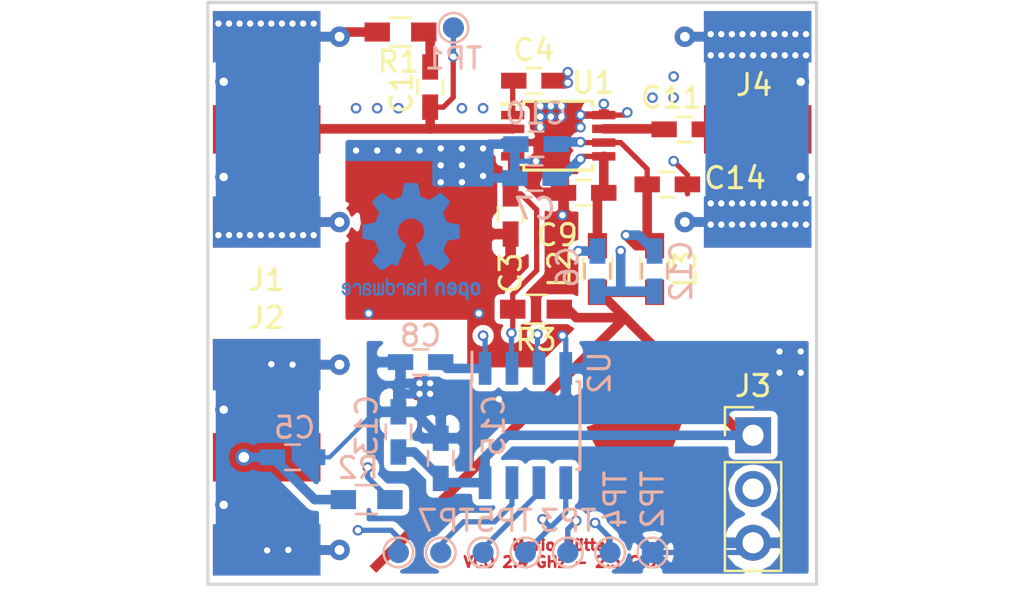
<source format=kicad_pcb>
(kicad_pcb (version 20171130) (host pcbnew "(5.0-dev-4144-gb67b4b9ea)")

  (general
    (thickness 1.6)
    (drawings 15)
    (tracks 436)
    (zones 0)
    (modules 36)
    (nets 17)
  )

  (page A4)
  (layers
    (0 F.Cu jumper)
    (1 In1.Cu signal)
    (2 In2.Cu signal)
    (31 B.Cu signal)
    (32 B.Adhes user)
    (33 F.Adhes user)
    (34 B.Paste user)
    (35 F.Paste user)
    (36 B.SilkS user)
    (37 F.SilkS user)
    (38 B.Mask user)
    (39 F.Mask user)
    (40 Dwgs.User user)
    (41 Cmts.User user)
    (42 Eco1.User user)
    (43 Eco2.User user)
    (44 Edge.Cuts user)
    (45 Margin user)
    (46 B.CrtYd user)
    (47 F.CrtYd user)
    (48 B.Fab user hide)
    (49 F.Fab user hide)
  )

  (setup
    (last_trace_width 0.25)
    (user_trace_width 0.2)
    (user_trace_width 0.451)
    (trace_clearance 0.2)
    (zone_clearance 0.25)
    (zone_45_only no)
    (trace_min 0.15)
    (segment_width 0.2)
    (edge_width 0.15)
    (via_size 0.8)
    (via_drill 0.4)
    (via_min_size 0.3)
    (via_min_drill 0.3)
    (user_via 0.5 0.3)
    (uvia_size 0.3)
    (uvia_drill 0.1)
    (uvias_allowed no)
    (uvia_min_size 0.2)
    (uvia_min_drill 0.1)
    (pcb_text_width 0.3)
    (pcb_text_size 1.5 1.5)
    (mod_edge_width 0.15)
    (mod_text_size 1 1)
    (mod_text_width 0.15)
    (pad_size 0.451 16.61)
    (pad_drill 0)
    (pad_to_mask_clearance 0.2)
    (aux_axis_origin 0 0)
    (visible_elements FFFFFF7F)
    (pcbplotparams
      (layerselection 0x010fc_ffffffff)
      (usegerberextensions false)
      (usegerberattributes false)
      (usegerberadvancedattributes false)
      (creategerberjobfile false)
      (excludeedgelayer true)
      (linewidth 0.100000)
      (plotframeref false)
      (viasonmask false)
      (mode 1)
      (useauxorigin false)
      (hpglpennumber 1)
      (hpglpenspeed 20)
      (hpglpendiameter 15)
      (psnegative false)
      (psa4output false)
      (plotreference true)
      (plotvalue true)
      (plotinvisibletext false)
      (padsonsilk false)
      (subtractmaskfromsilk false)
      (outputformat 1)
      (mirror false)
      (drillshape 1)
      (scaleselection 1)
      (outputdirectory ""))
  )

  (net 0 "")
  (net 1 "Net-(C1-Pad1)")
  (net 2 "Net-(C1-Pad2)")
  (net 3 GND)
  (net 4 "Net-(C3-Pad1)")
  (net 5 "Net-(C4-Pad2)")
  (net 6 "Net-(C5-Pad1)")
  (net 7 "Net-(C6-Pad2)")
  (net 8 "Net-(C8-Pad1)")
  (net 9 "Net-(C10-Pad2)")
  (net 10 "Net-(C11-Pad1)")
  (net 11 "Net-(C11-Pad2)")
  (net 12 "Net-(R2-Pad1)")
  (net 13 "Net-(TP7-Pad1)")
  (net 14 "Net-(TP8-Pad1)")
  (net 15 /VCC)
  (net 16 "Net-(J3-Pad2)")

  (net_class Default "This is the default net class."
    (clearance 0.2)
    (trace_width 0.25)
    (via_dia 0.8)
    (via_drill 0.4)
    (uvia_dia 0.3)
    (uvia_drill 0.1)
    (add_net /VCC)
    (add_net GND)
    (add_net "Net-(C1-Pad1)")
    (add_net "Net-(C1-Pad2)")
    (add_net "Net-(C10-Pad2)")
    (add_net "Net-(C11-Pad1)")
    (add_net "Net-(C11-Pad2)")
    (add_net "Net-(C3-Pad1)")
    (add_net "Net-(C4-Pad2)")
    (add_net "Net-(C5-Pad1)")
    (add_net "Net-(C6-Pad2)")
    (add_net "Net-(C8-Pad1)")
    (add_net "Net-(J3-Pad2)")
    (add_net "Net-(R2-Pad1)")
    (add_net "Net-(TP7-Pad1)")
    (add_net "Net-(TP8-Pad1)")
  )

  (module Connectors_Molex:Molex_SMA_Jack_Edge_Mount (layer F.Cu) (tedit 587D2992) (tstamp 5AA364B7)
    (at 17.5 18.5)
    (descr "Molex SMA Jack, Edge Mount, http://www.molex.com/pdm_docs/sd/732511150_sd.pdf")
    (tags "sma edge")
    (path /5A99C666)
    (attr smd)
    (fp_text reference J1 (at -1.72 7.11) (layer F.SilkS)
      (effects (font (size 1 1) (thickness 0.15)))
    )
    (fp_text value Conn_Coaxial (at -1.72 -7.11) (layer F.Fab)
      (effects (font (size 1 1) (thickness 0.15)))
    )
    (fp_line (start -5.91 4.76) (end 0.49 4.76) (layer F.Fab) (width 0.1))
    (fp_line (start -5.91 -4.76) (end -5.91 4.76) (layer F.Fab) (width 0.1))
    (fp_line (start 0.49 -4.76) (end -5.91 -4.76) (layer F.Fab) (width 0.1))
    (fp_line (start -4.76 -3.75) (end -4.76 3.75) (layer F.Fab) (width 0.1))
    (fp_line (start -13.79 2.65) (end -5.91 2.65) (layer F.Fab) (width 0.1))
    (fp_line (start -13.79 -2.65) (end -13.79 2.65) (layer F.Fab) (width 0.1))
    (fp_line (start -13.79 -2.65) (end -5.91 -2.65) (layer F.Fab) (width 0.1))
    (fp_line (start -4.76 3.75) (end 0.49 3.75) (layer F.Fab) (width 0.1))
    (fp_line (start -4.76 -3.75) (end 0.49 -3.75) (layer F.Fab) (width 0.1))
    (fp_line (start 2.71 -6.09) (end -14.29 -6.09) (layer F.CrtYd) (width 0.05))
    (fp_line (start 2.71 -6.09) (end 2.71 6.09) (layer F.CrtYd) (width 0.05))
    (fp_line (start -14.29 6.09) (end 2.71 6.09) (layer B.CrtYd) (width 0.05))
    (fp_line (start -14.29 -6.09) (end -14.29 6.09) (layer B.CrtYd) (width 0.05))
    (fp_line (start -14.29 -6.09) (end 2.71 -6.09) (layer B.CrtYd) (width 0.05))
    (fp_line (start 2.71 -6.09) (end 2.71 6.09) (layer B.CrtYd) (width 0.05))
    (fp_line (start -14.29 6.09) (end 2.71 6.09) (layer F.CrtYd) (width 0.05))
    (fp_line (start -14.29 -6.09) (end -14.29 6.09) (layer F.CrtYd) (width 0.05))
    (fp_line (start 0.49 -4.76) (end 0.49 -3.75) (layer F.Fab) (width 0.1))
    (fp_line (start 0.49 3.75) (end 0.49 4.76) (layer F.Fab) (width 0.1))
    (fp_line (start 0.49 -0.38) (end 0.49 0.38) (layer F.Fab) (width 0.1))
    (fp_line (start -4.76 0.38) (end 0.49 0.38) (layer F.Fab) (width 0.1))
    (fp_line (start -4.76 -0.38) (end 0.49 -0.38) (layer F.Fab) (width 0.1))
    (pad 2 smd rect (at 1.27 4.38) (size 0.89 0.46) (layers B.Cu)
      (net 3 GND))
    (pad 2 smd rect (at 1.27 -4.38) (size 0.89 0.46) (layers B.Cu)
      (net 3 GND))
    (pad 2 smd rect (at 1.27 4.38) (size 0.89 0.46) (layers F.Cu)
      (net 3 GND))
    (pad 2 smd rect (at 1.27 -4.38) (size 0.89 0.46) (layers F.Cu)
      (net 3 GND))
    (pad 2 thru_hole circle (at 1.72 4.38) (size 0.97 0.97) (drill 0.46) (layers *.Cu)
      (net 3 GND))
    (pad 2 thru_hole circle (at 1.72 -4.38) (size 0.97 0.97) (drill 0.46) (layers *.Cu)
      (net 3 GND))
    (pad 2 smd rect (at -1.72 4.38) (size 5.08 2.42) (layers B.Cu B.Paste B.Mask)
      (net 3 GND))
    (pad 2 smd rect (at -1.72 -4.38) (size 5.08 2.42) (layers B.Cu B.Paste B.Mask)
      (net 3 GND))
    (pad 2 smd rect (at -1.72 4.38) (size 5.08 2.42) (layers F.Cu F.Paste F.Mask)
      (net 3 GND))
    (pad 2 smd rect (at -1.72 -4.38) (size 5.08 2.42) (layers F.Cu F.Paste F.Mask)
      (net 3 GND))
    (pad 1 smd rect (at -1.72 0) (size 5.08 2.29) (layers F.Cu F.Paste F.Mask)
      (net 2 "Net-(C1-Pad2)"))
    (model ${KISYS3DMOD}/Connectors_Molex.3dshapes/Molex_SMA_Jack_Edge_Mount.wrl
      (at (xyz 0 0 0))
      (scale (xyz 1 1 1))
      (rotate (xyz 0 0 0))
    )
  )

  (module Connectors_Molex:Molex_SMA_Jack_Edge_Mount (layer F.Cu) (tedit 587D2992) (tstamp 5AA4B22C)
    (at 17.5 34)
    (descr "Molex SMA Jack, Edge Mount, http://www.molex.com/pdm_docs/sd/732511150_sd.pdf")
    (tags "sma edge")
    (path /5A9AA5F0)
    (attr smd)
    (fp_text reference J2 (at -1.72 -6.6) (layer F.SilkS)
      (effects (font (size 1 1) (thickness 0.15)))
    )
    (fp_text value Conn_Coaxial (at -1.72 -7.11) (layer F.Fab)
      (effects (font (size 1 1) (thickness 0.15)))
    )
    (fp_line (start -5.91 4.76) (end 0.49 4.76) (layer F.Fab) (width 0.1))
    (fp_line (start -5.91 -4.76) (end -5.91 4.76) (layer F.Fab) (width 0.1))
    (fp_line (start 0.49 -4.76) (end -5.91 -4.76) (layer F.Fab) (width 0.1))
    (fp_line (start -4.76 -3.75) (end -4.76 3.75) (layer F.Fab) (width 0.1))
    (fp_line (start -13.79 2.65) (end -5.91 2.65) (layer F.Fab) (width 0.1))
    (fp_line (start -13.79 -2.65) (end -13.79 2.65) (layer F.Fab) (width 0.1))
    (fp_line (start -13.79 -2.65) (end -5.91 -2.65) (layer F.Fab) (width 0.1))
    (fp_line (start -4.76 3.75) (end 0.49 3.75) (layer F.Fab) (width 0.1))
    (fp_line (start -4.76 -3.75) (end 0.49 -3.75) (layer F.Fab) (width 0.1))
    (fp_line (start 2.71 -6.09) (end -14.29 -6.09) (layer F.CrtYd) (width 0.05))
    (fp_line (start 2.71 -6.09) (end 2.71 6.09) (layer F.CrtYd) (width 0.05))
    (fp_line (start -14.29 6.09) (end 2.71 6.09) (layer B.CrtYd) (width 0.05))
    (fp_line (start -14.29 -6.09) (end -14.29 6.09) (layer B.CrtYd) (width 0.05))
    (fp_line (start -14.29 -6.09) (end 2.71 -6.09) (layer B.CrtYd) (width 0.05))
    (fp_line (start 2.71 -6.09) (end 2.71 6.09) (layer B.CrtYd) (width 0.05))
    (fp_line (start -14.29 6.09) (end 2.71 6.09) (layer F.CrtYd) (width 0.05))
    (fp_line (start -14.29 -6.09) (end -14.29 6.09) (layer F.CrtYd) (width 0.05))
    (fp_line (start 0.49 -4.76) (end 0.49 -3.75) (layer F.Fab) (width 0.1))
    (fp_line (start 0.49 3.75) (end 0.49 4.76) (layer F.Fab) (width 0.1))
    (fp_line (start 0.49 -0.38) (end 0.49 0.38) (layer F.Fab) (width 0.1))
    (fp_line (start -4.76 0.38) (end 0.49 0.38) (layer F.Fab) (width 0.1))
    (fp_line (start -4.76 -0.38) (end 0.49 -0.38) (layer F.Fab) (width 0.1))
    (pad 2 smd rect (at 1.27 4.38) (size 0.89 0.46) (layers B.Cu)
      (net 3 GND))
    (pad 2 smd rect (at 1.27 -4.38) (size 0.89 0.46) (layers B.Cu)
      (net 3 GND))
    (pad 2 smd rect (at 1.27 4.38) (size 0.89 0.46) (layers F.Cu)
      (net 3 GND))
    (pad 2 smd rect (at 1.27 -4.38) (size 0.89 0.46) (layers F.Cu)
      (net 3 GND))
    (pad 2 thru_hole circle (at 1.72 4.38) (size 0.97 0.97) (drill 0.46) (layers *.Cu)
      (net 3 GND))
    (pad 2 thru_hole circle (at 1.72 -4.38) (size 0.97 0.97) (drill 0.46) (layers *.Cu)
      (net 3 GND))
    (pad 2 smd rect (at -1.72 4.38) (size 5.08 2.42) (layers B.Cu B.Paste B.Mask)
      (net 3 GND))
    (pad 2 smd rect (at -1.72 -4.38) (size 5.08 2.42) (layers B.Cu B.Paste B.Mask)
      (net 3 GND))
    (pad 2 smd rect (at -1.72 4.38) (size 5.08 2.42) (layers F.Cu F.Paste F.Mask)
      (net 3 GND))
    (pad 2 smd rect (at -1.72 -4.38) (size 5.08 2.42) (layers F.Cu F.Paste F.Mask)
      (net 3 GND))
    (pad 1 smd rect (at -1.72 0) (size 5.08 2.29) (layers F.Cu F.Paste F.Mask)
      (net 6 "Net-(C5-Pad1)"))
    (model ${KISYS3DMOD}/Connectors_Molex.3dshapes/Molex_SMA_Jack_Edge_Mount.wrl
      (at (xyz 0 0 0))
      (scale (xyz 1 1 1))
      (rotate (xyz 0 0 0))
    )
  )

  (module muwave_arcstub (layer F.Cu) (tedit 5A99F67A) (tstamp 0)
    (at 36 30.7 135)
    (fp_text reference "4.8 GHz" (at 0.141421 2.262742 135) (layer F.SilkS) hide
      (effects (font (size 1 1) (thickness 0.15)))
    )
    (fp_text value muwave_arcstub (at 0 -0.5 135) (layer F.Fab)
      (effects (font (size 1 1) (thickness 0.15)))
    )
    (pad 1 smd custom (at 0 0 135) (size 0.451 0.451) (layers F.Cu)
      (net 15 /VCC) (zone_connect 0)
      (options (clearance outline) (anchor rect))
      (primitives
        (gr_poly (pts
           (xy 0 0) (xy 2.30327 -4.939377) (xy 1.86401 -5.121325) (xy 1.410564 -5.264296) (xy 0.946383 -5.367202)
           (xy 0.474999 -5.429261) (xy 0 -5.45) (xy -0.474999 -5.429261) (xy -0.946383 -5.367202) (xy -1.410564 -5.264296)
           (xy -1.86401 -5.121325) (xy -2.30327 -4.939377) (xy 0 0)) (width 0))
      ))
  )

  (module muwave_stub (layer F.Cu) (tedit 5A99F678) (tstamp 0)
    (at 32.7 27.4 135)
    (fp_text reference "2.4 GHz" (at 2.192031 -7.636753 225) (layer F.SilkS) hide
      (effects (font (size 0.451 0.451) (thickness 0.0902)))
    )
    (fp_text value muwave_stub (at 0 -0.5 135) (layer F.Fab)
      (effects (font (size 0.451 0.451) (thickness 0.0902)))
    )
    (pad 1 smd rect (at 0 -8.530499 135) (size 0.451 16.61) (layers F.Cu)
      (net 15 /VCC))
    (pad 1 smd rect (at 0 0 135) (size 0.451 0.451) (layers F.Cu)
      (net 15 /VCC))
  )

  (module Capacitors_SMD:C_0603_HandSoldering (layer F.Cu) (tedit 58AA848B) (tstamp 5AA363A4)
    (at 23.5 16.5 270)
    (descr "Capacitor SMD 0603, hand soldering")
    (tags "capacitor 0603")
    (path /5A9B13AA)
    (attr smd)
    (fp_text reference C1 (at 0.28 1.35 270) (layer F.SilkS)
      (effects (font (size 1 1) (thickness 0.15)))
    )
    (fp_text value 100n (at 0 1.5 270) (layer F.Fab)
      (effects (font (size 1 1) (thickness 0.15)))
    )
    (fp_text user %R (at 0 -1.25 270) (layer F.Fab)
      (effects (font (size 1 1) (thickness 0.15)))
    )
    (fp_line (start -0.8 0.4) (end -0.8 -0.4) (layer F.Fab) (width 0.1))
    (fp_line (start 0.8 0.4) (end -0.8 0.4) (layer F.Fab) (width 0.1))
    (fp_line (start 0.8 -0.4) (end 0.8 0.4) (layer F.Fab) (width 0.1))
    (fp_line (start -0.8 -0.4) (end 0.8 -0.4) (layer F.Fab) (width 0.1))
    (fp_line (start -0.35 -0.6) (end 0.35 -0.6) (layer F.SilkS) (width 0.12))
    (fp_line (start 0.35 0.6) (end -0.35 0.6) (layer F.SilkS) (width 0.12))
    (fp_line (start -1.8 -0.65) (end 1.8 -0.65) (layer F.CrtYd) (width 0.05))
    (fp_line (start -1.8 -0.65) (end -1.8 0.65) (layer F.CrtYd) (width 0.05))
    (fp_line (start 1.8 0.65) (end 1.8 -0.65) (layer F.CrtYd) (width 0.05))
    (fp_line (start 1.8 0.65) (end -1.8 0.65) (layer F.CrtYd) (width 0.05))
    (pad 1 smd rect (at -0.95 0 270) (size 1.2 0.75) (layers F.Cu F.Paste F.Mask)
      (net 1 "Net-(C1-Pad1)"))
    (pad 2 smd rect (at 0.95 0 270) (size 1.2 0.75) (layers F.Cu F.Paste F.Mask)
      (net 2 "Net-(C1-Pad2)"))
    (model Capacitors_SMD.3dshapes/C_0603.wrl
      (at (xyz 0 0 0))
      (scale (xyz 1 1 1))
      (rotate (xyz 0 0 0))
    )
  )

  (module Capacitors_SMD:C_0603_HandSoldering (layer F.Cu) (tedit 58AA848B) (tstamp 5AA363C6)
    (at 27.3 22.5 270)
    (descr "Capacitor SMD 0603, hand soldering")
    (tags "capacitor 0603")
    (path /5A9A9BD4)
    (attr smd)
    (fp_text reference C3 (at 2.8 0 270) (layer F.SilkS)
      (effects (font (size 1 1) (thickness 0.15)))
    )
    (fp_text value 100n (at 0 1.5 270) (layer F.Fab)
      (effects (font (size 1 1) (thickness 0.15)))
    )
    (fp_line (start 1.8 0.65) (end -1.8 0.65) (layer F.CrtYd) (width 0.05))
    (fp_line (start 1.8 0.65) (end 1.8 -0.65) (layer F.CrtYd) (width 0.05))
    (fp_line (start -1.8 -0.65) (end -1.8 0.65) (layer F.CrtYd) (width 0.05))
    (fp_line (start -1.8 -0.65) (end 1.8 -0.65) (layer F.CrtYd) (width 0.05))
    (fp_line (start 0.35 0.6) (end -0.35 0.6) (layer F.SilkS) (width 0.12))
    (fp_line (start -0.35 -0.6) (end 0.35 -0.6) (layer F.SilkS) (width 0.12))
    (fp_line (start -0.8 -0.4) (end 0.8 -0.4) (layer F.Fab) (width 0.1))
    (fp_line (start 0.8 -0.4) (end 0.8 0.4) (layer F.Fab) (width 0.1))
    (fp_line (start 0.8 0.4) (end -0.8 0.4) (layer F.Fab) (width 0.1))
    (fp_line (start -0.8 0.4) (end -0.8 -0.4) (layer F.Fab) (width 0.1))
    (fp_text user %R (at 0 -1.25 270) (layer F.Fab)
      (effects (font (size 1 1) (thickness 0.15)))
    )
    (pad 2 smd rect (at 0.95 0 270) (size 1.2 0.75) (layers F.Cu F.Paste F.Mask)
      (net 3 GND))
    (pad 1 smd rect (at -0.95 0 270) (size 1.2 0.75) (layers F.Cu F.Paste F.Mask)
      (net 4 "Net-(C3-Pad1)"))
    (model Capacitors_SMD.3dshapes/C_0603.wrl
      (at (xyz 0 0 0))
      (scale (xyz 1 1 1))
      (rotate (xyz 0 0 0))
    )
  )

  (module Capacitors_SMD:C_0603_HandSoldering (layer F.Cu) (tedit 58AA848B) (tstamp 5AA363D7)
    (at 28.4 16.2 180)
    (descr "Capacitor SMD 0603, hand soldering")
    (tags "capacitor 0603")
    (path /5A99C4B9)
    (attr smd)
    (fp_text reference C4 (at 0 1.45 180) (layer F.SilkS)
      (effects (font (size 1 1) (thickness 0.15)))
    )
    (fp_text value 100n (at 0 1.5 180) (layer F.Fab)
      (effects (font (size 1 1) (thickness 0.15)))
    )
    (fp_line (start 1.8 0.65) (end -1.8 0.65) (layer F.CrtYd) (width 0.05))
    (fp_line (start 1.8 0.65) (end 1.8 -0.65) (layer F.CrtYd) (width 0.05))
    (fp_line (start -1.8 -0.65) (end -1.8 0.65) (layer F.CrtYd) (width 0.05))
    (fp_line (start -1.8 -0.65) (end 1.8 -0.65) (layer F.CrtYd) (width 0.05))
    (fp_line (start 0.35 0.6) (end -0.35 0.6) (layer F.SilkS) (width 0.12))
    (fp_line (start -0.35 -0.6) (end 0.35 -0.6) (layer F.SilkS) (width 0.12))
    (fp_line (start -0.8 -0.4) (end 0.8 -0.4) (layer F.Fab) (width 0.1))
    (fp_line (start 0.8 -0.4) (end 0.8 0.4) (layer F.Fab) (width 0.1))
    (fp_line (start 0.8 0.4) (end -0.8 0.4) (layer F.Fab) (width 0.1))
    (fp_line (start -0.8 0.4) (end -0.8 -0.4) (layer F.Fab) (width 0.1))
    (fp_text user %R (at 0 -1.25 180) (layer F.Fab)
      (effects (font (size 1 1) (thickness 0.15)))
    )
    (pad 2 smd rect (at 0.95 0 180) (size 1.2 0.75) (layers F.Cu F.Paste F.Mask)
      (net 5 "Net-(C4-Pad2)"))
    (pad 1 smd rect (at -0.95 0 180) (size 1.2 0.75) (layers F.Cu F.Paste F.Mask)
      (net 3 GND))
    (model Capacitors_SMD.3dshapes/C_0603.wrl
      (at (xyz 0 0 0))
      (scale (xyz 1 1 1))
      (rotate (xyz 0 0 0))
    )
  )

  (module Capacitors_SMD:C_0603_HandSoldering (layer B.Cu) (tedit 58AA848B) (tstamp 5AA363E8)
    (at 17 34)
    (descr "Capacitor SMD 0603, hand soldering")
    (tags "capacitor 0603")
    (path /5A9B50A4)
    (attr smd)
    (fp_text reference C5 (at 0.1 -1.4) (layer B.SilkS)
      (effects (font (size 1 1) (thickness 0.15)) (justify mirror))
    )
    (fp_text value C (at 0 -1.5) (layer B.Fab)
      (effects (font (size 1 1) (thickness 0.15)) (justify mirror))
    )
    (fp_line (start 1.8 -0.65) (end -1.8 -0.65) (layer B.CrtYd) (width 0.05))
    (fp_line (start 1.8 -0.65) (end 1.8 0.65) (layer B.CrtYd) (width 0.05))
    (fp_line (start -1.8 0.65) (end -1.8 -0.65) (layer B.CrtYd) (width 0.05))
    (fp_line (start -1.8 0.65) (end 1.8 0.65) (layer B.CrtYd) (width 0.05))
    (fp_line (start 0.35 -0.6) (end -0.35 -0.6) (layer B.SilkS) (width 0.12))
    (fp_line (start -0.35 0.6) (end 0.35 0.6) (layer B.SilkS) (width 0.12))
    (fp_line (start -0.8 0.4) (end 0.8 0.4) (layer B.Fab) (width 0.1))
    (fp_line (start 0.8 0.4) (end 0.8 -0.4) (layer B.Fab) (width 0.1))
    (fp_line (start 0.8 -0.4) (end -0.8 -0.4) (layer B.Fab) (width 0.1))
    (fp_line (start -0.8 -0.4) (end -0.8 0.4) (layer B.Fab) (width 0.1))
    (fp_text user %R (at 0 1.25) (layer B.Fab)
      (effects (font (size 1 1) (thickness 0.15)) (justify mirror))
    )
    (pad 2 smd rect (at 0.95 0) (size 1.2 0.75) (layers B.Cu B.Paste B.Mask)
      (net 3 GND))
    (pad 1 smd rect (at -0.95 0) (size 1.2 0.75) (layers B.Cu B.Paste B.Mask)
      (net 6 "Net-(C5-Pad1)"))
    (model Capacitors_SMD.3dshapes/C_0603.wrl
      (at (xyz 0 0 0))
      (scale (xyz 1 1 1))
      (rotate (xyz 0 0 0))
    )
  )

  (module Capacitors_SMD:C_0603_HandSoldering (layer B.Cu) (tedit 58AA848B) (tstamp 5AA363F9)
    (at 31.4 25.2 90)
    (descr "Capacitor SMD 0603, hand soldering")
    (tags "capacitor 0603")
    (path /5A99EE68)
    (attr smd)
    (fp_text reference C6 (at 0.2 -1.4 90) (layer B.SilkS)
      (effects (font (size 1 1) (thickness 0.15)) (justify mirror))
    )
    (fp_text value 1u (at 0 -1.5 90) (layer B.Fab)
      (effects (font (size 1 1) (thickness 0.15)) (justify mirror))
    )
    (fp_text user %R (at 0 1.25 90) (layer B.Fab)
      (effects (font (size 1 1) (thickness 0.15)) (justify mirror))
    )
    (fp_line (start -0.8 -0.4) (end -0.8 0.4) (layer B.Fab) (width 0.1))
    (fp_line (start 0.8 -0.4) (end -0.8 -0.4) (layer B.Fab) (width 0.1))
    (fp_line (start 0.8 0.4) (end 0.8 -0.4) (layer B.Fab) (width 0.1))
    (fp_line (start -0.8 0.4) (end 0.8 0.4) (layer B.Fab) (width 0.1))
    (fp_line (start -0.35 0.6) (end 0.35 0.6) (layer B.SilkS) (width 0.12))
    (fp_line (start 0.35 -0.6) (end -0.35 -0.6) (layer B.SilkS) (width 0.12))
    (fp_line (start -1.8 0.65) (end 1.8 0.65) (layer B.CrtYd) (width 0.05))
    (fp_line (start -1.8 0.65) (end -1.8 -0.65) (layer B.CrtYd) (width 0.05))
    (fp_line (start 1.8 -0.65) (end 1.8 0.65) (layer B.CrtYd) (width 0.05))
    (fp_line (start 1.8 -0.65) (end -1.8 -0.65) (layer B.CrtYd) (width 0.05))
    (pad 1 smd rect (at -0.95 0 90) (size 1.2 0.75) (layers B.Cu B.Paste B.Mask)
      (net 3 GND))
    (pad 2 smd rect (at 0.95 0 90) (size 1.2 0.75) (layers B.Cu B.Paste B.Mask)
      (net 7 "Net-(C6-Pad2)"))
    (model Capacitors_SMD.3dshapes/C_0603.wrl
      (at (xyz 0 0 0))
      (scale (xyz 1 1 1))
      (rotate (xyz 0 0 0))
    )
  )

  (module Capacitors_SMD:C_0603_HandSoldering (layer B.Cu) (tedit 58AA848B) (tstamp 5AA37BE7)
    (at 28.45 20.8)
    (descr "Capacitor SMD 0603, hand soldering")
    (tags "capacitor 0603")
    (path /5A99ED44)
    (attr smd)
    (fp_text reference C7 (at 0 1.45) (layer B.SilkS)
      (effects (font (size 1 1) (thickness 0.15)) (justify mirror))
    )
    (fp_text value 100n (at 0 -1.5) (layer B.Fab)
      (effects (font (size 1 1) (thickness 0.15)) (justify mirror))
    )
    (fp_line (start 1.8 -0.65) (end -1.8 -0.65) (layer B.CrtYd) (width 0.05))
    (fp_line (start 1.8 -0.65) (end 1.8 0.65) (layer B.CrtYd) (width 0.05))
    (fp_line (start -1.8 0.65) (end -1.8 -0.65) (layer B.CrtYd) (width 0.05))
    (fp_line (start -1.8 0.65) (end 1.8 0.65) (layer B.CrtYd) (width 0.05))
    (fp_line (start 0.35 -0.6) (end -0.35 -0.6) (layer B.SilkS) (width 0.12))
    (fp_line (start -0.35 0.6) (end 0.35 0.6) (layer B.SilkS) (width 0.12))
    (fp_line (start -0.8 0.4) (end 0.8 0.4) (layer B.Fab) (width 0.1))
    (fp_line (start 0.8 0.4) (end 0.8 -0.4) (layer B.Fab) (width 0.1))
    (fp_line (start 0.8 -0.4) (end -0.8 -0.4) (layer B.Fab) (width 0.1))
    (fp_line (start -0.8 -0.4) (end -0.8 0.4) (layer B.Fab) (width 0.1))
    (fp_text user %R (at 0 1.25) (layer B.Fab)
      (effects (font (size 1 1) (thickness 0.15)) (justify mirror))
    )
    (pad 2 smd rect (at 0.95 0) (size 1.2 0.75) (layers B.Cu B.Paste B.Mask)
      (net 7 "Net-(C6-Pad2)"))
    (pad 1 smd rect (at -0.95 0) (size 1.2 0.75) (layers B.Cu B.Paste B.Mask)
      (net 3 GND))
    (model Capacitors_SMD.3dshapes/C_0603.wrl
      (at (xyz 0 0 0))
      (scale (xyz 1 1 1))
      (rotate (xyz 0 0 0))
    )
  )

  (module Capacitors_SMD:C_0603_HandSoldering (layer B.Cu) (tedit 58AA848B) (tstamp 5AA3641B)
    (at 23.05 29.5 180)
    (descr "Capacitor SMD 0603, hand soldering")
    (tags "capacitor 0603")
    (path /5A9C039F)
    (attr smd)
    (fp_text reference C8 (at 0 1.25 180) (layer B.SilkS)
      (effects (font (size 1 1) (thickness 0.15)) (justify mirror))
    )
    (fp_text value 100n (at 0 -1.5 180) (layer B.Fab)
      (effects (font (size 1 1) (thickness 0.15)) (justify mirror))
    )
    (fp_line (start 1.8 -0.65) (end -1.8 -0.65) (layer B.CrtYd) (width 0.05))
    (fp_line (start 1.8 -0.65) (end 1.8 0.65) (layer B.CrtYd) (width 0.05))
    (fp_line (start -1.8 0.65) (end -1.8 -0.65) (layer B.CrtYd) (width 0.05))
    (fp_line (start -1.8 0.65) (end 1.8 0.65) (layer B.CrtYd) (width 0.05))
    (fp_line (start 0.35 -0.6) (end -0.35 -0.6) (layer B.SilkS) (width 0.12))
    (fp_line (start -0.35 0.6) (end 0.35 0.6) (layer B.SilkS) (width 0.12))
    (fp_line (start -0.8 0.4) (end 0.8 0.4) (layer B.Fab) (width 0.1))
    (fp_line (start 0.8 0.4) (end 0.8 -0.4) (layer B.Fab) (width 0.1))
    (fp_line (start 0.8 -0.4) (end -0.8 -0.4) (layer B.Fab) (width 0.1))
    (fp_line (start -0.8 -0.4) (end -0.8 0.4) (layer B.Fab) (width 0.1))
    (fp_text user %R (at 0 1.25 180) (layer B.Fab)
      (effects (font (size 1 1) (thickness 0.15)) (justify mirror))
    )
    (pad 2 smd rect (at 0.95 0 180) (size 1.2 0.75) (layers B.Cu B.Paste B.Mask)
      (net 3 GND))
    (pad 1 smd rect (at -0.95 0 180) (size 1.2 0.75) (layers B.Cu B.Paste B.Mask)
      (net 8 "Net-(C8-Pad1)"))
    (model Capacitors_SMD.3dshapes/C_0603.wrl
      (at (xyz 0 0 0))
      (scale (xyz 1 1 1))
      (rotate (xyz 0 0 0))
    )
  )

  (module Capacitors_SMD:C_0603_HandSoldering (layer F.Cu) (tedit 58AA848B) (tstamp 5AA3642C)
    (at 30.75 21.5)
    (descr "Capacitor SMD 0603, hand soldering")
    (tags "capacitor 0603")
    (path /5A99EFDC)
    (attr smd)
    (fp_text reference C9 (at -1.25 2) (layer F.SilkS)
      (effects (font (size 1 1) (thickness 0.15)))
    )
    (fp_text value 100n (at 0 1.5) (layer F.Fab)
      (effects (font (size 1 1) (thickness 0.15)))
    )
    (fp_line (start 1.8 0.65) (end -1.8 0.65) (layer F.CrtYd) (width 0.05))
    (fp_line (start 1.8 0.65) (end 1.8 -0.65) (layer F.CrtYd) (width 0.05))
    (fp_line (start -1.8 -0.65) (end -1.8 0.65) (layer F.CrtYd) (width 0.05))
    (fp_line (start -1.8 -0.65) (end 1.8 -0.65) (layer F.CrtYd) (width 0.05))
    (fp_line (start 0.35 0.6) (end -0.35 0.6) (layer F.SilkS) (width 0.12))
    (fp_line (start -0.35 -0.6) (end 0.35 -0.6) (layer F.SilkS) (width 0.12))
    (fp_line (start -0.8 -0.4) (end 0.8 -0.4) (layer F.Fab) (width 0.1))
    (fp_line (start 0.8 -0.4) (end 0.8 0.4) (layer F.Fab) (width 0.1))
    (fp_line (start 0.8 0.4) (end -0.8 0.4) (layer F.Fab) (width 0.1))
    (fp_line (start -0.8 0.4) (end -0.8 -0.4) (layer F.Fab) (width 0.1))
    (fp_text user %R (at 0 -1.25) (layer F.Fab)
      (effects (font (size 1 1) (thickness 0.15)))
    )
    (pad 2 smd rect (at 0.95 0) (size 1.2 0.75) (layers F.Cu F.Paste F.Mask)
      (net 7 "Net-(C6-Pad2)"))
    (pad 1 smd rect (at -0.95 0) (size 1.2 0.75) (layers F.Cu F.Paste F.Mask)
      (net 3 GND))
    (model Capacitors_SMD.3dshapes/C_0603.wrl
      (at (xyz 0 0 0))
      (scale (xyz 1 1 1))
      (rotate (xyz 0 0 0))
    )
  )

  (module Capacitors_SMD:C_0603_HandSoldering (layer B.Cu) (tedit 58AA848B) (tstamp 5AA3643D)
    (at 28.5 19.2)
    (descr "Capacitor SMD 0603, hand soldering")
    (tags "capacitor 0603")
    (path /5A99F014)
    (attr smd)
    (fp_text reference C10 (at 0 -1.45) (layer B.SilkS)
      (effects (font (size 1 1) (thickness 0.15)) (justify mirror))
    )
    (fp_text value 100n (at 0 -1.5) (layer B.Fab)
      (effects (font (size 1 1) (thickness 0.15)) (justify mirror))
    )
    (fp_text user %R (at 0 1.25) (layer B.Fab)
      (effects (font (size 1 1) (thickness 0.15)) (justify mirror))
    )
    (fp_line (start -0.8 -0.4) (end -0.8 0.4) (layer B.Fab) (width 0.1))
    (fp_line (start 0.8 -0.4) (end -0.8 -0.4) (layer B.Fab) (width 0.1))
    (fp_line (start 0.8 0.4) (end 0.8 -0.4) (layer B.Fab) (width 0.1))
    (fp_line (start -0.8 0.4) (end 0.8 0.4) (layer B.Fab) (width 0.1))
    (fp_line (start -0.35 0.6) (end 0.35 0.6) (layer B.SilkS) (width 0.12))
    (fp_line (start 0.35 -0.6) (end -0.35 -0.6) (layer B.SilkS) (width 0.12))
    (fp_line (start -1.8 0.65) (end 1.8 0.65) (layer B.CrtYd) (width 0.05))
    (fp_line (start -1.8 0.65) (end -1.8 -0.65) (layer B.CrtYd) (width 0.05))
    (fp_line (start 1.8 -0.65) (end 1.8 0.65) (layer B.CrtYd) (width 0.05))
    (fp_line (start 1.8 -0.65) (end -1.8 -0.65) (layer B.CrtYd) (width 0.05))
    (pad 1 smd rect (at -0.95 0) (size 1.2 0.75) (layers B.Cu B.Paste B.Mask)
      (net 3 GND))
    (pad 2 smd rect (at 0.95 0) (size 1.2 0.75) (layers B.Cu B.Paste B.Mask)
      (net 9 "Net-(C10-Pad2)"))
    (model Capacitors_SMD.3dshapes/C_0603.wrl
      (at (xyz 0 0 0))
      (scale (xyz 1 1 1))
      (rotate (xyz 0 0 0))
    )
  )

  (module Capacitors_SMD:C_0603_HandSoldering (layer F.Cu) (tedit 58AA848B) (tstamp 5AA36B24)
    (at 35.5 18.5 180)
    (descr "Capacitor SMD 0603, hand soldering")
    (tags "capacitor 0603")
    (path /5A9A7213)
    (attr smd)
    (fp_text reference C11 (at 0.6 1.5 180) (layer F.SilkS)
      (effects (font (size 1 1) (thickness 0.15)))
    )
    (fp_text value 100n (at 0 1.5 180) (layer F.Fab)
      (effects (font (size 1 1) (thickness 0.15)))
    )
    (fp_text user %R (at 0 -1.25 180) (layer F.Fab)
      (effects (font (size 1 1) (thickness 0.15)))
    )
    (fp_line (start -0.8 0.4) (end -0.8 -0.4) (layer F.Fab) (width 0.1))
    (fp_line (start 0.8 0.4) (end -0.8 0.4) (layer F.Fab) (width 0.1))
    (fp_line (start 0.8 -0.4) (end 0.8 0.4) (layer F.Fab) (width 0.1))
    (fp_line (start -0.8 -0.4) (end 0.8 -0.4) (layer F.Fab) (width 0.1))
    (fp_line (start -0.35 -0.6) (end 0.35 -0.6) (layer F.SilkS) (width 0.12))
    (fp_line (start 0.35 0.6) (end -0.35 0.6) (layer F.SilkS) (width 0.12))
    (fp_line (start -1.8 -0.65) (end 1.8 -0.65) (layer F.CrtYd) (width 0.05))
    (fp_line (start -1.8 -0.65) (end -1.8 0.65) (layer F.CrtYd) (width 0.05))
    (fp_line (start 1.8 0.65) (end 1.8 -0.65) (layer F.CrtYd) (width 0.05))
    (fp_line (start 1.8 0.65) (end -1.8 0.65) (layer F.CrtYd) (width 0.05))
    (pad 1 smd rect (at -0.95 0 180) (size 1.2 0.75) (layers F.Cu F.Paste F.Mask)
      (net 10 "Net-(C11-Pad1)"))
    (pad 2 smd rect (at 0.95 0 180) (size 1.2 0.75) (layers F.Cu F.Paste F.Mask)
      (net 11 "Net-(C11-Pad2)"))
    (model Capacitors_SMD.3dshapes/C_0603.wrl
      (at (xyz 0 0 0))
      (scale (xyz 1 1 1))
      (rotate (xyz 0 0 0))
    )
  )

  (module Capacitors_SMD:C_0603_HandSoldering (layer B.Cu) (tedit 58AA848B) (tstamp 5AA3645F)
    (at 34.1 25.2 90)
    (descr "Capacitor SMD 0603, hand soldering")
    (tags "capacitor 0603")
    (path /5A99F052)
    (attr smd)
    (fp_text reference C12 (at 0 1.25 90) (layer B.SilkS)
      (effects (font (size 1 1) (thickness 0.15)) (justify mirror))
    )
    (fp_text value 1u (at 0 -1.5 90) (layer B.Fab)
      (effects (font (size 1 1) (thickness 0.15)) (justify mirror))
    )
    (fp_text user %R (at 0 1.25 90) (layer B.Fab)
      (effects (font (size 1 1) (thickness 0.15)) (justify mirror))
    )
    (fp_line (start -0.8 -0.4) (end -0.8 0.4) (layer B.Fab) (width 0.1))
    (fp_line (start 0.8 -0.4) (end -0.8 -0.4) (layer B.Fab) (width 0.1))
    (fp_line (start 0.8 0.4) (end 0.8 -0.4) (layer B.Fab) (width 0.1))
    (fp_line (start -0.8 0.4) (end 0.8 0.4) (layer B.Fab) (width 0.1))
    (fp_line (start -0.35 0.6) (end 0.35 0.6) (layer B.SilkS) (width 0.12))
    (fp_line (start 0.35 -0.6) (end -0.35 -0.6) (layer B.SilkS) (width 0.12))
    (fp_line (start -1.8 0.65) (end 1.8 0.65) (layer B.CrtYd) (width 0.05))
    (fp_line (start -1.8 0.65) (end -1.8 -0.65) (layer B.CrtYd) (width 0.05))
    (fp_line (start 1.8 -0.65) (end 1.8 0.65) (layer B.CrtYd) (width 0.05))
    (fp_line (start 1.8 -0.65) (end -1.8 -0.65) (layer B.CrtYd) (width 0.05))
    (pad 1 smd rect (at -0.95 0 90) (size 1.2 0.75) (layers B.Cu B.Paste B.Mask)
      (net 3 GND))
    (pad 2 smd rect (at 0.95 0 90) (size 1.2 0.75) (layers B.Cu B.Paste B.Mask)
      (net 9 "Net-(C10-Pad2)"))
    (model Capacitors_SMD.3dshapes/C_0603.wrl
      (at (xyz 0 0 0))
      (scale (xyz 1 1 1))
      (rotate (xyz 0 0 0))
    )
  )

  (module Capacitors_SMD:C_0603_HandSoldering (layer B.Cu) (tedit 58AA848B) (tstamp 5AA36470)
    (at 22 32.8 90)
    (descr "Capacitor SMD 0603, hand soldering")
    (tags "capacitor 0603")
    (path /5A9C8638)
    (attr smd)
    (fp_text reference C13 (at 0.3 -1.5 90) (layer B.SilkS)
      (effects (font (size 1 1) (thickness 0.15)) (justify mirror))
    )
    (fp_text value 100n (at 0 -1.5 90) (layer B.Fab)
      (effects (font (size 1 1) (thickness 0.15)) (justify mirror))
    )
    (fp_text user %R (at 0 1.25 90) (layer B.Fab)
      (effects (font (size 1 1) (thickness 0.15)) (justify mirror))
    )
    (fp_line (start -0.8 -0.4) (end -0.8 0.4) (layer B.Fab) (width 0.1))
    (fp_line (start 0.8 -0.4) (end -0.8 -0.4) (layer B.Fab) (width 0.1))
    (fp_line (start 0.8 0.4) (end 0.8 -0.4) (layer B.Fab) (width 0.1))
    (fp_line (start -0.8 0.4) (end 0.8 0.4) (layer B.Fab) (width 0.1))
    (fp_line (start -0.35 0.6) (end 0.35 0.6) (layer B.SilkS) (width 0.12))
    (fp_line (start 0.35 -0.6) (end -0.35 -0.6) (layer B.SilkS) (width 0.12))
    (fp_line (start -1.8 0.65) (end 1.8 0.65) (layer B.CrtYd) (width 0.05))
    (fp_line (start -1.8 0.65) (end -1.8 -0.65) (layer B.CrtYd) (width 0.05))
    (fp_line (start 1.8 -0.65) (end 1.8 0.65) (layer B.CrtYd) (width 0.05))
    (fp_line (start 1.8 -0.65) (end -1.8 -0.65) (layer B.CrtYd) (width 0.05))
    (pad 1 smd rect (at -0.95 0 90) (size 1.2 0.75) (layers B.Cu B.Paste B.Mask)
      (net 15 /VCC))
    (pad 2 smd rect (at 0.95 0 90) (size 1.2 0.75) (layers B.Cu B.Paste B.Mask)
      (net 3 GND))
    (model Capacitors_SMD.3dshapes/C_0603.wrl
      (at (xyz 0 0 0))
      (scale (xyz 1 1 1))
      (rotate (xyz 0 0 0))
    )
  )

  (module Capacitors_SMD:C_0603_HandSoldering (layer F.Cu) (tedit 58AA848B) (tstamp 5AA36481)
    (at 34.7 21.1 180)
    (descr "Capacitor SMD 0603, hand soldering")
    (tags "capacitor 0603")
    (path /5A9A0CA8)
    (attr smd)
    (fp_text reference C14 (at -3.2 0.3 180) (layer F.SilkS)
      (effects (font (size 1 1) (thickness 0.15)))
    )
    (fp_text value 100n (at 0 1.5 180) (layer F.Fab)
      (effects (font (size 1 1) (thickness 0.15)))
    )
    (fp_line (start 1.8 0.65) (end -1.8 0.65) (layer F.CrtYd) (width 0.05))
    (fp_line (start 1.8 0.65) (end 1.8 -0.65) (layer F.CrtYd) (width 0.05))
    (fp_line (start -1.8 -0.65) (end -1.8 0.65) (layer F.CrtYd) (width 0.05))
    (fp_line (start -1.8 -0.65) (end 1.8 -0.65) (layer F.CrtYd) (width 0.05))
    (fp_line (start 0.35 0.6) (end -0.35 0.6) (layer F.SilkS) (width 0.12))
    (fp_line (start -0.35 -0.6) (end 0.35 -0.6) (layer F.SilkS) (width 0.12))
    (fp_line (start -0.8 -0.4) (end 0.8 -0.4) (layer F.Fab) (width 0.1))
    (fp_line (start 0.8 -0.4) (end 0.8 0.4) (layer F.Fab) (width 0.1))
    (fp_line (start 0.8 0.4) (end -0.8 0.4) (layer F.Fab) (width 0.1))
    (fp_line (start -0.8 0.4) (end -0.8 -0.4) (layer F.Fab) (width 0.1))
    (fp_text user %R (at 0 -1.25 180) (layer F.Fab)
      (effects (font (size 1 1) (thickness 0.15)))
    )
    (pad 2 smd rect (at 0.95 0 180) (size 1.2 0.75) (layers F.Cu F.Paste F.Mask)
      (net 9 "Net-(C10-Pad2)"))
    (pad 1 smd rect (at -0.95 0 180) (size 1.2 0.75) (layers F.Cu F.Paste F.Mask)
      (net 3 GND))
    (model Capacitors_SMD.3dshapes/C_0603.wrl
      (at (xyz 0 0 0))
      (scale (xyz 1 1 1))
      (rotate (xyz 0 0 0))
    )
  )

  (module Capacitors_SMD:C_0603_HandSoldering (layer B.Cu) (tedit 58AA848B) (tstamp 5AA36492)
    (at 24 34.05 90)
    (descr "Capacitor SMD 0603, hand soldering")
    (tags "capacitor 0603")
    (path /5A9C8572)
    (attr smd)
    (fp_text reference C15 (at 1.55 2.5 90) (layer B.SilkS)
      (effects (font (size 1 1) (thickness 0.15)) (justify mirror))
    )
    (fp_text value 1u (at 0 -1.5 90) (layer B.Fab)
      (effects (font (size 1 1) (thickness 0.15)) (justify mirror))
    )
    (fp_line (start 1.8 -0.65) (end -1.8 -0.65) (layer B.CrtYd) (width 0.05))
    (fp_line (start 1.8 -0.65) (end 1.8 0.65) (layer B.CrtYd) (width 0.05))
    (fp_line (start -1.8 0.65) (end -1.8 -0.65) (layer B.CrtYd) (width 0.05))
    (fp_line (start -1.8 0.65) (end 1.8 0.65) (layer B.CrtYd) (width 0.05))
    (fp_line (start 0.35 -0.6) (end -0.35 -0.6) (layer B.SilkS) (width 0.12))
    (fp_line (start -0.35 0.6) (end 0.35 0.6) (layer B.SilkS) (width 0.12))
    (fp_line (start -0.8 0.4) (end 0.8 0.4) (layer B.Fab) (width 0.1))
    (fp_line (start 0.8 0.4) (end 0.8 -0.4) (layer B.Fab) (width 0.1))
    (fp_line (start 0.8 -0.4) (end -0.8 -0.4) (layer B.Fab) (width 0.1))
    (fp_line (start -0.8 -0.4) (end -0.8 0.4) (layer B.Fab) (width 0.1))
    (fp_text user %R (at 0 1.25 90) (layer B.Fab)
      (effects (font (size 1 1) (thickness 0.15)) (justify mirror))
    )
    (pad 2 smd rect (at 0.95 0 90) (size 1.2 0.75) (layers B.Cu B.Paste B.Mask)
      (net 3 GND))
    (pad 1 smd rect (at -0.95 0 90) (size 1.2 0.75) (layers B.Cu B.Paste B.Mask)
      (net 15 /VCC))
    (model Capacitors_SMD.3dshapes/C_0603.wrl
      (at (xyz 0 0 0))
      (scale (xyz 1 1 1))
      (rotate (xyz 0 0 0))
    )
  )

  (module Pin_Headers:Pin_Header_Straight_1x03_Pitch2.54mm (layer F.Cu) (tedit 59650532) (tstamp 5AAB829D)
    (at 38.75 32.96)
    (descr "Through hole straight pin header, 1x03, 2.54mm pitch, single row")
    (tags "Through hole pin header THT 1x03 2.54mm single row")
    (path /5A99D9FE)
    (fp_text reference J3 (at 0 -2.33) (layer F.SilkS)
      (effects (font (size 1 1) (thickness 0.15)))
    )
    (fp_text value Conn_01x03 (at 0 7.41) (layer F.Fab)
      (effects (font (size 1 1) (thickness 0.15)))
    )
    (fp_text user %R (at 0 2.54 90) (layer F.Fab)
      (effects (font (size 1 1) (thickness 0.15)))
    )
    (fp_line (start 1.8 -1.8) (end -1.8 -1.8) (layer F.CrtYd) (width 0.05))
    (fp_line (start 1.8 6.85) (end 1.8 -1.8) (layer F.CrtYd) (width 0.05))
    (fp_line (start -1.8 6.85) (end 1.8 6.85) (layer F.CrtYd) (width 0.05))
    (fp_line (start -1.8 -1.8) (end -1.8 6.85) (layer F.CrtYd) (width 0.05))
    (fp_line (start -1.33 -1.33) (end 0 -1.33) (layer F.SilkS) (width 0.12))
    (fp_line (start -1.33 0) (end -1.33 -1.33) (layer F.SilkS) (width 0.12))
    (fp_line (start -1.33 1.27) (end 1.33 1.27) (layer F.SilkS) (width 0.12))
    (fp_line (start 1.33 1.27) (end 1.33 6.41) (layer F.SilkS) (width 0.12))
    (fp_line (start -1.33 1.27) (end -1.33 6.41) (layer F.SilkS) (width 0.12))
    (fp_line (start -1.33 6.41) (end 1.33 6.41) (layer F.SilkS) (width 0.12))
    (fp_line (start -1.27 -0.635) (end -0.635 -1.27) (layer F.Fab) (width 0.1))
    (fp_line (start -1.27 6.35) (end -1.27 -0.635) (layer F.Fab) (width 0.1))
    (fp_line (start 1.27 6.35) (end -1.27 6.35) (layer F.Fab) (width 0.1))
    (fp_line (start 1.27 -1.27) (end 1.27 6.35) (layer F.Fab) (width 0.1))
    (fp_line (start -0.635 -1.27) (end 1.27 -1.27) (layer F.Fab) (width 0.1))
    (pad 3 thru_hole oval (at 0 5.08) (size 1.7 1.7) (drill 1) (layers *.Cu *.Mask)
      (net 3 GND))
    (pad 2 thru_hole oval (at 0 2.54) (size 1.7 1.7) (drill 1) (layers *.Cu *.Mask)
      (net 16 "Net-(J3-Pad2)"))
    (pad 1 thru_hole rect (at 0 0) (size 1.7 1.7) (drill 1) (layers *.Cu *.Mask)
      (net 15 /VCC))
    (model ${KISYS3DMOD}/Pin_Headers.3dshapes/Pin_Header_Straight_1x03_Pitch2.54mm.wrl
      (at (xyz 0 0 0))
      (scale (xyz 1 1 1))
      (rotate (xyz 0 0 0))
    )
  )

  (module Connectors_Molex:Molex_SMA_Jack_Edge_Mount (layer F.Cu) (tedit 587D2992) (tstamp 5AAB882A)
    (at 37.25 18.5 180)
    (descr "Molex SMA Jack, Edge Mount, http://www.molex.com/pdm_docs/sd/732511150_sd.pdf")
    (tags "sma edge")
    (path /5A9A7488)
    (attr smd)
    (fp_text reference J4 (at -1.55 2.1 180) (layer F.SilkS)
      (effects (font (size 1 1) (thickness 0.15)))
    )
    (fp_text value Conn_Coaxial (at -1.72 -7.11 180) (layer F.Fab)
      (effects (font (size 1 1) (thickness 0.15)))
    )
    (fp_line (start -4.76 -0.38) (end 0.49 -0.38) (layer F.Fab) (width 0.1))
    (fp_line (start -4.76 0.38) (end 0.49 0.38) (layer F.Fab) (width 0.1))
    (fp_line (start 0.49 -0.38) (end 0.49 0.38) (layer F.Fab) (width 0.1))
    (fp_line (start 0.49 3.75) (end 0.49 4.76) (layer F.Fab) (width 0.1))
    (fp_line (start 0.49 -4.76) (end 0.49 -3.75) (layer F.Fab) (width 0.1))
    (fp_line (start -14.29 -6.09) (end -14.29 6.09) (layer F.CrtYd) (width 0.05))
    (fp_line (start -14.29 6.09) (end 2.71 6.09) (layer F.CrtYd) (width 0.05))
    (fp_line (start 2.71 -6.09) (end 2.71 6.09) (layer B.CrtYd) (width 0.05))
    (fp_line (start -14.29 -6.09) (end 2.71 -6.09) (layer B.CrtYd) (width 0.05))
    (fp_line (start -14.29 -6.09) (end -14.29 6.09) (layer B.CrtYd) (width 0.05))
    (fp_line (start -14.29 6.09) (end 2.71 6.09) (layer B.CrtYd) (width 0.05))
    (fp_line (start 2.71 -6.09) (end 2.71 6.09) (layer F.CrtYd) (width 0.05))
    (fp_line (start 2.71 -6.09) (end -14.29 -6.09) (layer F.CrtYd) (width 0.05))
    (fp_line (start -4.76 -3.75) (end 0.49 -3.75) (layer F.Fab) (width 0.1))
    (fp_line (start -4.76 3.75) (end 0.49 3.75) (layer F.Fab) (width 0.1))
    (fp_line (start -13.79 -2.65) (end -5.91 -2.65) (layer F.Fab) (width 0.1))
    (fp_line (start -13.79 -2.65) (end -13.79 2.65) (layer F.Fab) (width 0.1))
    (fp_line (start -13.79 2.65) (end -5.91 2.65) (layer F.Fab) (width 0.1))
    (fp_line (start -4.76 -3.75) (end -4.76 3.75) (layer F.Fab) (width 0.1))
    (fp_line (start 0.49 -4.76) (end -5.91 -4.76) (layer F.Fab) (width 0.1))
    (fp_line (start -5.91 -4.76) (end -5.91 4.76) (layer F.Fab) (width 0.1))
    (fp_line (start -5.91 4.76) (end 0.49 4.76) (layer F.Fab) (width 0.1))
    (pad 1 smd rect (at -1.72 0 180) (size 5.08 2.29) (layers F.Cu F.Paste F.Mask)
      (net 10 "Net-(C11-Pad1)"))
    (pad 2 smd rect (at -1.72 -4.38 180) (size 5.08 2.42) (layers F.Cu F.Paste F.Mask)
      (net 3 GND))
    (pad 2 smd rect (at -1.72 4.38 180) (size 5.08 2.42) (layers F.Cu F.Paste F.Mask)
      (net 3 GND))
    (pad 2 smd rect (at -1.72 -4.38 180) (size 5.08 2.42) (layers B.Cu B.Paste B.Mask)
      (net 3 GND))
    (pad 2 smd rect (at -1.72 4.38 180) (size 5.08 2.42) (layers B.Cu B.Paste B.Mask)
      (net 3 GND))
    (pad 2 thru_hole circle (at 1.72 -4.38 180) (size 0.97 0.97) (drill 0.46) (layers *.Cu)
      (net 3 GND))
    (pad 2 thru_hole circle (at 1.72 4.38 180) (size 0.97 0.97) (drill 0.46) (layers *.Cu)
      (net 3 GND))
    (pad 2 smd rect (at 1.27 -4.38 180) (size 0.89 0.46) (layers F.Cu)
      (net 3 GND))
    (pad 2 smd rect (at 1.27 4.38 180) (size 0.89 0.46) (layers F.Cu)
      (net 3 GND))
    (pad 2 smd rect (at 1.27 -4.38 180) (size 0.89 0.46) (layers B.Cu)
      (net 3 GND))
    (pad 2 smd rect (at 1.27 4.38 180) (size 0.89 0.46) (layers B.Cu)
      (net 3 GND))
    (model ${KISYS3DMOD}/Connectors_Molex.3dshapes/Molex_SMA_Jack_Edge_Mount.wrl
      (at (xyz 0 0 0))
      (scale (xyz 1 1 1))
      (rotate (xyz 0 0 0))
    )
  )

  (module Resistors_SMD:R_0603_HandSoldering (layer F.Cu) (tedit 58E0A804) (tstamp 5AA37FE3)
    (at 31.4 25.1 270)
    (descr "Resistor SMD 0603, hand soldering")
    (tags "resistor 0603")
    (path /5A99E1E3)
    (attr smd)
    (fp_text reference L2 (at 0 1.8 270) (layer F.SilkS)
      (effects (font (size 1 1) (thickness 0.15)))
    )
    (fp_text value 100u (at 0 1.55 270) (layer F.Fab)
      (effects (font (size 1 1) (thickness 0.15)))
    )
    (fp_line (start 1.95 0.7) (end -1.96 0.7) (layer F.CrtYd) (width 0.05))
    (fp_line (start 1.95 0.7) (end 1.95 -0.7) (layer F.CrtYd) (width 0.05))
    (fp_line (start -1.96 -0.7) (end -1.96 0.7) (layer F.CrtYd) (width 0.05))
    (fp_line (start -1.96 -0.7) (end 1.95 -0.7) (layer F.CrtYd) (width 0.05))
    (fp_line (start -0.5 -0.68) (end 0.5 -0.68) (layer F.SilkS) (width 0.12))
    (fp_line (start 0.5 0.68) (end -0.5 0.68) (layer F.SilkS) (width 0.12))
    (fp_line (start -0.8 -0.4) (end 0.8 -0.4) (layer F.Fab) (width 0.1))
    (fp_line (start 0.8 -0.4) (end 0.8 0.4) (layer F.Fab) (width 0.1))
    (fp_line (start 0.8 0.4) (end -0.8 0.4) (layer F.Fab) (width 0.1))
    (fp_line (start -0.8 0.4) (end -0.8 -0.4) (layer F.Fab) (width 0.1))
    (fp_text user %R (at 0 0 270) (layer F.Fab)
      (effects (font (size 0.4 0.4) (thickness 0.075)))
    )
    (pad 2 smd rect (at 1.1 0 270) (size 1.2 0.9) (layers F.Cu F.Paste F.Mask)
      (net 15 /VCC))
    (pad 1 smd rect (at -1.1 0 270) (size 1.2 0.9) (layers F.Cu F.Paste F.Mask)
      (net 7 "Net-(C6-Pad2)"))
    (model ${KISYS3DMOD}/Resistors_SMD.3dshapes/R_0603.wrl
      (at (xyz 0 0 0))
      (scale (xyz 1 1 1))
      (rotate (xyz 0 0 0))
    )
  )

  (module Resistors_SMD:R_0603_HandSoldering (layer F.Cu) (tedit 58E0A804) (tstamp 5A99FCE2)
    (at 34.1 25.1 270)
    (descr "Resistor SMD 0603, hand soldering")
    (tags "resistor 0603")
    (path /5A99E24B)
    (attr smd)
    (fp_text reference L3 (at 0 -1.45 270) (layer F.SilkS)
      (effects (font (size 1 1) (thickness 0.15)))
    )
    (fp_text value 100u (at 0 1.55 270) (layer F.Fab)
      (effects (font (size 1 1) (thickness 0.15)))
    )
    (fp_text user %R (at -0.625001 -4.9475 270) (layer F.Fab)
      (effects (font (size 0.4 0.4) (thickness 0.075)))
    )
    (fp_line (start -0.8 0.4) (end -0.8 -0.4) (layer F.Fab) (width 0.1))
    (fp_line (start 0.8 0.4) (end -0.8 0.4) (layer F.Fab) (width 0.1))
    (fp_line (start 0.8 -0.4) (end 0.8 0.4) (layer F.Fab) (width 0.1))
    (fp_line (start -0.8 -0.4) (end 0.8 -0.4) (layer F.Fab) (width 0.1))
    (fp_line (start 0.5 0.68) (end -0.5 0.68) (layer F.SilkS) (width 0.12))
    (fp_line (start -0.5 -0.68) (end 0.5 -0.68) (layer F.SilkS) (width 0.12))
    (fp_line (start -1.96 -0.7) (end 1.95 -0.7) (layer F.CrtYd) (width 0.05))
    (fp_line (start -1.96 -0.7) (end -1.96 0.7) (layer F.CrtYd) (width 0.05))
    (fp_line (start 1.95 0.7) (end 1.95 -0.7) (layer F.CrtYd) (width 0.05))
    (fp_line (start 1.95 0.7) (end -1.96 0.7) (layer F.CrtYd) (width 0.05))
    (pad 1 smd rect (at -1.1 0 270) (size 1.2 0.9) (layers F.Cu F.Paste F.Mask)
      (net 9 "Net-(C10-Pad2)"))
    (pad 2 smd rect (at 1.1 0 270) (size 1.2 0.9) (layers F.Cu F.Paste F.Mask)
      (net 15 /VCC))
    (model ${KISYS3DMOD}/Resistors_SMD.3dshapes/R_0603.wrl
      (at (xyz 0 0 0))
      (scale (xyz 1 1 1))
      (rotate (xyz 0 0 0))
    )
  )

  (module Resistors_SMD:R_0603_HandSoldering (layer F.Cu) (tedit 58E0A804) (tstamp 5AA3655C)
    (at 22.1 13.9)
    (descr "Resistor SMD 0603, hand soldering")
    (tags "resistor 0603")
    (path /5A99CD47)
    (attr smd)
    (fp_text reference R1 (at -0.1 1.4) (layer F.SilkS)
      (effects (font (size 1 1) (thickness 0.15)))
    )
    (fp_text value 50 (at 0 1.55) (layer F.Fab)
      (effects (font (size 1 1) (thickness 0.15)))
    )
    (fp_line (start 1.95 0.7) (end -1.96 0.7) (layer F.CrtYd) (width 0.05))
    (fp_line (start 1.95 0.7) (end 1.95 -0.7) (layer F.CrtYd) (width 0.05))
    (fp_line (start -1.96 -0.7) (end -1.96 0.7) (layer F.CrtYd) (width 0.05))
    (fp_line (start -1.96 -0.7) (end 1.95 -0.7) (layer F.CrtYd) (width 0.05))
    (fp_line (start -0.5 -0.68) (end 0.5 -0.68) (layer F.SilkS) (width 0.12))
    (fp_line (start 0.5 0.68) (end -0.5 0.68) (layer F.SilkS) (width 0.12))
    (fp_line (start -0.8 -0.4) (end 0.8 -0.4) (layer F.Fab) (width 0.1))
    (fp_line (start 0.8 -0.4) (end 0.8 0.4) (layer F.Fab) (width 0.1))
    (fp_line (start 0.8 0.4) (end -0.8 0.4) (layer F.Fab) (width 0.1))
    (fp_line (start -0.8 0.4) (end -0.8 -0.4) (layer F.Fab) (width 0.1))
    (fp_text user %R (at 0 0) (layer F.Fab)
      (effects (font (size 0.4 0.4) (thickness 0.075)))
    )
    (pad 2 smd rect (at 1.1 0) (size 1.2 0.9) (layers F.Cu F.Paste F.Mask)
      (net 1 "Net-(C1-Pad1)"))
    (pad 1 smd rect (at -1.1 0) (size 1.2 0.9) (layers F.Cu F.Paste F.Mask)
      (net 3 GND))
    (model ${KISYS3DMOD}/Resistors_SMD.3dshapes/R_0603.wrl
      (at (xyz 0 0 0))
      (scale (xyz 1 1 1))
      (rotate (xyz 0 0 0))
    )
  )

  (module Resistors_SMD:R_0603_HandSoldering (layer B.Cu) (tedit 58E0A804) (tstamp 5AA3656D)
    (at 20.5 36 180)
    (descr "Resistor SMD 0603, hand soldering")
    (tags "resistor 0603")
    (path /5A9AFE05)
    (attr smd)
    (fp_text reference R2 (at 0.4 1.5 180) (layer B.SilkS)
      (effects (font (size 1 1) (thickness 0.15)) (justify mirror))
    )
    (fp_text value R (at 0 -1.55 180) (layer B.Fab)
      (effects (font (size 1 1) (thickness 0.15)) (justify mirror))
    )
    (fp_line (start 1.95 -0.7) (end -1.96 -0.7) (layer B.CrtYd) (width 0.05))
    (fp_line (start 1.95 -0.7) (end 1.95 0.7) (layer B.CrtYd) (width 0.05))
    (fp_line (start -1.96 0.7) (end -1.96 -0.7) (layer B.CrtYd) (width 0.05))
    (fp_line (start -1.96 0.7) (end 1.95 0.7) (layer B.CrtYd) (width 0.05))
    (fp_line (start -0.5 0.68) (end 0.5 0.68) (layer B.SilkS) (width 0.12))
    (fp_line (start 0.5 -0.68) (end -0.5 -0.68) (layer B.SilkS) (width 0.12))
    (fp_line (start -0.8 0.4) (end 0.8 0.4) (layer B.Fab) (width 0.1))
    (fp_line (start 0.8 0.4) (end 0.8 -0.4) (layer B.Fab) (width 0.1))
    (fp_line (start 0.8 -0.4) (end -0.8 -0.4) (layer B.Fab) (width 0.1))
    (fp_line (start -0.8 -0.4) (end -0.8 0.4) (layer B.Fab) (width 0.1))
    (fp_text user %R (at 0 0 180) (layer B.Fab)
      (effects (font (size 0.4 0.4) (thickness 0.075)) (justify mirror))
    )
    (pad 2 smd rect (at 1.1 0 180) (size 1.2 0.9) (layers B.Cu B.Paste B.Mask)
      (net 6 "Net-(C5-Pad1)"))
    (pad 1 smd rect (at -1.1 0 180) (size 1.2 0.9) (layers B.Cu B.Paste B.Mask)
      (net 12 "Net-(R2-Pad1)"))
    (model ${KISYS3DMOD}/Resistors_SMD.3dshapes/R_0603.wrl
      (at (xyz 0 0 0))
      (scale (xyz 1 1 1))
      (rotate (xyz 0 0 0))
    )
  )

  (module Connectors_TestPoints:Test_Point_Pad_d1.0mm (layer B.Cu) (tedit 59B53D91) (tstamp 5AA36575)
    (at 24.6 13.7)
    (descr "SMD pad as test Point, diameter 1.0mm")
    (tags "test point SMD pad")
    (path /5A9C34A2)
    (attr virtual)
    (fp_text reference TP1 (at 0 1.448) (layer B.SilkS)
      (effects (font (size 1 1) (thickness 0.15)) (justify mirror))
    )
    (fp_text value Test_Point (at 0 -1.55) (layer B.Fab)
      (effects (font (size 1 1) (thickness 0.15)) (justify mirror))
    )
    (fp_text user %R (at 0 1.45) (layer B.Fab)
      (effects (font (size 1 1) (thickness 0.15)) (justify mirror))
    )
    (fp_circle (center 0 0) (end 1 0) (layer B.CrtYd) (width 0.05))
    (fp_circle (center 0 0) (end 0 -0.7) (layer B.SilkS) (width 0.12))
    (pad 1 smd circle (at 0 0) (size 1 1) (layers B.Cu B.Mask)
      (net 2 "Net-(C1-Pad2)"))
  )

  (module Connectors_TestPoints:Test_Point_Pad_d1.0mm (layer B.Cu) (tedit 59B53D91) (tstamp 5AA3657D)
    (at 34 38.5)
    (descr "SMD pad as test Point, diameter 1.0mm")
    (tags "test point SMD pad")
    (path /5A9B8B6C)
    (attr virtual)
    (fp_text reference TP2 (at 0 -2.5 90) (layer B.SilkS)
      (effects (font (size 1 1) (thickness 0.15)) (justify mirror))
    )
    (fp_text value Test_Point (at 0 -1.55) (layer B.Fab)
      (effects (font (size 1 1) (thickness 0.15)) (justify mirror))
    )
    (fp_circle (center 0 0) (end 0 -0.7) (layer B.SilkS) (width 0.12))
    (fp_circle (center 0 0) (end 1 0) (layer B.CrtYd) (width 0.05))
    (fp_text user %R (at 0 1.45) (layer B.Fab)
      (effects (font (size 1 1) (thickness 0.15)) (justify mirror))
    )
    (pad 1 smd circle (at 0 0) (size 1 1) (layers B.Cu B.Mask)
      (net 3 GND))
  )

  (module Connectors_TestPoints:Test_Point_Pad_d1.0mm (layer B.Cu) (tedit 59B53D91) (tstamp 5AA36585)
    (at 30 38.5)
    (descr "SMD pad as test Point, diameter 1.0mm")
    (tags "test point SMD pad")
    (path /5A9D5F01)
    (attr virtual)
    (fp_text reference TP3 (at 0 -1.5) (layer B.SilkS)
      (effects (font (size 1 1) (thickness 0.15)) (justify mirror))
    )
    (fp_text value Test_Point (at 0 -1.55) (layer B.Fab)
      (effects (font (size 1 1) (thickness 0.15)) (justify mirror))
    )
    (fp_circle (center 0 0) (end 0 -0.7) (layer B.SilkS) (width 0.12))
    (fp_circle (center 0 0) (end 1 0) (layer B.CrtYd) (width 0.05))
    (fp_text user %R (at 0 1.45) (layer B.Fab)
      (effects (font (size 1 1) (thickness 0.15)) (justify mirror))
    )
    (pad 1 smd circle (at 0 0) (size 1 1) (layers B.Cu B.Mask)
      (net 4 "Net-(C3-Pad1)"))
  )

  (module Connectors_TestPoints:Test_Point_Pad_d1.0mm (layer B.Cu) (tedit 59B53D91) (tstamp 5AA3658D)
    (at 32 38.5)
    (descr "SMD pad as test Point, diameter 1.0mm")
    (tags "test point SMD pad")
    (path /5A9D5F67)
    (attr virtual)
    (fp_text reference TP4 (at 0.25 -2.5 90) (layer B.SilkS)
      (effects (font (size 1 1) (thickness 0.15)) (justify mirror))
    )
    (fp_text value Test_Point (at 0 -1.55) (layer B.Fab)
      (effects (font (size 1 1) (thickness 0.15)) (justify mirror))
    )
    (fp_text user %R (at 0 1.45) (layer B.Fab)
      (effects (font (size 1 1) (thickness 0.15)) (justify mirror))
    )
    (fp_circle (center 0 0) (end 1 0) (layer B.CrtYd) (width 0.05))
    (fp_circle (center 0 0) (end 0 -0.7) (layer B.SilkS) (width 0.12))
    (pad 1 smd circle (at 0 0) (size 1 1) (layers B.Cu B.Mask)
      (net 16 "Net-(J3-Pad2)"))
  )

  (module Connectors_TestPoints:Test_Point_Pad_d1.0mm (layer B.Cu) (tedit 59B53D91) (tstamp 5AA36595)
    (at 28 38.5)
    (descr "SMD pad as test Point, diameter 1.0mm")
    (tags "test point SMD pad")
    (path /5A9BC650)
    (attr virtual)
    (fp_text reference TP5 (at -1 -1.5) (layer B.SilkS)
      (effects (font (size 1 1) (thickness 0.15)) (justify mirror))
    )
    (fp_text value Test_Point (at 0 -1.55) (layer B.Fab)
      (effects (font (size 1 1) (thickness 0.15)) (justify mirror))
    )
    (fp_text user %R (at 0 1.45) (layer B.Fab)
      (effects (font (size 1 1) (thickness 0.15)) (justify mirror))
    )
    (fp_circle (center 0 0) (end 1 0) (layer B.CrtYd) (width 0.05))
    (fp_circle (center 0 0) (end 0 -0.7) (layer B.SilkS) (width 0.12))
    (pad 1 smd circle (at 0 0) (size 1 1) (layers B.Cu B.Mask)
      (net 12 "Net-(R2-Pad1)"))
  )

  (module Connectors_TestPoints:Test_Point_Pad_d1.0mm (layer B.Cu) (tedit 5A99F025) (tstamp 5AA3659D)
    (at 22 38.5)
    (descr "SMD pad as test Point, diameter 1.0mm")
    (tags "test point SMD pad")
    (path /5A9C0318)
    (attr virtual)
    (fp_text reference TP6 (at 0 1.448) (layer B.SilkS) hide
      (effects (font (size 1 1) (thickness 0.15)) (justify mirror))
    )
    (fp_text value Test_Point (at 0 -1.55) (layer B.Fab)
      (effects (font (size 1 1) (thickness 0.15)) (justify mirror))
    )
    (fp_circle (center 0 0) (end 0 -0.7) (layer B.SilkS) (width 0.12))
    (fp_circle (center 0 0) (end 1 0) (layer B.CrtYd) (width 0.05))
    (fp_text user %R (at 0 1.45) (layer B.Fab)
      (effects (font (size 1 1) (thickness 0.15)) (justify mirror))
    )
    (pad 1 smd circle (at 0 0) (size 1 1) (layers B.Cu B.Mask)
      (net 8 "Net-(C8-Pad1)"))
  )

  (module Connectors_TestPoints:Test_Point_Pad_d1.0mm (layer B.Cu) (tedit 59B53D91) (tstamp 5AA365A5)
    (at 26 38.5)
    (descr "SMD pad as test Point, diameter 1.0mm")
    (tags "test point SMD pad")
    (path /5A9BC52C)
    (attr virtual)
    (fp_text reference TP7 (at -1.75 -1.5) (layer B.SilkS)
      (effects (font (size 1 1) (thickness 0.15)) (justify mirror))
    )
    (fp_text value Test_Point (at 0 -1.55) (layer B.Fab)
      (effects (font (size 1 1) (thickness 0.15)) (justify mirror))
    )
    (fp_text user %R (at 0 1.45) (layer B.Fab)
      (effects (font (size 1 1) (thickness 0.15)) (justify mirror))
    )
    (fp_circle (center 0 0) (end 1 0) (layer B.CrtYd) (width 0.05))
    (fp_circle (center 0 0) (end 0 -0.7) (layer B.SilkS) (width 0.12))
    (pad 1 smd circle (at 0 0) (size 1 1) (layers B.Cu B.Mask)
      (net 13 "Net-(TP7-Pad1)"))
  )

  (module Connectors_TestPoints:Test_Point_Pad_d1.0mm (layer B.Cu) (tedit 5A99F020) (tstamp 5AA365AD)
    (at 24 38.5)
    (descr "SMD pad as test Point, diameter 1.0mm")
    (tags "test point SMD pad")
    (path /5A9BC608)
    (attr virtual)
    (fp_text reference TP8 (at 0.25 2.5) (layer B.SilkS) hide
      (effects (font (size 1 1) (thickness 0.15)) (justify mirror))
    )
    (fp_text value Test_Point (at 0 -1.55) (layer B.Fab)
      (effects (font (size 1 1) (thickness 0.15)) (justify mirror))
    )
    (fp_circle (center 0 0) (end 0 -0.7) (layer B.SilkS) (width 0.12))
    (fp_circle (center 0 0) (end 1 0) (layer B.CrtYd) (width 0.05))
    (fp_text user %R (at 0 1.45) (layer B.Fab)
      (effects (font (size 1 1) (thickness 0.15)) (justify mirror))
    )
    (pad 1 smd circle (at 0 0) (size 1 1) (layers B.Cu B.Mask)
      (net 14 "Net-(TP8-Pad1)"))
  )

  (module Housings_SSOP:TSSOP-8_3x3mm_Pitch0.65mm (layer F.Cu) (tedit 54130A77) (tstamp 5AA36F31)
    (at 29.55 18.8)
    (descr "TSSOP8: plastic thin shrink small outline package; 8 leads; body width 3 mm; (see NXP SSOP-TSSOP-VSO-REFLOW.pdf and sot505-1_po.pdf)")
    (tags "SSOP 0.65")
    (path /5A99C39E)
    (attr smd)
    (fp_text reference U1 (at 1.65 -2.5) (layer F.SilkS)
      (effects (font (size 1 1) (thickness 0.15)))
    )
    (fp_text value MAX2750 (at 0 2.55) (layer F.Fab)
      (effects (font (size 1 1) (thickness 0.15)))
    )
    (fp_text user %R (at 0 0) (layer F.Fab)
      (effects (font (size 0.6 0.6) (thickness 0.15)))
    )
    (fp_line (start -1.625 -1.5) (end -2.7 -1.5) (layer F.SilkS) (width 0.15))
    (fp_line (start -1.625 1.625) (end 1.625 1.625) (layer F.SilkS) (width 0.15))
    (fp_line (start -1.625 -1.625) (end 1.625 -1.625) (layer F.SilkS) (width 0.15))
    (fp_line (start -1.625 1.625) (end -1.625 1.4) (layer F.SilkS) (width 0.15))
    (fp_line (start 1.625 1.625) (end 1.625 1.4) (layer F.SilkS) (width 0.15))
    (fp_line (start 1.625 -1.625) (end 1.625 -1.4) (layer F.SilkS) (width 0.15))
    (fp_line (start -1.625 -1.625) (end -1.625 -1.5) (layer F.SilkS) (width 0.15))
    (fp_line (start -2.95 1.8) (end 2.95 1.8) (layer F.CrtYd) (width 0.05))
    (fp_line (start -2.95 -1.8) (end 2.95 -1.8) (layer F.CrtYd) (width 0.05))
    (fp_line (start 2.95 -1.8) (end 2.95 1.8) (layer F.CrtYd) (width 0.05))
    (fp_line (start -2.95 -1.8) (end -2.95 1.8) (layer F.CrtYd) (width 0.05))
    (fp_line (start -1.5 -0.5) (end -0.5 -1.5) (layer F.Fab) (width 0.15))
    (fp_line (start -1.5 1.5) (end -1.5 -0.5) (layer F.Fab) (width 0.15))
    (fp_line (start 1.5 1.5) (end -1.5 1.5) (layer F.Fab) (width 0.15))
    (fp_line (start 1.5 -1.5) (end 1.5 1.5) (layer F.Fab) (width 0.15))
    (fp_line (start -0.5 -1.5) (end 1.5 -1.5) (layer F.Fab) (width 0.15))
    (pad 8 smd rect (at 2.15 -0.975) (size 1.1 0.4) (layers F.Cu F.Paste F.Mask)
      (net 3 GND))
    (pad 7 smd rect (at 2.15 -0.325) (size 1.1 0.4) (layers F.Cu F.Paste F.Mask)
      (net 11 "Net-(C11-Pad2)"))
    (pad 6 smd rect (at 2.15 0.325) (size 1.1 0.4) (layers F.Cu F.Paste F.Mask)
      (net 9 "Net-(C10-Pad2)"))
    (pad 5 smd rect (at 2.15 0.975) (size 1.1 0.4) (layers F.Cu F.Paste F.Mask)
      (net 7 "Net-(C6-Pad2)"))
    (pad 4 smd rect (at -2.15 0.975) (size 1.1 0.4) (layers F.Cu F.Paste F.Mask)
      (net 4 "Net-(C3-Pad1)"))
    (pad 3 smd rect (at -2.15 0.325) (size 1.1 0.4) (layers F.Cu F.Paste F.Mask)
      (net 3 GND))
    (pad 2 smd rect (at -2.15 -0.325) (size 1.1 0.4) (layers F.Cu F.Paste F.Mask)
      (net 2 "Net-(C1-Pad2)"))
    (pad 1 smd rect (at -2.15 -0.975) (size 1.1 0.4) (layers F.Cu F.Paste F.Mask)
      (net 5 "Net-(C4-Pad2)"))
    (model ${KISYS3DMOD}/Housings_SSOP.3dshapes/TSSOP-8_3x3mm_Pitch0.65mm.wrl
      (at (xyz 0 0 0))
      (scale (xyz 1 1 1))
      (rotate (xyz 0 0 0))
    )
  )

  (module Housings_SOIC:SOIC-8_3.9x4.9mm_Pitch1.27mm (layer B.Cu) (tedit 58CD0CDA) (tstamp 5AA365E7)
    (at 28 32.5 270)
    (descr "8-Lead Plastic Small Outline (SN) - Narrow, 3.90 mm Body [SOIC] (see Microchip Packaging Specification 00000049BS.pdf)")
    (tags "SOIC 1.27")
    (path /5A9AFC3A)
    (attr smd)
    (fp_text reference U2 (at -2.5 -3.5 270) (layer B.SilkS)
      (effects (font (size 1 1) (thickness 0.15)) (justify mirror))
    )
    (fp_text value ATTINY13A-SSU (at 0 -3.5 270) (layer B.Fab)
      (effects (font (size 1 1) (thickness 0.15)) (justify mirror))
    )
    (fp_line (start -2.075 2.525) (end -3.475 2.525) (layer B.SilkS) (width 0.15))
    (fp_line (start -2.075 -2.575) (end 2.075 -2.575) (layer B.SilkS) (width 0.15))
    (fp_line (start -2.075 2.575) (end 2.075 2.575) (layer B.SilkS) (width 0.15))
    (fp_line (start -2.075 -2.575) (end -2.075 -2.43) (layer B.SilkS) (width 0.15))
    (fp_line (start 2.075 -2.575) (end 2.075 -2.43) (layer B.SilkS) (width 0.15))
    (fp_line (start 2.075 2.575) (end 2.075 2.43) (layer B.SilkS) (width 0.15))
    (fp_line (start -2.075 2.575) (end -2.075 2.525) (layer B.SilkS) (width 0.15))
    (fp_line (start -3.73 -2.7) (end 3.73 -2.7) (layer B.CrtYd) (width 0.05))
    (fp_line (start -3.73 2.7) (end 3.73 2.7) (layer B.CrtYd) (width 0.05))
    (fp_line (start 3.73 2.7) (end 3.73 -2.7) (layer B.CrtYd) (width 0.05))
    (fp_line (start -3.73 2.7) (end -3.73 -2.7) (layer B.CrtYd) (width 0.05))
    (fp_line (start -1.95 1.45) (end -0.95 2.45) (layer B.Fab) (width 0.1))
    (fp_line (start -1.95 -2.45) (end -1.95 1.45) (layer B.Fab) (width 0.1))
    (fp_line (start 1.95 -2.45) (end -1.95 -2.45) (layer B.Fab) (width 0.1))
    (fp_line (start 1.95 2.45) (end 1.95 -2.45) (layer B.Fab) (width 0.1))
    (fp_line (start -0.95 2.45) (end 1.95 2.45) (layer B.Fab) (width 0.1))
    (fp_text user %R (at 0 0 270) (layer B.Fab)
      (effects (font (size 1 1) (thickness 0.15)) (justify mirror))
    )
    (pad 8 smd rect (at 2.7 1.905 270) (size 1.55 0.6) (layers B.Cu B.Paste B.Mask)
      (net 15 /VCC))
    (pad 7 smd rect (at 2.7 0.635 270) (size 1.55 0.6) (layers B.Cu B.Paste B.Mask)
      (net 14 "Net-(TP8-Pad1)"))
    (pad 6 smd rect (at 2.7 -0.635 270) (size 1.55 0.6) (layers B.Cu B.Paste B.Mask)
      (net 13 "Net-(TP7-Pad1)"))
    (pad 5 smd rect (at 2.7 -1.905 270) (size 1.55 0.6) (layers B.Cu B.Paste B.Mask)
      (net 12 "Net-(R2-Pad1)"))
    (pad 4 smd rect (at -2.7 -1.905 270) (size 1.55 0.6) (layers B.Cu B.Paste B.Mask)
      (net 3 GND))
    (pad 3 smd rect (at -2.7 -0.635 270) (size 1.55 0.6) (layers B.Cu B.Paste B.Mask)
      (net 16 "Net-(J3-Pad2)"))
    (pad 2 smd rect (at -2.7 0.635 270) (size 1.55 0.6) (layers B.Cu B.Paste B.Mask)
      (net 4 "Net-(C3-Pad1)"))
    (pad 1 smd rect (at -2.7 1.905 270) (size 1.55 0.6) (layers B.Cu B.Paste B.Mask)
      (net 8 "Net-(C8-Pad1)"))
    (model ${KISYS3DMOD}/Housings_SOIC.3dshapes/SOIC-8_3.9x4.9mm_Pitch1.27mm.wrl
      (at (xyz 0 0 0))
      (scale (xyz 1 1 1))
      (rotate (xyz 0 0 0))
    )
  )

  (module Resistors_SMD:R_0603_HandSoldering (layer F.Cu) (tedit 58E0A804) (tstamp 5AA4A70F)
    (at 28.5 27 180)
    (descr "Resistor SMD 0603, hand soldering")
    (tags "resistor 0603")
    (path /5A9B90B3)
    (attr smd)
    (fp_text reference R3 (at 0 -1.45 180) (layer F.SilkS)
      (effects (font (size 1 1) (thickness 0.15)))
    )
    (fp_text value 1k5 (at 0 1.55 180) (layer F.Fab)
      (effects (font (size 1 1) (thickness 0.15)))
    )
    (fp_line (start 1.95 0.7) (end -1.96 0.7) (layer F.CrtYd) (width 0.05))
    (fp_line (start 1.95 0.7) (end 1.95 -0.7) (layer F.CrtYd) (width 0.05))
    (fp_line (start -1.96 -0.7) (end -1.96 0.7) (layer F.CrtYd) (width 0.05))
    (fp_line (start -1.96 -0.7) (end 1.95 -0.7) (layer F.CrtYd) (width 0.05))
    (fp_line (start -0.5 -0.68) (end 0.5 -0.68) (layer F.SilkS) (width 0.12))
    (fp_line (start 0.5 0.68) (end -0.5 0.68) (layer F.SilkS) (width 0.12))
    (fp_line (start -0.8 -0.4) (end 0.8 -0.4) (layer F.Fab) (width 0.1))
    (fp_line (start 0.8 -0.4) (end 0.8 0.4) (layer F.Fab) (width 0.1))
    (fp_line (start 0.8 0.4) (end -0.8 0.4) (layer F.Fab) (width 0.1))
    (fp_line (start -0.8 0.4) (end -0.8 -0.4) (layer F.Fab) (width 0.1))
    (fp_text user %R (at 0 0 180) (layer F.Fab)
      (effects (font (size 0.4 0.4) (thickness 0.075)))
    )
    (pad 2 smd rect (at 1.1 0 180) (size 1.2 0.9) (layers F.Cu F.Paste F.Mask)
      (net 4 "Net-(C3-Pad1)"))
    (pad 1 smd rect (at -1.1 0 180) (size 1.2 0.9) (layers F.Cu F.Paste F.Mask)
      (net 15 /VCC))
    (model ${KISYS3DMOD}/Resistors_SMD.3dshapes/R_0603.wrl
      (at (xyz 0 0 0))
      (scale (xyz 1 1 1))
      (rotate (xyz 0 0 0))
    )
  )

  (module Symbols:OSHW-Logo2_7.3x6mm_Copper (layer B.Cu) (tedit 0) (tstamp 5A9CA35E)
    (at 22.6 23.8 180)
    (descr "Open Source Hardware Symbol")
    (tags "Logo Symbol OSHW")
    (attr virtual)
    (fp_text reference REF*** (at 0 0 180) (layer B.SilkS) hide
      (effects (font (size 1 1) (thickness 0.15)) (justify mirror))
    )
    (fp_text value OSHW-Logo2_7.3x6mm_Copper (at 0.75 0 180) (layer B.Fab) hide
      (effects (font (size 1 1) (thickness 0.15)) (justify mirror))
    )
    (fp_poly (pts (xy -2.400256 -1.919918) (xy -2.344799 -1.947568) (xy -2.295852 -1.99848) (xy -2.282371 -2.017338)
      (xy -2.267686 -2.042015) (xy -2.258158 -2.068816) (xy -2.252707 -2.104587) (xy -2.250253 -2.156169)
      (xy -2.249714 -2.224267) (xy -2.252148 -2.317588) (xy -2.260606 -2.387657) (xy -2.276826 -2.439931)
      (xy -2.302546 -2.479869) (xy -2.339503 -2.512929) (xy -2.342218 -2.514886) (xy -2.37864 -2.534908)
      (xy -2.422498 -2.544815) (xy -2.478276 -2.547257) (xy -2.568952 -2.547257) (xy -2.56899 -2.635283)
      (xy -2.569834 -2.684308) (xy -2.574976 -2.713065) (xy -2.588413 -2.730311) (xy -2.614142 -2.744808)
      (xy -2.620321 -2.747769) (xy -2.649236 -2.761648) (xy -2.671624 -2.770414) (xy -2.688271 -2.771171)
      (xy -2.699964 -2.761023) (xy -2.70749 -2.737073) (xy -2.711634 -2.696426) (xy -2.713185 -2.636186)
      (xy -2.712929 -2.553455) (xy -2.711651 -2.445339) (xy -2.711252 -2.413) (xy -2.709815 -2.301524)
      (xy -2.708528 -2.228603) (xy -2.569029 -2.228603) (xy -2.568245 -2.290499) (xy -2.56476 -2.330997)
      (xy -2.556876 -2.357708) (xy -2.542895 -2.378244) (xy -2.533403 -2.38826) (xy -2.494596 -2.417567)
      (xy -2.460237 -2.419952) (xy -2.424784 -2.39575) (xy -2.423886 -2.394857) (xy -2.409461 -2.376153)
      (xy -2.400687 -2.350732) (xy -2.396261 -2.311584) (xy -2.394882 -2.251697) (xy -2.394857 -2.23843)
      (xy -2.398188 -2.155901) (xy -2.409031 -2.098691) (xy -2.42866 -2.063766) (xy -2.45835 -2.048094)
      (xy -2.475509 -2.046514) (xy -2.516234 -2.053926) (xy -2.544168 -2.07833) (xy -2.560983 -2.12298)
      (xy -2.56835 -2.19113) (xy -2.569029 -2.228603) (xy -2.708528 -2.228603) (xy -2.708292 -2.215245)
      (xy -2.706323 -2.150333) (xy -2.70355 -2.102958) (xy -2.699612 -2.06929) (xy -2.694151 -2.045498)
      (xy -2.686808 -2.027753) (xy -2.677223 -2.012224) (xy -2.673113 -2.006381) (xy -2.618595 -1.951185)
      (xy -2.549664 -1.91989) (xy -2.469928 -1.911165) (xy -2.400256 -1.919918)) (layer B.Cu) (width 0.01))
    (fp_poly (pts (xy -1.283907 -1.92778) (xy -1.237328 -1.954723) (xy -1.204943 -1.981466) (xy -1.181258 -2.009484)
      (xy -1.164941 -2.043748) (xy -1.154661 -2.089227) (xy -1.149086 -2.150892) (xy -1.146884 -2.233711)
      (xy -1.146629 -2.293246) (xy -1.146629 -2.512391) (xy -1.208314 -2.540044) (xy -1.27 -2.567697)
      (xy -1.277257 -2.32767) (xy -1.280256 -2.238028) (xy -1.283402 -2.172962) (xy -1.287299 -2.128026)
      (xy -1.292553 -2.09877) (xy -1.299769 -2.080748) (xy -1.30955 -2.069511) (xy -1.312688 -2.067079)
      (xy -1.360239 -2.048083) (xy -1.408303 -2.0556) (xy -1.436914 -2.075543) (xy -1.448553 -2.089675)
      (xy -1.456609 -2.10822) (xy -1.461729 -2.136334) (xy -1.464559 -2.179173) (xy -1.465744 -2.241895)
      (xy -1.465943 -2.307261) (xy -1.465982 -2.389268) (xy -1.467386 -2.447316) (xy -1.472086 -2.486465)
      (xy -1.482013 -2.51178) (xy -1.499097 -2.528323) (xy -1.525268 -2.541156) (xy -1.560225 -2.554491)
      (xy -1.598404 -2.569007) (xy -1.593859 -2.311389) (xy -1.592029 -2.218519) (xy -1.589888 -2.149889)
      (xy -1.586819 -2.100711) (xy -1.582206 -2.066198) (xy -1.575432 -2.041562) (xy -1.565881 -2.022016)
      (xy -1.554366 -2.00477) (xy -1.49881 -1.94968) (xy -1.43102 -1.917822) (xy -1.357287 -1.910191)
      (xy -1.283907 -1.92778)) (layer B.Cu) (width 0.01))
    (fp_poly (pts (xy -2.958885 -1.921962) (xy -2.890855 -1.957733) (xy -2.840649 -2.015301) (xy -2.822815 -2.052312)
      (xy -2.808937 -2.107882) (xy -2.801833 -2.178096) (xy -2.80116 -2.254727) (xy -2.806573 -2.329552)
      (xy -2.81773 -2.394342) (xy -2.834286 -2.440873) (xy -2.839374 -2.448887) (xy -2.899645 -2.508707)
      (xy -2.971231 -2.544535) (xy -3.048908 -2.55502) (xy -3.127452 -2.53881) (xy -3.149311 -2.529092)
      (xy -3.191878 -2.499143) (xy -3.229237 -2.459433) (xy -3.232768 -2.454397) (xy -3.247119 -2.430124)
      (xy -3.256606 -2.404178) (xy -3.26221 -2.370022) (xy -3.264914 -2.321119) (xy -3.265701 -2.250935)
      (xy -3.265714 -2.2352) (xy -3.265678 -2.230192) (xy -3.120571 -2.230192) (xy -3.119727 -2.29643)
      (xy -3.116404 -2.340386) (xy -3.109417 -2.368779) (xy -3.097584 -2.388325) (xy -3.091543 -2.394857)
      (xy -3.056814 -2.41968) (xy -3.023097 -2.418548) (xy -2.989005 -2.397016) (xy -2.968671 -2.374029)
      (xy -2.956629 -2.340478) (xy -2.949866 -2.287569) (xy -2.949402 -2.281399) (xy -2.948248 -2.185513)
      (xy -2.960312 -2.114299) (xy -2.98543 -2.068194) (xy -3.02344 -2.047635) (xy -3.037008 -2.046514)
      (xy -3.072636 -2.052152) (xy -3.097006 -2.071686) (xy -3.111907 -2.109042) (xy -3.119125 -2.16815)
      (xy -3.120571 -2.230192) (xy -3.265678 -2.230192) (xy -3.265174 -2.160413) (xy -3.262904 -2.108159)
      (xy -3.257932 -2.071949) (xy -3.249287 -2.045299) (xy -3.235995 -2.021722) (xy -3.233057 -2.017338)
      (xy -3.183687 -1.958249) (xy -3.129891 -1.923947) (xy -3.064398 -1.910331) (xy -3.042158 -1.909665)
      (xy -2.958885 -1.921962)) (layer B.Cu) (width 0.01))
    (fp_poly (pts (xy -1.831697 -1.931239) (xy -1.774473 -1.969735) (xy -1.730251 -2.025335) (xy -1.703833 -2.096086)
      (xy -1.69849 -2.148162) (xy -1.699097 -2.169893) (xy -1.704178 -2.186531) (xy -1.718145 -2.201437)
      (xy -1.745411 -2.217973) (xy -1.790388 -2.239498) (xy -1.857489 -2.269374) (xy -1.857829 -2.269524)
      (xy -1.919593 -2.297813) (xy -1.970241 -2.322933) (xy -2.004596 -2.342179) (xy -2.017482 -2.352848)
      (xy -2.017486 -2.352934) (xy -2.006128 -2.376166) (xy -1.979569 -2.401774) (xy -1.949077 -2.420221)
      (xy -1.93363 -2.423886) (xy -1.891485 -2.411212) (xy -1.855192 -2.379471) (xy -1.837483 -2.344572)
      (xy -1.820448 -2.318845) (xy -1.787078 -2.289546) (xy -1.747851 -2.264235) (xy -1.713244 -2.250471)
      (xy -1.706007 -2.249714) (xy -1.697861 -2.26216) (xy -1.69737 -2.293972) (xy -1.703357 -2.336866)
      (xy -1.714643 -2.382558) (xy -1.73005 -2.422761) (xy -1.730829 -2.424322) (xy -1.777196 -2.489062)
      (xy -1.837289 -2.533097) (xy -1.905535 -2.554711) (xy -1.976362 -2.552185) (xy -2.044196 -2.523804)
      (xy -2.047212 -2.521808) (xy -2.100573 -2.473448) (xy -2.13566 -2.410352) (xy -2.155078 -2.327387)
      (xy -2.157684 -2.304078) (xy -2.162299 -2.194055) (xy -2.156767 -2.142748) (xy -2.017486 -2.142748)
      (xy -2.015676 -2.174753) (xy -2.005778 -2.184093) (xy -1.981102 -2.177105) (xy -1.942205 -2.160587)
      (xy -1.898725 -2.139881) (xy -1.897644 -2.139333) (xy -1.860791 -2.119949) (xy -1.846 -2.107013)
      (xy -1.849647 -2.093451) (xy -1.865005 -2.075632) (xy -1.904077 -2.049845) (xy -1.946154 -2.04795)
      (xy -1.983897 -2.066717) (xy -2.009966 -2.102915) (xy -2.017486 -2.142748) (xy -2.156767 -2.142748)
      (xy -2.152806 -2.106027) (xy -2.12845 -2.036212) (xy -2.094544 -1.987302) (xy -2.033347 -1.937878)
      (xy -1.965937 -1.913359) (xy -1.89712 -1.911797) (xy -1.831697 -1.931239)) (layer B.Cu) (width 0.01))
    (fp_poly (pts (xy -0.624114 -1.851289) (xy -0.619861 -1.910613) (xy -0.614975 -1.945572) (xy -0.608205 -1.96082)
      (xy -0.598298 -1.961015) (xy -0.595086 -1.959195) (xy -0.552356 -1.946015) (xy -0.496773 -1.946785)
      (xy -0.440263 -1.960333) (xy -0.404918 -1.977861) (xy -0.368679 -2.005861) (xy -0.342187 -2.037549)
      (xy -0.324001 -2.077813) (xy -0.312678 -2.131543) (xy -0.306778 -2.203626) (xy -0.304857 -2.298951)
      (xy -0.304823 -2.317237) (xy -0.3048 -2.522646) (xy -0.350509 -2.53858) (xy -0.382973 -2.54942)
      (xy -0.400785 -2.554468) (xy -0.401309 -2.554514) (xy -0.403063 -2.540828) (xy -0.404556 -2.503076)
      (xy -0.405674 -2.446224) (xy -0.406303 -2.375234) (xy -0.4064 -2.332073) (xy -0.406602 -2.246973)
      (xy -0.407642 -2.185981) (xy -0.410169 -2.144177) (xy -0.414836 -2.116642) (xy -0.422293 -2.098456)
      (xy -0.433189 -2.084698) (xy -0.439993 -2.078073) (xy -0.486728 -2.051375) (xy -0.537728 -2.049375)
      (xy -0.583999 -2.071955) (xy -0.592556 -2.080107) (xy -0.605107 -2.095436) (xy -0.613812 -2.113618)
      (xy -0.619369 -2.139909) (xy -0.622474 -2.179562) (xy -0.623824 -2.237832) (xy -0.624114 -2.318173)
      (xy -0.624114 -2.522646) (xy -0.669823 -2.53858) (xy -0.702287 -2.54942) (xy -0.720099 -2.554468)
      (xy -0.720623 -2.554514) (xy -0.721963 -2.540623) (xy -0.723172 -2.501439) (xy -0.724199 -2.4407)
      (xy -0.724998 -2.362141) (xy -0.725519 -2.269498) (xy -0.725714 -2.166509) (xy -0.725714 -1.769342)
      (xy -0.678543 -1.749444) (xy -0.631371 -1.729547) (xy -0.624114 -1.851289)) (layer B.Cu) (width 0.01))
    (fp_poly (pts (xy 0.039744 -1.950968) (xy 0.096616 -1.972087) (xy 0.097267 -1.972493) (xy 0.13244 -1.99838)
      (xy 0.158407 -2.028633) (xy 0.17667 -2.068058) (xy 0.188732 -2.121462) (xy 0.196096 -2.193651)
      (xy 0.200264 -2.289432) (xy 0.200629 -2.303078) (xy 0.205876 -2.508842) (xy 0.161716 -2.531678)
      (xy 0.129763 -2.54711) (xy 0.11047 -2.554423) (xy 0.109578 -2.554514) (xy 0.106239 -2.541022)
      (xy 0.103587 -2.504626) (xy 0.101956 -2.451452) (xy 0.1016 -2.408393) (xy 0.101592 -2.338641)
      (xy 0.098403 -2.294837) (xy 0.087288 -2.273944) (xy 0.063501 -2.272925) (xy 0.022296 -2.288741)
      (xy -0.039914 -2.317815) (xy -0.085659 -2.341963) (xy -0.109187 -2.362913) (xy -0.116104 -2.385747)
      (xy -0.116114 -2.386877) (xy -0.104701 -2.426212) (xy -0.070908 -2.447462) (xy -0.019191 -2.450539)
      (xy 0.018061 -2.450006) (xy 0.037703 -2.460735) (xy 0.049952 -2.486505) (xy 0.057002 -2.519337)
      (xy 0.046842 -2.537966) (xy 0.043017 -2.540632) (xy 0.007001 -2.55134) (xy -0.043434 -2.552856)
      (xy -0.095374 -2.545759) (xy -0.132178 -2.532788) (xy -0.183062 -2.489585) (xy -0.211986 -2.429446)
      (xy -0.217714 -2.382462) (xy -0.213343 -2.340082) (xy -0.197525 -2.305488) (xy -0.166203 -2.274763)
      (xy -0.115322 -2.24399) (xy -0.040824 -2.209252) (xy -0.036286 -2.207288) (xy 0.030821 -2.176287)
      (xy 0.072232 -2.150862) (xy 0.089981 -2.128014) (xy 0.086107 -2.104745) (xy 0.062643 -2.078056)
      (xy 0.055627 -2.071914) (xy 0.00863 -2.0481) (xy -0.040067 -2.049103) (xy -0.082478 -2.072451)
      (xy -0.110616 -2.115675) (xy -0.113231 -2.12416) (xy -0.138692 -2.165308) (xy -0.170999 -2.185128)
      (xy -0.217714 -2.20477) (xy -0.217714 -2.15395) (xy -0.203504 -2.080082) (xy -0.161325 -2.012327)
      (xy -0.139376 -1.989661) (xy -0.089483 -1.960569) (xy -0.026033 -1.9474) (xy 0.039744 -1.950968)) (layer B.Cu) (width 0.01))
    (fp_poly (pts (xy 0.529926 -1.949755) (xy 0.595858 -1.974084) (xy 0.649273 -2.017117) (xy 0.670164 -2.047409)
      (xy 0.692939 -2.102994) (xy 0.692466 -2.143186) (xy 0.668562 -2.170217) (xy 0.659717 -2.174813)
      (xy 0.62153 -2.189144) (xy 0.602028 -2.185472) (xy 0.595422 -2.161407) (xy 0.595086 -2.148114)
      (xy 0.582992 -2.09921) (xy 0.551471 -2.064999) (xy 0.507659 -2.048476) (xy 0.458695 -2.052634)
      (xy 0.418894 -2.074227) (xy 0.40545 -2.086544) (xy 0.395921 -2.101487) (xy 0.389485 -2.124075)
      (xy 0.385317 -2.159328) (xy 0.382597 -2.212266) (xy 0.380502 -2.287907) (xy 0.37996 -2.311857)
      (xy 0.377981 -2.39379) (xy 0.375731 -2.451455) (xy 0.372357 -2.489608) (xy 0.367006 -2.513004)
      (xy 0.358824 -2.526398) (xy 0.346959 -2.534545) (xy 0.339362 -2.538144) (xy 0.307102 -2.550452)
      (xy 0.288111 -2.554514) (xy 0.281836 -2.540948) (xy 0.278006 -2.499934) (xy 0.2766 -2.430999)
      (xy 0.277598 -2.333669) (xy 0.277908 -2.318657) (xy 0.280101 -2.229859) (xy 0.282693 -2.165019)
      (xy 0.286382 -2.119067) (xy 0.291864 -2.086935) (xy 0.299835 -2.063553) (xy 0.310993 -2.043852)
      (xy 0.31683 -2.03541) (xy 0.350296 -1.998057) (xy 0.387727 -1.969003) (xy 0.392309 -1.966467)
      (xy 0.459426 -1.946443) (xy 0.529926 -1.949755)) (layer B.Cu) (width 0.01))
    (fp_poly (pts (xy 1.190117 -2.065358) (xy 1.189933 -2.173837) (xy 1.189219 -2.257287) (xy 1.187675 -2.319704)
      (xy 1.185001 -2.365085) (xy 1.180894 -2.397429) (xy 1.175055 -2.420733) (xy 1.167182 -2.438995)
      (xy 1.161221 -2.449418) (xy 1.111855 -2.505945) (xy 1.049264 -2.541377) (xy 0.980013 -2.55409)
      (xy 0.910668 -2.542463) (xy 0.869375 -2.521568) (xy 0.826025 -2.485422) (xy 0.796481 -2.441276)
      (xy 0.778655 -2.383462) (xy 0.770463 -2.306313) (xy 0.769302 -2.249714) (xy 0.769458 -2.245647)
      (xy 0.870857 -2.245647) (xy 0.871476 -2.31055) (xy 0.874314 -2.353514) (xy 0.88084 -2.381622)
      (xy 0.892523 -2.401953) (xy 0.906483 -2.417288) (xy 0.953365 -2.44689) (xy 1.003701 -2.449419)
      (xy 1.051276 -2.424705) (xy 1.054979 -2.421356) (xy 1.070783 -2.403935) (xy 1.080693 -2.383209)
      (xy 1.086058 -2.352362) (xy 1.088228 -2.304577) (xy 1.088571 -2.251748) (xy 1.087827 -2.185381)
      (xy 1.084748 -2.141106) (xy 1.078061 -2.112009) (xy 1.066496 -2.091173) (xy 1.057013 -2.080107)
      (xy 1.01296 -2.052198) (xy 0.962224 -2.048843) (xy 0.913796 -2.070159) (xy 0.90445 -2.078073)
      (xy 0.88854 -2.095647) (xy 0.87861 -2.116587) (xy 0.873278 -2.147782) (xy 0.871163 -2.196122)
      (xy 0.870857 -2.245647) (xy 0.769458 -2.245647) (xy 0.77281 -2.158568) (xy 0.784726 -2.090086)
      (xy 0.807135 -2.0386) (xy 0.842124 -1.998443) (xy 0.869375 -1.977861) (xy 0.918907 -1.955625)
      (xy 0.976316 -1.945304) (xy 1.029682 -1.948067) (xy 1.059543 -1.959212) (xy 1.071261 -1.962383)
      (xy 1.079037 -1.950557) (xy 1.084465 -1.918866) (xy 1.088571 -1.870593) (xy 1.093067 -1.816829)
      (xy 1.099313 -1.784482) (xy 1.110676 -1.765985) (xy 1.130528 -1.75377) (xy 1.143 -1.748362)
      (xy 1.190171 -1.728601) (xy 1.190117 -2.065358)) (layer B.Cu) (width 0.01))
    (fp_poly (pts (xy 1.779833 -1.958663) (xy 1.782048 -1.99685) (xy 1.783784 -2.054886) (xy 1.784899 -2.12818)
      (xy 1.785257 -2.205055) (xy 1.785257 -2.465196) (xy 1.739326 -2.511127) (xy 1.707675 -2.539429)
      (xy 1.67989 -2.550893) (xy 1.641915 -2.550168) (xy 1.62684 -2.548321) (xy 1.579726 -2.542948)
      (xy 1.540756 -2.539869) (xy 1.531257 -2.539585) (xy 1.499233 -2.541445) (xy 1.453432 -2.546114)
      (xy 1.435674 -2.548321) (xy 1.392057 -2.551735) (xy 1.362745 -2.54432) (xy 1.33368 -2.521427)
      (xy 1.323188 -2.511127) (xy 1.277257 -2.465196) (xy 1.277257 -1.978602) (xy 1.314226 -1.961758)
      (xy 1.346059 -1.949282) (xy 1.364683 -1.944914) (xy 1.369458 -1.958718) (xy 1.373921 -1.997286)
      (xy 1.377775 -2.056356) (xy 1.380722 -2.131663) (xy 1.382143 -2.195286) (xy 1.386114 -2.445657)
      (xy 1.420759 -2.450556) (xy 1.452268 -2.447131) (xy 1.467708 -2.436041) (xy 1.472023 -2.415308)
      (xy 1.475708 -2.371145) (xy 1.478469 -2.309146) (xy 1.480012 -2.234909) (xy 1.480235 -2.196706)
      (xy 1.480457 -1.976783) (xy 1.526166 -1.960849) (xy 1.558518 -1.950015) (xy 1.576115 -1.944962)
      (xy 1.576623 -1.944914) (xy 1.578388 -1.958648) (xy 1.580329 -1.99673) (xy 1.582282 -2.054482)
      (xy 1.584084 -2.127227) (xy 1.585343 -2.195286) (xy 1.589314 -2.445657) (xy 1.6764 -2.445657)
      (xy 1.680396 -2.21724) (xy 1.684392 -1.988822) (xy 1.726847 -1.966868) (xy 1.758192 -1.951793)
      (xy 1.776744 -1.944951) (xy 1.777279 -1.944914) (xy 1.779833 -1.958663)) (layer B.Cu) (width 0.01))
    (fp_poly (pts (xy 2.144876 -1.956335) (xy 2.186667 -1.975344) (xy 2.219469 -1.998378) (xy 2.243503 -2.024133)
      (xy 2.260097 -2.057358) (xy 2.270577 -2.1028) (xy 2.276271 -2.165207) (xy 2.278507 -2.249327)
      (xy 2.278743 -2.304721) (xy 2.278743 -2.520826) (xy 2.241774 -2.53767) (xy 2.212656 -2.549981)
      (xy 2.198231 -2.554514) (xy 2.195472 -2.541025) (xy 2.193282 -2.504653) (xy 2.191942 -2.451542)
      (xy 2.191657 -2.409372) (xy 2.190434 -2.348447) (xy 2.187136 -2.300115) (xy 2.182321 -2.270518)
      (xy 2.178496 -2.264229) (xy 2.152783 -2.270652) (xy 2.112418 -2.287125) (xy 2.065679 -2.309458)
      (xy 2.020845 -2.333457) (xy 1.986193 -2.35493) (xy 1.970002 -2.369685) (xy 1.969938 -2.369845)
      (xy 1.97133 -2.397152) (xy 1.983818 -2.423219) (xy 2.005743 -2.444392) (xy 2.037743 -2.451474)
      (xy 2.065092 -2.450649) (xy 2.103826 -2.450042) (xy 2.124158 -2.459116) (xy 2.136369 -2.483092)
      (xy 2.137909 -2.487613) (xy 2.143203 -2.521806) (xy 2.129047 -2.542568) (xy 2.092148 -2.552462)
      (xy 2.052289 -2.554292) (xy 1.980562 -2.540727) (xy 1.943432 -2.521355) (xy 1.897576 -2.475845)
      (xy 1.873256 -2.419983) (xy 1.871073 -2.360957) (xy 1.891629 -2.305953) (xy 1.922549 -2.271486)
      (xy 1.95342 -2.252189) (xy 2.001942 -2.227759) (xy 2.058485 -2.202985) (xy 2.06791 -2.199199)
      (xy 2.130019 -2.171791) (xy 2.165822 -2.147634) (xy 2.177337 -2.123619) (xy 2.16658 -2.096635)
      (xy 2.148114 -2.075543) (xy 2.104469 -2.049572) (xy 2.056446 -2.047624) (xy 2.012406 -2.067637)
      (xy 1.980709 -2.107551) (xy 1.976549 -2.117848) (xy 1.952327 -2.155724) (xy 1.916965 -2.183842)
      (xy 1.872343 -2.206917) (xy 1.872343 -2.141485) (xy 1.874969 -2.101506) (xy 1.88623 -2.069997)
      (xy 1.911199 -2.036378) (xy 1.935169 -2.010484) (xy 1.972441 -1.973817) (xy 2.001401 -1.954121)
      (xy 2.032505 -1.94622) (xy 2.067713 -1.944914) (xy 2.144876 -1.956335)) (layer B.Cu) (width 0.01))
    (fp_poly (pts (xy 2.6526 -1.958752) (xy 2.669948 -1.966334) (xy 2.711356 -1.999128) (xy 2.746765 -2.046547)
      (xy 2.768664 -2.097151) (xy 2.772229 -2.122098) (xy 2.760279 -2.156927) (xy 2.734067 -2.175357)
      (xy 2.705964 -2.186516) (xy 2.693095 -2.188572) (xy 2.686829 -2.173649) (xy 2.674456 -2.141175)
      (xy 2.669028 -2.126502) (xy 2.63859 -2.075744) (xy 2.59452 -2.050427) (xy 2.53801 -2.051206)
      (xy 2.533825 -2.052203) (xy 2.503655 -2.066507) (xy 2.481476 -2.094393) (xy 2.466327 -2.139287)
      (xy 2.45725 -2.204615) (xy 2.453286 -2.293804) (xy 2.452914 -2.341261) (xy 2.45273 -2.416071)
      (xy 2.451522 -2.467069) (xy 2.448309 -2.499471) (xy 2.442109 -2.518495) (xy 2.43194 -2.529356)
      (xy 2.416819 -2.537272) (xy 2.415946 -2.53767) (xy 2.386828 -2.549981) (xy 2.372403 -2.554514)
      (xy 2.370186 -2.540809) (xy 2.368289 -2.502925) (xy 2.366847 -2.445715) (xy 2.365998 -2.374027)
      (xy 2.365829 -2.321565) (xy 2.366692 -2.220047) (xy 2.37007 -2.143032) (xy 2.377142 -2.086023)
      (xy 2.389088 -2.044526) (xy 2.40709 -2.014043) (xy 2.432327 -1.99008) (xy 2.457247 -1.973355)
      (xy 2.517171 -1.951097) (xy 2.586911 -1.946076) (xy 2.6526 -1.958752)) (layer B.Cu) (width 0.01))
    (fp_poly (pts (xy 3.153595 -1.966966) (xy 3.211021 -2.004497) (xy 3.238719 -2.038096) (xy 3.260662 -2.099064)
      (xy 3.262405 -2.147308) (xy 3.258457 -2.211816) (xy 3.109686 -2.276934) (xy 3.037349 -2.310202)
      (xy 2.990084 -2.336964) (xy 2.965507 -2.360144) (xy 2.961237 -2.382667) (xy 2.974889 -2.407455)
      (xy 2.989943 -2.423886) (xy 3.033746 -2.450235) (xy 3.081389 -2.452081) (xy 3.125145 -2.431546)
      (xy 3.157289 -2.390752) (xy 3.163038 -2.376347) (xy 3.190576 -2.331356) (xy 3.222258 -2.312182)
      (xy 3.265714 -2.295779) (xy 3.265714 -2.357966) (xy 3.261872 -2.400283) (xy 3.246823 -2.435969)
      (xy 3.21528 -2.476943) (xy 3.210592 -2.482267) (xy 3.175506 -2.51872) (xy 3.145347 -2.538283)
      (xy 3.107615 -2.547283) (xy 3.076335 -2.55023) (xy 3.020385 -2.550965) (xy 2.980555 -2.54166)
      (xy 2.955708 -2.527846) (xy 2.916656 -2.497467) (xy 2.889625 -2.464613) (xy 2.872517 -2.423294)
      (xy 2.863238 -2.367521) (xy 2.859693 -2.291305) (xy 2.85941 -2.252622) (xy 2.860372 -2.206247)
      (xy 2.948007 -2.206247) (xy 2.949023 -2.231126) (xy 2.951556 -2.2352) (xy 2.968274 -2.229665)
      (xy 3.004249 -2.215017) (xy 3.052331 -2.19419) (xy 3.062386 -2.189714) (xy 3.123152 -2.158814)
      (xy 3.156632 -2.131657) (xy 3.16399 -2.10622) (xy 3.146391 -2.080481) (xy 3.131856 -2.069109)
      (xy 3.07941 -2.046364) (xy 3.030322 -2.050122) (xy 2.989227 -2.077884) (xy 2.960758 -2.127152)
      (xy 2.951631 -2.166257) (xy 2.948007 -2.206247) (xy 2.860372 -2.206247) (xy 2.861285 -2.162249)
      (xy 2.868196 -2.095384) (xy 2.881884 -2.046695) (xy 2.904096 -2.010849) (xy 2.936574 -1.982513)
      (xy 2.950733 -1.973355) (xy 3.015053 -1.949507) (xy 3.085473 -1.948006) (xy 3.153595 -1.966966)) (layer B.Cu) (width 0.01))
    (fp_poly (pts (xy 0.10391 2.757652) (xy 0.182454 2.757222) (xy 0.239298 2.756058) (xy 0.278105 2.753793)
      (xy 0.302538 2.75006) (xy 0.316262 2.744494) (xy 0.32294 2.736727) (xy 0.326236 2.726395)
      (xy 0.326556 2.725057) (xy 0.331562 2.700921) (xy 0.340829 2.653299) (xy 0.353392 2.587259)
      (xy 0.368287 2.507872) (xy 0.384551 2.420204) (xy 0.385119 2.417125) (xy 0.40141 2.331211)
      (xy 0.416652 2.255304) (xy 0.429861 2.193955) (xy 0.440054 2.151718) (xy 0.446248 2.133145)
      (xy 0.446543 2.132816) (xy 0.464788 2.123747) (xy 0.502405 2.108633) (xy 0.551271 2.090738)
      (xy 0.551543 2.090642) (xy 0.613093 2.067507) (xy 0.685657 2.038035) (xy 0.754057 2.008403)
      (xy 0.757294 2.006938) (xy 0.868702 1.956374) (xy 1.115399 2.12484) (xy 1.191077 2.176197)
      (xy 1.259631 2.222111) (xy 1.317088 2.25997) (xy 1.359476 2.287163) (xy 1.382825 2.301079)
      (xy 1.385042 2.302111) (xy 1.40201 2.297516) (xy 1.433701 2.275345) (xy 1.481352 2.234553)
      (xy 1.546198 2.174095) (xy 1.612397 2.109773) (xy 1.676214 2.046388) (xy 1.733329 1.988549)
      (xy 1.780305 1.939825) (xy 1.813703 1.90379) (xy 1.830085 1.884016) (xy 1.830694 1.882998)
      (xy 1.832505 1.869428) (xy 1.825683 1.847267) (xy 1.80854 1.813522) (xy 1.779393 1.7652)
      (xy 1.736555 1.699308) (xy 1.679448 1.614483) (xy 1.628766 1.539823) (xy 1.583461 1.47286)
      (xy 1.54615 1.417484) (xy 1.519452 1.37758) (xy 1.505985 1.357038) (xy 1.505137 1.355644)
      (xy 1.506781 1.335962) (xy 1.519245 1.297707) (xy 1.540048 1.248111) (xy 1.547462 1.232272)
      (xy 1.579814 1.16171) (xy 1.614328 1.081647) (xy 1.642365 1.012371) (xy 1.662568 0.960955)
      (xy 1.678615 0.921881) (xy 1.687888 0.901459) (xy 1.689041 0.899886) (xy 1.706096 0.897279)
      (xy 1.746298 0.890137) (xy 1.804302 0.879477) (xy 1.874763 0.866315) (xy 1.952335 0.851667)
      (xy 2.031672 0.836551) (xy 2.107431 0.821982) (xy 2.174264 0.808978) (xy 2.226828 0.798555)
      (xy 2.259776 0.79173) (xy 2.267857 0.789801) (xy 2.276205 0.785038) (xy 2.282506 0.774282)
      (xy 2.287045 0.753902) (xy 2.290104 0.720266) (xy 2.291967 0.669745) (xy 2.292918 0.598708)
      (xy 2.29324 0.503524) (xy 2.293257 0.464508) (xy 2.293257 0.147201) (xy 2.217057 0.132161)
      (xy 2.174663 0.124005) (xy 2.1114 0.112101) (xy 2.034962 0.097884) (xy 1.953043 0.08279)
      (xy 1.9304 0.078645) (xy 1.854806 0.063947) (xy 1.788953 0.049495) (xy 1.738366 0.036625)
      (xy 1.708574 0.026678) (xy 1.703612 0.023713) (xy 1.691426 0.002717) (xy 1.673953 -0.037967)
      (xy 1.654577 -0.090322) (xy 1.650734 -0.1016) (xy 1.625339 -0.171523) (xy 1.593817 -0.250418)
      (xy 1.562969 -0.321266) (xy 1.562817 -0.321595) (xy 1.511447 -0.432733) (xy 1.680399 -0.681253)
      (xy 1.849352 -0.929772) (xy 1.632429 -1.147058) (xy 1.566819 -1.211726) (xy 1.506979 -1.268733)
      (xy 1.456267 -1.315033) (xy 1.418046 -1.347584) (xy 1.395675 -1.363343) (xy 1.392466 -1.364343)
      (xy 1.373626 -1.356469) (xy 1.33518 -1.334578) (xy 1.28133 -1.301267) (xy 1.216276 -1.259131)
      (xy 1.14594 -1.211943) (xy 1.074555 -1.16381) (xy 1.010908 -1.121928) (xy 0.959041 -1.088871)
      (xy 0.922995 -1.067218) (xy 0.906867 -1.059543) (xy 0.887189 -1.066037) (xy 0.849875 -1.08315)
      (xy 0.802621 -1.107326) (xy 0.797612 -1.110013) (xy 0.733977 -1.141927) (xy 0.690341 -1.157579)
      (xy 0.663202 -1.157745) (xy 0.649057 -1.143204) (xy 0.648975 -1.143) (xy 0.641905 -1.125779)
      (xy 0.625042 -1.084899) (xy 0.599695 -1.023525) (xy 0.567171 -0.944819) (xy 0.528778 -0.851947)
      (xy 0.485822 -0.748072) (xy 0.444222 -0.647502) (xy 0.398504 -0.536516) (xy 0.356526 -0.433703)
      (xy 0.319548 -0.342215) (xy 0.288827 -0.265201) (xy 0.265622 -0.205815) (xy 0.25119 -0.167209)
      (xy 0.246743 -0.1528) (xy 0.257896 -0.136272) (xy 0.287069 -0.10993) (xy 0.325971 -0.080887)
      (xy 0.436757 0.010961) (xy 0.523351 0.116241) (xy 0.584716 0.232734) (xy 0.619815 0.358224)
      (xy 0.627608 0.490493) (xy 0.621943 0.551543) (xy 0.591078 0.678205) (xy 0.53792 0.790059)
      (xy 0.465767 0.885999) (xy 0.377917 0.964924) (xy 0.277665 1.02573) (xy 0.16831 1.067313)
      (xy 0.053147 1.088572) (xy -0.064525 1.088401) (xy -0.18141 1.065699) (xy -0.294211 1.019362)
      (xy -0.399631 0.948287) (xy -0.443632 0.908089) (xy -0.528021 0.804871) (xy -0.586778 0.692075)
      (xy -0.620296 0.57299) (xy -0.628965 0.450905) (xy -0.613177 0.329107) (xy -0.573322 0.210884)
      (xy -0.509793 0.099525) (xy -0.422979 -0.001684) (xy -0.325971 -0.080887) (xy -0.285563 -0.111162)
      (xy -0.257018 -0.137219) (xy -0.246743 -0.152825) (xy -0.252123 -0.169843) (xy -0.267425 -0.2105)
      (xy -0.291388 -0.271642) (xy -0.322756 -0.350119) (xy -0.360268 -0.44278) (xy -0.402667 -0.546472)
      (xy -0.444337 -0.647526) (xy -0.49031 -0.758607) (xy -0.532893 -0.861541) (xy -0.570779 -0.953165)
      (xy -0.60266 -1.030316) (xy -0.627229 -1.089831) (xy -0.64318 -1.128544) (xy -0.64909 -1.143)
      (xy -0.663052 -1.157685) (xy -0.69006 -1.157642) (xy -0.733587 -1.142099) (xy -0.79711 -1.110284)
      (xy -0.797612 -1.110013) (xy -0.84544 -1.085323) (xy -0.884103 -1.067338) (xy -0.905905 -1.059614)
      (xy -0.906867 -1.059543) (xy -0.923279 -1.067378) (xy -0.959513 -1.089165) (xy -1.011526 -1.122328)
      (xy -1.075275 -1.164291) (xy -1.14594 -1.211943) (xy -1.217884 -1.260191) (xy -1.282726 -1.302151)
      (xy -1.336265 -1.335227) (xy -1.374303 -1.356821) (xy -1.392467 -1.364343) (xy -1.409192 -1.354457)
      (xy -1.44282 -1.326826) (xy -1.48999 -1.284495) (xy -1.547342 -1.230505) (xy -1.611516 -1.167899)
      (xy -1.632503 -1.146983) (xy -1.849501 -0.929623) (xy -1.684332 -0.68722) (xy -1.634136 -0.612781)
      (xy -1.590081 -0.545972) (xy -1.554638 -0.490665) (xy -1.530281 -0.450729) (xy -1.519478 -0.430036)
      (xy -1.519162 -0.428563) (xy -1.524857 -0.409058) (xy -1.540174 -0.369822) (xy -1.562463 -0.31743)
      (xy -1.578107 -0.282355) (xy -1.607359 -0.215201) (xy -1.634906 -0.147358) (xy -1.656263 -0.090034)
      (xy -1.662065 -0.072572) (xy -1.678548 -0.025938) (xy -1.69466 0.010095) (xy -1.70351 0.023713)
      (xy -1.72304 0.032048) (xy -1.765666 0.043863) (xy -1.825855 0.057819) (xy -1.898078 0.072578)
      (xy -1.9304 0.078645) (xy -2.012478 0.093727) (xy -2.091205 0.108331) (xy -2.158891 0.12102)
      (xy -2.20784 0.130358) (xy -2.217057 0.132161) (xy -2.293257 0.147201) (xy -2.293257 0.464508)
      (xy -2.293086 0.568846) (xy -2.292384 0.647787) (xy -2.290866 0.704962) (xy -2.288251 0.744001)
      (xy -2.284254 0.768535) (xy -2.278591 0.782195) (xy -2.27098 0.788611) (xy -2.267857 0.789801)
      (xy -2.249022 0.79402) (xy -2.207412 0.802438) (xy -2.14837 0.814039) (xy -2.077243 0.827805)
      (xy -1.999375 0.84272) (xy -1.920113 0.857768) (xy -1.844802 0.871931) (xy -1.778787 0.884194)
      (xy -1.727413 0.893539) (xy -1.696025 0.89895) (xy -1.689041 0.899886) (xy -1.682715 0.912404)
      (xy -1.66871 0.945754) (xy -1.649645 0.993623) (xy -1.642366 1.012371) (xy -1.613004 1.084805)
      (xy -1.578429 1.16483) (xy -1.547463 1.232272) (xy -1.524677 1.283841) (xy -1.509518 1.326215)
      (xy -1.504458 1.352166) (xy -1.505264 1.355644) (xy -1.515959 1.372064) (xy -1.54038 1.408583)
      (xy -1.575905 1.461313) (xy -1.619913 1.526365) (xy -1.669783 1.599849) (xy -1.679644 1.614355)
      (xy -1.737508 1.700296) (xy -1.780044 1.765739) (xy -1.808946 1.813696) (xy -1.82591 1.84718)
      (xy -1.832633 1.869205) (xy -1.83081 1.882783) (xy -1.830764 1.882869) (xy -1.816414 1.900703)
      (xy -1.784677 1.935183) (xy -1.73899 1.982732) (xy -1.682796 2.039778) (xy -1.619532 2.102745)
      (xy -1.612398 2.109773) (xy -1.53267 2.18698) (xy -1.471143 2.24367) (xy -1.426579 2.28089)
      (xy -1.397743 2.299685) (xy -1.385042 2.302111) (xy -1.366506 2.291529) (xy -1.328039 2.267084)
      (xy -1.273614 2.231388) (xy -1.207202 2.187053) (xy -1.132775 2.136689) (xy -1.115399 2.12484)
      (xy -0.868703 1.956374) (xy -0.757294 2.006938) (xy -0.689543 2.036405) (xy -0.616817 2.066041)
      (xy -0.554297 2.08967) (xy -0.551543 2.090642) (xy -0.50264 2.108543) (xy -0.464943 2.12368)
      (xy -0.446575 2.13279) (xy -0.446544 2.132816) (xy -0.440715 2.149283) (xy -0.430808 2.189781)
      (xy -0.417805 2.249758) (xy -0.402691 2.32466) (xy -0.386448 2.409936) (xy -0.385119 2.417125)
      (xy -0.368825 2.504986) (xy -0.353867 2.58474) (xy -0.341209 2.651319) (xy -0.331814 2.699653)
      (xy -0.326646 2.724675) (xy -0.326556 2.725057) (xy -0.323411 2.735701) (xy -0.317296 2.743738)
      (xy -0.304547 2.749533) (xy -0.2815 2.753453) (xy -0.244491 2.755865) (xy -0.189856 2.757135)
      (xy -0.113933 2.757629) (xy -0.013056 2.757714) (xy 0 2.757714) (xy 0.10391 2.757652)) (layer B.Cu) (width 0.01))
  )

  (gr_poly (pts (xy 20.2 25.4) (xy 20.2 21) (xy 23.4 21) (xy 23.4 21.4) (xy 25 21.4) (xy 25 25.4)) (layer B.Mask) (width 0.15))
  (gr_poly (pts (xy 19.2 26.6) (xy 19.2 25.6) (xy 19.2 25.4) (xy 26 25.4) (xy 26 26.6)) (layer B.Mask) (width 0.15))
  (gr_poly (pts (xy 34.45 39.55) (xy 24.95 39.55) (xy 24.95 38.3) (xy 27.2 38.3) (xy 27.2 37.55) (xy 32.2 37.55) (xy 32.2 38.3) (xy 34.45 38.3)) (layer F.Mask) (width 0.15) (tstamp 5A99FD0A))
  (gr_text "Mario Hüttel\nVCO 2.4 GHz - 2.5 GHz" (at 29.7 38.55) (layer F.Cu)
    (effects (font (size 0.5 0.5) (thickness 0.125)))
  )
  (gr_poly (pts (xy 13.25 31) (xy 13.25 37) (xy 14 37) (xy 14 31)) (layer B.Mask) (width 0.15) (tstamp 5AAB8875))
  (gr_poly (pts (xy 40.75 15.5) (xy 40.75 21.5) (xy 41.5 21.5) (xy 41.5 15.5)) (layer B.Mask) (width 0.15) (tstamp 5AAB8875))
  (gr_poly (pts (xy 13.25 15.5) (xy 13.25 21.5) (xy 14 21.5) (xy 14 15.5)) (layer B.Mask) (width 0.15))
  (gr_poly (pts (xy 34 27.5) (xy 33.1 26.6) (xy 31.9 26.6) (xy 30 28.5) (xy 27 31.5) (xy 24 34.5) (xy 20.5 38) (xy 19.75 38.75) (xy 19.75 40) (xy 22.25 40) (xy 34.25 27.75)) (layer F.Mask) (width 0.15))
  (gr_poly (pts (xy 34 37.5) (xy 29.25 32.25) (xy 34 27.5) (xy 39 32.75) (xy 34.25 37.5)) (layer F.Mask) (width 0.15))
  (gr_poly (pts (xy 18.3 18) (xy 26.75 18) (xy 26.75 19) (xy 18.3 19)) (layer F.Mask) (width 0.15))
  (gr_poly (pts (xy 32.45 18) (xy 33.35 18) (xy 33.75 18) (xy 33.75 18.25) (xy 33.75 19) (xy 32.45 19)) (layer F.Mask) (width 0.15))
  (gr_line (start 41.75 12.5) (end 13 12.5) (layer Edge.Cuts) (width 0.15))
  (gr_line (start 41.75 40) (end 41.75 12.5) (layer Edge.Cuts) (width 0.15))
  (gr_line (start 13 40) (end 41.75 40) (layer Edge.Cuts) (width 0.15) (tstamp 5AAB7D0F))
  (gr_line (start 13 12.5) (end 13 40) (layer Edge.Cuts) (width 0.15))

  (segment (start 35.65 21.1) (end 35.65 20.65) (width 0.25) (layer F.Cu) (net 3))
  (segment (start 35.65 20.65) (end 35 20) (width 0.25) (layer F.Cu) (net 3))
  (segment (start 35 22.2) (end 35.38 22.2) (width 0.25) (layer In1.Cu) (net 3))
  (segment (start 19.22 38.38) (end 38.41 38.38) (width 0.25) (layer In1.Cu) (net 3))
  (segment (start 38.41 38.38) (end 38.75 38.04) (width 0.25) (layer In1.Cu) (net 3))
  (segment (start 24 19.4) (end 23.1 19.4) (width 0.25) (layer In1.Cu) (net 3))
  (segment (start 23.1 19.4) (end 23 19.5) (width 0.25) (layer In1.Cu) (net 3))
  (segment (start 26 19.4) (end 26 20.7) (width 0.25) (layer In1.Cu) (net 3))
  (segment (start 26 19.4) (end 26.250001 19.150001) (width 0.25) (layer B.Cu) (net 3))
  (segment (start 26.250001 19.150001) (end 26.3 19.2) (width 0.25) (layer B.Cu) (net 3))
  (segment (start 26 19.7) (end 26 19.4) (width 0.25) (layer In1.Cu) (net 3))
  (via (at 26 19.4) (size 0.5) (drill 0.3) (layers F.Cu B.Cu) (net 3))
  (segment (start 26 19.7) (end 25.7 19.4) (width 0.25) (layer In1.Cu) (net 3))
  (segment (start 19.22 38.38) (end 16.8 38.38) (width 0.451) (layer In1.Cu) (net 3))
  (segment (start 15.8 38.4) (end 16.78 38.4) (width 0.25) (layer In1.Cu) (net 3))
  (segment (start 16.78 38.4) (end 16.8 38.38) (width 0.25) (layer In1.Cu) (net 3))
  (via (at 16.8 38.38) (size 0.5) (drill 0.3) (layers F.Cu B.Cu) (net 3))
  (segment (start 15.8 38.3) (end 15.8 38.4) (width 0.25) (layer In1.Cu) (net 3))
  (segment (start 13.75 36.25) (end 15.8 38.3) (width 0.25) (layer In1.Cu) (net 3))
  (via (at 15.8 38.4) (size 0.5) (drill 0.3) (layers F.Cu B.Cu) (net 3))
  (segment (start 16.88 29.5) (end 16.78 29.6) (width 0.25) (layer In1.Cu) (net 3))
  (segment (start 16.78 29.6) (end 16.353553 29.6) (width 0.25) (layer In1.Cu) (net 3))
  (segment (start 13.75 31.75) (end 15.9 29.6) (width 0.25) (layer In1.Cu) (net 3))
  (segment (start 15.9 29.6) (end 16 29.6) (width 0.25) (layer In1.Cu) (net 3))
  (segment (start 16.02 29.62) (end 16 29.6) (width 0.25) (layer In1.Cu) (net 3))
  (segment (start 17 29.62) (end 16.02 29.62) (width 0.25) (layer In1.Cu) (net 3))
  (segment (start 16.353553 29.6) (end 16 29.6) (width 0.25) (layer In1.Cu) (net 3))
  (via (at 16 29.6) (size 0.5) (drill 0.3) (layers F.Cu B.Cu) (net 3))
  (segment (start 19.22 29.62) (end 17 29.62) (width 0.451) (layer In1.Cu) (net 3))
  (via (at 17 29.62) (size 0.5) (drill 0.3) (layers F.Cu B.Cu) (net 3))
  (segment (start 20.246447 27.2) (end 20.6 27.2) (width 0.25) (layer In1.Cu) (net 3))
  (segment (start 25.8 27.2) (end 20.6 27.2) (width 0.25) (layer F.Cu) (net 3))
  (segment (start 19.22 27.25) (end 19.27 27.2) (width 0.25) (layer In1.Cu) (net 3))
  (segment (start 19.27 27.2) (end 20.246447 27.2) (width 0.25) (layer In1.Cu) (net 3))
  (via (at 20.6 27.2) (size 0.5) (drill 0.3) (layers F.Cu B.Cu) (net 3))
  (via (at 25.8 27.2) (size 0.5) (drill 0.3) (layers F.Cu B.Cu) (net 3))
  (segment (start 36.038071 20) (end 36 15) (width 0.451) (layer In1.Cu) (net 3))
  (segment (start 36.06 22.88) (end 36.038071 20) (width 0.451) (layer In1.Cu) (net 3))
  (segment (start 36.038071 20) (end 35 20) (width 0.25) (layer In1.Cu) (net 3))
  (segment (start 36.06 14.12) (end 36.06 14.94) (width 0.25) (layer In1.Cu) (net 3))
  (segment (start 36.06 14.94) (end 36 15) (width 0.25) (layer In1.Cu) (net 3))
  (segment (start 36.06 14.12) (end 35.53 14.12) (width 0.25) (layer In1.Cu) (net 3))
  (segment (start 36.06 14.12) (end 36.62 14.12) (width 0.25) (layer In1.Cu) (net 3))
  (segment (start 34 17) (end 33.51 17) (width 0.25) (layer In1.Cu) (net 3))
  (segment (start 33.51 17) (end 32.81 17.7) (width 0.25) (layer In1.Cu) (net 3))
  (segment (start 35 17) (end 35 16) (width 0.25) (layer In1.Cu) (net 3))
  (segment (start 41 30) (end 40 30) (width 0.25) (layer In1.Cu) (net 3))
  (segment (start 40 29) (end 41 29) (width 0.25) (layer In1.Cu) (net 3))
  (segment (start 40 29) (end 40 29.4) (width 0.25) (layer In1.Cu) (net 3))
  (segment (start 40 29.4) (end 40.05 29.45) (width 0.25) (layer In1.Cu) (net 3))
  (via (at 40 29) (size 0.5) (drill 0.3) (layers F.Cu B.Cu) (net 3))
  (via (at 41 29) (size 0.5) (drill 0.3) (layers F.Cu B.Cu) (net 3))
  (via (at 41 30) (size 0.5) (drill 0.3) (layers F.Cu B.Cu) (net 3))
  (segment (start 40.05 29.95) (end 40 30) (width 0.25) (layer In1.Cu) (net 3))
  (segment (start 40.05 29.45) (end 40.05 29.95) (width 0.25) (layer In1.Cu) (net 3))
  (via (at 40 30) (size 0.5) (drill 0.3) (layers F.Cu B.Cu) (net 3))
  (segment (start 30 16.3) (end 30 15.8) (width 0.25) (layer In1.Cu) (net 3))
  (segment (start 35 17) (end 34 17) (width 0.25) (layer In1.Cu) (net 3))
  (segment (start 36 17) (end 35 17) (width 0.25) (layer In1.Cu) (net 3))
  (via (at 35 20) (size 0.5) (drill 0.3) (layers F.Cu B.Cu) (net 3))
  (via (at 35 16) (size 0.5) (drill 0.3) (layers F.Cu B.Cu) (net 3))
  (via (at 35 17) (size 0.5) (drill 0.3) (layers F.Cu B.Cu) (net 3))
  (via (at 34 17) (size 0.5) (drill 0.3) (layers F.Cu B.Cu) (net 3))
  (segment (start 19.22 27.25) (end 19.22 29.62) (width 0.451) (layer In1.Cu) (net 3))
  (segment (start 19.22 25.9) (end 19.22 27.25) (width 0.451) (layer In1.Cu) (net 3))
  (segment (start 26.75 31.25) (end 24.25 31.25) (width 0.25) (layer In1.Cu) (net 3))
  (segment (start 24.25 31.25) (end 23.5 30.5) (width 0.25) (layer In1.Cu) (net 3))
  (segment (start 29.905 29.8) (end 29.905 28.405) (width 0.25) (layer B.Cu) (net 3))
  (segment (start 29.905 28.405) (end 29.75 28.25) (width 0.25) (layer B.Cu) (net 3))
  (segment (start 26.25 32.049) (end 28.951 32.049) (width 0.451) (layer B.Cu) (net 3))
  (segment (start 25.877 32.049) (end 26.25 32.049) (width 0.451) (layer B.Cu) (net 3))
  (segment (start 26.25 32.049) (end 26.25 31.75) (width 0.25) (layer B.Cu) (net 3))
  (segment (start 26.25 31.75) (end 26.75 31.25) (width 0.25) (layer B.Cu) (net 3))
  (via (at 26.75 31.25) (size 0.5) (drill 0.3) (layers F.Cu B.Cu) (net 3) (tstamp 5AA4AF37))
  (via (at 29.75 28.25) (size 0.5) (drill 0.3) (layers F.Cu B.Cu) (net 3))
  (segment (start 13.75 16.25) (end 13.749999 13.749999) (width 0.25) (layer In1.Cu) (net 3))
  (segment (start 13.749999 13.749999) (end 13.5 13.5) (width 0.25) (layer In1.Cu) (net 3))
  (segment (start 13.5 23.5) (end 13.5 21) (width 0.25) (layer In1.Cu) (net 3))
  (segment (start 13.5 21) (end 13.75 20.75) (width 0.25) (layer In1.Cu) (net 3))
  (segment (start 37 14.5) (end 39.25 14.5) (width 0.25) (layer In1.Cu) (net 3))
  (segment (start 36.62 14.12) (end 37 14.5) (width 0.25) (layer In1.Cu) (net 3))
  (segment (start 39.25 14.5) (end 41 16.25) (width 0.25) (layer In1.Cu) (net 3))
  (via (at 41.25 14) (size 0.5) (drill 0.3) (layers F.Cu B.Cu) (net 3) (tstamp 5AA4AEBA))
  (via (at 40.75 14) (size 0.5) (drill 0.3) (layers F.Cu B.Cu) (net 3) (tstamp 5AA4AEB9))
  (via (at 40.25 14) (size 0.5) (drill 0.3) (layers F.Cu B.Cu) (net 3) (tstamp 5AA4AEB8))
  (via (at 39.75 14) (size 0.5) (drill 0.3) (layers F.Cu B.Cu) (net 3) (tstamp 5AA4AEB7))
  (via (at 39.25 14) (size 0.5) (drill 0.3) (layers F.Cu B.Cu) (net 3) (tstamp 5AA4AEB6))
  (via (at 38.75 14) (size 0.5) (drill 0.3) (layers F.Cu B.Cu) (net 3) (tstamp 5AA4AEB5))
  (via (at 38.25 14) (size 0.5) (drill 0.3) (layers F.Cu B.Cu) (net 3) (tstamp 5AA4AEB4))
  (via (at 37.75 14) (size 0.5) (drill 0.3) (layers F.Cu B.Cu) (net 3) (tstamp 5AA4AEB3))
  (via (at 37.25 14) (size 0.5) (drill 0.3) (layers F.Cu B.Cu) (net 3) (tstamp 5AA4AEB2))
  (via (at 36.75 14) (size 0.5) (drill 0.3) (layers F.Cu B.Cu) (net 3) (tstamp 5AA4AEB1))
  (via (at 41.25 15) (size 0.5) (drill 0.3) (layers F.Cu B.Cu) (net 3) (tstamp 5AA4AEB0))
  (via (at 40.75 15) (size 0.5) (drill 0.3) (layers F.Cu B.Cu) (net 3) (tstamp 5AA4AEAF))
  (via (at 40.25 15) (size 0.5) (drill 0.3) (layers F.Cu B.Cu) (net 3) (tstamp 5AA4AEAE))
  (via (at 39.75 15) (size 0.5) (drill 0.3) (layers F.Cu B.Cu) (net 3) (tstamp 5AA4AEAD))
  (via (at 39.25 15) (size 0.5) (drill 0.3) (layers F.Cu B.Cu) (net 3) (tstamp 5AA4AEAC))
  (via (at 38.75 15) (size 0.5) (drill 0.3) (layers F.Cu B.Cu) (net 3) (tstamp 5AA4AEAB))
  (via (at 38.25 15) (size 0.5) (drill 0.3) (layers F.Cu B.Cu) (net 3) (tstamp 5AA4AEAA))
  (via (at 37.75 15) (size 0.5) (drill 0.3) (layers F.Cu B.Cu) (net 3) (tstamp 5AA4AEA9))
  (via (at 37.25 15) (size 0.5) (drill 0.3) (layers F.Cu B.Cu) (net 3) (tstamp 5AA4AEA8))
  (via (at 36.75 15) (size 0.5) (drill 0.3) (layers F.Cu B.Cu) (net 3))
  (via (at 41.25 23) (size 0.5) (drill 0.3) (layers F.Cu B.Cu) (net 3) (tstamp 5AA4AE61))
  (via (at 40.75 23) (size 0.5) (drill 0.3) (layers F.Cu B.Cu) (net 3) (tstamp 5AA4AE60))
  (via (at 40.25 23) (size 0.5) (drill 0.3) (layers F.Cu B.Cu) (net 3) (tstamp 5AA4AE5F))
  (via (at 39.75 23) (size 0.5) (drill 0.3) (layers F.Cu B.Cu) (net 3) (tstamp 5AA4AE5E))
  (via (at 39.25 23) (size 0.5) (drill 0.3) (layers F.Cu B.Cu) (net 3) (tstamp 5AA4AE5D))
  (via (at 38.75 23) (size 0.5) (drill 0.3) (layers F.Cu B.Cu) (net 3) (tstamp 5AA4AE5C))
  (via (at 38.25 23) (size 0.5) (drill 0.3) (layers F.Cu B.Cu) (net 3) (tstamp 5AA4AE5B))
  (via (at 37.75 23) (size 0.5) (drill 0.3) (layers F.Cu B.Cu) (net 3) (tstamp 5AA4AE5A))
  (via (at 37.25 23) (size 0.5) (drill 0.3) (layers F.Cu B.Cu) (net 3) (tstamp 5AA4AE59))
  (via (at 36.75 23) (size 0.5) (drill 0.3) (layers F.Cu B.Cu) (net 3) (tstamp 5AA4AE58))
  (via (at 41.25 22) (size 0.5) (drill 0.3) (layers F.Cu B.Cu) (net 3) (tstamp 5AA4AE57))
  (via (at 40.75 22) (size 0.5) (drill 0.3) (layers F.Cu B.Cu) (net 3) (tstamp 5AA4AE56))
  (via (at 40.25 22) (size 0.5) (drill 0.3) (layers F.Cu B.Cu) (net 3) (tstamp 5AA4AE55))
  (via (at 39.75 22) (size 0.5) (drill 0.3) (layers F.Cu B.Cu) (net 3) (tstamp 5AA4AE54))
  (via (at 39.25 22) (size 0.5) (drill 0.3) (layers F.Cu B.Cu) (net 3) (tstamp 5AA4AE53))
  (via (at 38.75 22) (size 0.5) (drill 0.3) (layers F.Cu B.Cu) (net 3) (tstamp 5AA4AE52))
  (via (at 38.25 22) (size 0.5) (drill 0.3) (layers F.Cu B.Cu) (net 3) (tstamp 5AA4AE51))
  (via (at 37.75 22) (size 0.5) (drill 0.3) (layers F.Cu B.Cu) (net 3) (tstamp 5AA4AE50))
  (via (at 37.25 22) (size 0.5) (drill 0.3) (layers F.Cu B.Cu) (net 3) (tstamp 5AA4AE4F))
  (via (at 36.75 22) (size 0.5) (drill 0.3) (layers F.Cu B.Cu) (net 3))
  (segment (start 25 17.5) (end 26 17.5) (width 0.25) (layer In1.Cu) (net 3))
  (segment (start 22 17.5) (end 25 17.5) (width 0.25) (layer In1.Cu) (net 3))
  (segment (start 19.22 17.5) (end 19.22 19.5) (width 0.451) (layer In1.Cu) (net 3))
  (segment (start 19.22 14.12) (end 19.22 17.5) (width 0.451) (layer In1.Cu) (net 3))
  (segment (start 20 17.5) (end 19.22 17.5) (width 0.25) (layer In1.Cu) (net 3))
  (segment (start 21 17.5) (end 20 17.5) (width 0.25) (layer In1.Cu) (net 3))
  (segment (start 22 17.5) (end 21 17.5) (width 0.25) (layer In1.Cu) (net 3))
  (segment (start 22 19.5) (end 23 19.5) (width 0.25) (layer In1.Cu) (net 3))
  (segment (start 21 19.5) (end 22 19.5) (width 0.25) (layer In1.Cu) (net 3))
  (segment (start 20 19.5) (end 21 19.5) (width 0.25) (layer In1.Cu) (net 3))
  (segment (start 19.22 19.5) (end 19.22 22.88) (width 0.451) (layer In1.Cu) (net 3))
  (segment (start 19.22 19.5) (end 20 19.5) (width 0.25) (layer In1.Cu) (net 3))
  (via (at 26 17.5) (size 0.5) (drill 0.3) (layers F.Cu B.Cu) (net 3) (tstamp 5AA4A926))
  (via (at 25 17.5) (size 0.5) (drill 0.3) (layers F.Cu B.Cu) (net 3) (tstamp 5AA4A924))
  (via (at 22 17.5) (size 0.5) (drill 0.3) (layers F.Cu B.Cu) (net 3) (tstamp 5AA4A922))
  (via (at 21 17.5) (size 0.5) (drill 0.3) (layers F.Cu B.Cu) (net 3) (tstamp 5AA4A920))
  (via (at 20 17.5) (size 0.5) (drill 0.3) (layers F.Cu B.Cu) (net 3) (tstamp 5AA4A914))
  (via (at 23 19.5) (size 0.5) (drill 0.3) (layers F.Cu B.Cu) (net 3) (tstamp 5AA4A913))
  (via (at 22 19.5) (size 0.5) (drill 0.3) (layers F.Cu B.Cu) (net 3) (tstamp 5AA4A912))
  (via (at 21 19.5) (size 0.5) (drill 0.3) (layers F.Cu B.Cu) (net 3) (tstamp 5AA4A911))
  (segment (start 25 19.4) (end 25.7 19.4) (width 0.25) (layer In1.Cu) (net 3))
  (segment (start 25 20.2) (end 25.5 20.2) (width 0.25) (layer In1.Cu) (net 3))
  (segment (start 25.5 20.2) (end 26 19.7) (width 0.25) (layer In1.Cu) (net 3))
  (segment (start 24 21) (end 25 21) (width 0.25) (layer In1.Cu) (net 3))
  (segment (start 24 20.2) (end 24 21) (width 0.25) (layer In1.Cu) (net 3))
  (segment (start 24 19.4) (end 24 20.2) (width 0.25) (layer In1.Cu) (net 3))
  (segment (start 24 19.4) (end 25 19.4) (width 0.25) (layer In1.Cu) (net 3))
  (via (at 20 19.5) (size 0.5) (drill 0.3) (layers F.Cu B.Cu) (net 3))
  (segment (start 27.398989 18.473989) (end 23.501011 18.473989) (width 0.451) (layer F.Cu) (net 2))
  (segment (start 23.501011 18.473989) (end 23.5 18.475) (width 0.451) (layer F.Cu) (net 2))
  (segment (start 27.4 18.475) (end 27.398989 18.473989) (width 0.451) (layer F.Cu) (net 2))
  (segment (start 34 38.5) (end 38.29 38.5) (width 0.25) (layer B.Cu) (net 3))
  (segment (start 38.29 38.5) (end 38.75 38.04) (width 0.25) (layer B.Cu) (net 3))
  (segment (start 36.06 36.86) (end 37.57 36.86) (width 0.25) (layer In1.Cu) (net 3))
  (segment (start 37.57 36.86) (end 38.75 38.04) (width 0.25) (layer In1.Cu) (net 3))
  (segment (start 32.81 17.7) (end 32.1 17.7) (width 0.25) (layer In1.Cu) (net 3))
  (segment (start 32.1 17.7) (end 31.7 17.3) (width 0.25) (layer In1.Cu) (net 3))
  (segment (start 32.685 17.825) (end 32.81 17.7) (width 0.25) (layer F.Cu) (net 3))
  (segment (start 31.7 17.825) (end 32.685 17.825) (width 0.25) (layer F.Cu) (net 3))
  (via (at 32.81 17.7) (size 0.5) (drill 0.3) (layers F.Cu B.Cu) (net 3))
  (via (at 24 19.4) (size 0.5) (drill 0.3) (layers F.Cu B.Cu) (net 3) (tstamp 5AA4A7DC))
  (via (at 25 19.4) (size 0.5) (drill 0.3) (layers F.Cu B.Cu) (net 3) (tstamp 5AA4A7D9))
  (segment (start 27.5 20.8) (end 26.2 20.8) (width 0.451) (layer B.Cu) (net 3))
  (segment (start 26.2 20.8) (end 26 20.6) (width 0.451) (layer B.Cu) (net 3))
  (segment (start 26 21.7) (end 26 20.6) (width 0.451) (layer F.Cu) (net 3))
  (via (at 24 21) (size 0.5) (drill 0.3) (layers F.Cu B.Cu) (net 3))
  (via (at 25 21) (size 0.5) (drill 0.3) (layers F.Cu B.Cu) (net 3))
  (via (at 26 20.7) (size 0.5) (drill 0.3) (layers F.Cu B.Cu) (net 3))
  (via (at 24 20.2) (size 0.5) (drill 0.3) (layers F.Cu B.Cu) (net 3))
  (via (at 25 20.2) (size 0.5) (drill 0.3) (layers F.Cu B.Cu) (net 3))
  (segment (start 23.5 15.55) (end 23.5 14.2) (width 0.451) (layer F.Cu) (net 1))
  (segment (start 23.5 14.2) (end 23.2 13.9) (width 0.451) (layer F.Cu) (net 1))
  (segment (start 23.5 17.45) (end 24.125 17.45) (width 0.25) (layer F.Cu) (net 2))
  (segment (start 24.59 16.985) (end 24.59 15.413553) (width 0.25) (layer F.Cu) (net 2))
  (segment (start 24.125 17.45) (end 24.59 16.985) (width 0.25) (layer F.Cu) (net 2))
  (segment (start 24.59 15.413553) (end 24.59 15.06) (width 0.25) (layer F.Cu) (net 2))
  (segment (start 23.5 18.475) (end 15.805 18.475) (width 0.451) (layer F.Cu) (net 2))
  (segment (start 23.5 17.45) (end 23.5 18.475) (width 0.451) (layer F.Cu) (net 2))
  (segment (start 15.805 18.475) (end 15.78 18.5) (width 0.451) (layer F.Cu) (net 2))
  (segment (start 19.22 22.88) (end 19.22 25.9) (width 0.451) (layer In1.Cu) (net 3))
  (segment (start 21 13.9) (end 19.44 13.9) (width 0.451) (layer F.Cu) (net 3))
  (segment (start 19.44 13.9) (end 19.22 14.12) (width 0.451) (layer F.Cu) (net 3))
  (segment (start 24.6 15.05) (end 24.59 15.06) (width 0.25) (layer B.Cu) (net 2))
  (via (at 24.59 15.06) (size 0.5) (drill 0.3) (layers F.Cu B.Cu) (net 2))
  (segment (start 24.6 13.7) (end 24.6 15.05) (width 0.25) (layer B.Cu) (net 2))
  (segment (start 28.5 19.125) (end 28.775 19.125) (width 0.25) (layer F.Cu) (net 3))
  (segment (start 27.4 19.125) (end 28.5 19.125) (width 0.25) (layer F.Cu) (net 3))
  (segment (start 28.5 20) (end 28.5 19.125) (width 0.25) (layer F.Cu) (net 3))
  (segment (start 27.5 20) (end 27.5 19.25) (width 0.451) (layer B.Cu) (net 3))
  (segment (start 27.5 20.8) (end 27.5 20) (width 0.451) (layer B.Cu) (net 3))
  (segment (start 27.5 20) (end 28.5 20) (width 0.25) (layer B.Cu) (net 3))
  (via (at 28.5 20) (size 0.5) (drill 0.3) (layers F.Cu B.Cu) (net 3))
  (via (at 13.75 20.75) (size 0.8) (drill 0.4) (layers F.Cu B.Cu) (net 3))
  (via (at 13.75 16.25) (size 0.8) (drill 0.4) (layers F.Cu B.Cu) (net 3))
  (via (at 13.75 36.25) (size 0.8) (drill 0.4) (layers F.Cu B.Cu) (net 3))
  (via (at 13.75 31.75) (size 0.8) (drill 0.4) (layers F.Cu B.Cu) (net 3))
  (via (at 41 20.75) (size 0.8) (drill 0.4) (layers F.Cu B.Cu) (net 3))
  (via (at 41 16.25) (size 0.8) (drill 0.4) (layers F.Cu B.Cu) (net 3))
  (segment (start 32.5 24.25) (end 34.69 24.25) (width 0.451) (layer In1.Cu) (net 3))
  (segment (start 34.69 24.25) (end 36.06 22.88) (width 0.451) (layer In1.Cu) (net 3))
  (segment (start 32.5 26.15) (end 31.4 26.15) (width 0.451) (layer B.Cu) (net 3))
  (segment (start 34.1 26.15) (end 32.5 26.15) (width 0.451) (layer B.Cu) (net 3))
  (segment (start 32.5 26.15) (end 32.5 24.25) (width 0.451) (layer B.Cu) (net 3))
  (via (at 32.5 24.25) (size 0.5) (drill 0.3) (layers F.Cu B.Cu) (net 3))
  (segment (start 26 23) (end 26.45 23.45) (width 0.451) (layer F.Cu) (net 3))
  (segment (start 26.45 23.45) (end 27.3 23.45) (width 0.451) (layer F.Cu) (net 3))
  (segment (start 18.75 34) (end 20.9 31.85) (width 0.2) (layer B.Cu) (net 3))
  (segment (start 17.95 34) (end 18.75 34) (width 0.2) (layer B.Cu) (net 3))
  (segment (start 20.9 31.85) (end 22 31.85) (width 0.2) (layer B.Cu) (net 3))
  (segment (start 23 30.5) (end 20.1 30.5) (width 0.25) (layer In1.Cu) (net 3))
  (segment (start 20.1 30.5) (end 19.22 29.62) (width 0.25) (layer In1.Cu) (net 3))
  (segment (start 36.06 29.45) (end 36.06 22.88) (width 0.451) (layer In1.Cu) (net 3))
  (segment (start 36.06 36.86) (end 36.06 29.45) (width 0.451) (layer In1.Cu) (net 3))
  (segment (start 36.06 29.45) (end 40.05 29.45) (width 0.451) (layer In1.Cu) (net 3))
  (segment (start 35.38 22.2) (end 36.06 22.88) (width 0.451) (layer In1.Cu) (net 3))
  (segment (start 29.75 22.56) (end 30.11 22.2) (width 0.451) (layer In1.Cu) (net 3))
  (segment (start 30.11 22.2) (end 35 22.2) (width 0.451) (layer In1.Cu) (net 3))
  (segment (start 29.8 22.51) (end 29.75 22.56) (width 0.451) (layer F.Cu) (net 3))
  (segment (start 29.8 21.5) (end 29.8 22.51) (width 0.451) (layer F.Cu) (net 3))
  (via (at 29.75 22.56) (size 0.5) (drill 0.3) (layers F.Cu B.Cu) (net 3))
  (segment (start 29.905 31.095) (end 29.905 31.026) (width 0.451) (layer B.Cu) (net 3))
  (segment (start 24 33.1) (end 24.826 33.1) (width 0.451) (layer B.Cu) (net 3))
  (segment (start 24.826 33.1) (end 25.877 32.049) (width 0.451) (layer B.Cu) (net 3))
  (segment (start 29.905 31.026) (end 29.905 29.8) (width 0.451) (layer B.Cu) (net 3))
  (segment (start 28.951 32.049) (end 29.905 31.095) (width 0.451) (layer B.Cu) (net 3))
  (segment (start 22.1 31) (end 22.1 31.75) (width 0.451) (layer B.Cu) (net 3))
  (segment (start 23 31) (end 22.1 31) (width 0.451) (layer B.Cu) (net 3))
  (segment (start 22.1 30.5) (end 22.1 31) (width 0.451) (layer B.Cu) (net 3))
  (segment (start 23.5 31) (end 23 31) (width 0.451) (layer F.Cu) (net 3))
  (via (at 23 31) (size 0.5) (drill 0.3) (layers F.Cu B.Cu) (net 3))
  (segment (start 23.5 30.5) (end 23.5 31) (width 0.451) (layer B.Cu) (net 3))
  (via (at 23.5 31) (size 0.5) (drill 0.3) (layers F.Cu B.Cu) (net 3))
  (segment (start 23 30.5) (end 23.5 30.5) (width 0.451) (layer B.Cu) (net 3))
  (via (at 23.5 30.5) (size 0.5) (drill 0.3) (layers F.Cu B.Cu) (net 3))
  (segment (start 22.1 29.5) (end 22.1 30.5) (width 0.451) (layer B.Cu) (net 3))
  (segment (start 22.1 30.5) (end 23 30.5) (width 0.451) (layer B.Cu) (net 3))
  (via (at 23 30.5) (size 0.5) (drill 0.3) (layers F.Cu B.Cu) (net 3))
  (segment (start 22 31.85) (end 22.75 31.85) (width 0.451) (layer B.Cu) (net 3))
  (segment (start 22.75 31.85) (end 24 33.1) (width 0.451) (layer B.Cu) (net 3))
  (segment (start 22.1 31.75) (end 22 31.85) (width 0.451) (layer B.Cu) (net 3))
  (segment (start 28.5 17.3) (end 30 15.8) (width 0.451) (layer In1.Cu) (net 3))
  (segment (start 28.7 17.4) (end 28.6 17.4) (width 0.451) (layer In1.Cu) (net 3))
  (segment (start 28.6 17.4) (end 28.5 17.3) (width 0.451) (layer In1.Cu) (net 3))
  (segment (start 31.7 17.3) (end 31 17.3) (width 0.451) (layer In1.Cu) (net 3))
  (segment (start 31 17.3) (end 30 16.3) (width 0.451) (layer In1.Cu) (net 3))
  (segment (start 29.7 17.4) (end 29.7 16.6) (width 0.451) (layer In1.Cu) (net 3))
  (segment (start 29.7 16.6) (end 30 16.3) (width 0.451) (layer In1.Cu) (net 3))
  (segment (start 29.9 14.12) (end 19.22 14.12) (width 0.451) (layer In1.Cu) (net 3))
  (segment (start 36.06 14.12) (end 29.9 14.12) (width 0.451) (layer In1.Cu) (net 3))
  (segment (start 30 15.8) (end 30 14.22) (width 0.451) (layer In1.Cu) (net 3))
  (segment (start 30 14.22) (end 29.9 14.12) (width 0.451) (layer In1.Cu) (net 3))
  (segment (start 19.22 22.88) (end 18.62 22.88) (width 0.451) (layer In1.Cu) (net 3))
  (segment (start 18.62 22.88) (end 18 23.5) (width 0.451) (layer In1.Cu) (net 3))
  (segment (start 19.22 14.12) (end 18.62 14.12) (width 0.451) (layer In1.Cu) (net 3))
  (segment (start 18.62 14.12) (end 18 13.5) (width 0.451) (layer In1.Cu) (net 3))
  (segment (start 19.22 38.38) (end 19.22 29.62) (width 0.451) (layer In1.Cu) (net 3))
  (segment (start 35.65 21.1) (end 35.65 21.55) (width 0.25) (layer F.Cu) (net 3))
  (segment (start 29.2 17.4) (end 28.7 17.4) (width 0.2) (layer F.Cu) (net 3))
  (segment (start 29.7 17.4) (end 29.2 17.4) (width 0.2) (layer F.Cu) (net 3))
  (segment (start 29.7 17.9) (end 29.7 17.4) (width 0.2) (layer F.Cu) (net 3))
  (via (at 29.7 17.4) (size 0.5) (drill 0.3) (layers F.Cu B.Cu) (net 3))
  (via (at 29.2 17.4) (size 0.5) (drill 0.3) (layers F.Cu B.Cu) (net 3))
  (via (at 28.7 17.4) (size 0.5) (drill 0.3) (layers F.Cu B.Cu) (net 3))
  (via (at 29.7 17.9) (size 0.5) (drill 0.3) (layers F.Cu B.Cu) (net 3))
  (segment (start 15.81 18.53) (end 15.78 18.5) (width 0.451) (layer F.Cu) (net 2))
  (segment (start 30.6 17.825) (end 30.6 18.4) (width 0.2) (layer F.Cu) (net 3))
  (via (at 30.6 18.4) (size 0.5) (drill 0.3) (layers F.Cu B.Cu) (net 3))
  (segment (start 28.7 17.9) (end 28.7 18.4) (width 0.2) (layer F.Cu) (net 3))
  (via (at 28.7 18.4) (size 0.5) (drill 0.3) (layers F.Cu B.Cu) (net 3))
  (via (at 28.7 17.9) (size 0.5) (drill 0.3) (layers F.Cu B.Cu) (net 3))
  (segment (start 29.2 17.9) (end 28.7 17.9) (width 0.2) (layer F.Cu) (net 3))
  (via (at 28.7 17.9) (size 0.5) (drill 0.3) (layers F.Cu B.Cu) (net 3))
  (segment (start 28.775 19.125) (end 29.5 18.4) (width 0.25) (layer F.Cu) (net 3))
  (via (at 29.2 17.9) (size 0.5) (drill 0.3) (layers F.Cu B.Cu) (net 3))
  (segment (start 29.5 18.4) (end 29.9 18) (width 0.25) (layer F.Cu) (net 3))
  (segment (start 29.5 18.4) (end 29.5 18.2) (width 0.2) (layer F.Cu) (net 3))
  (segment (start 29.5 18.2) (end 29.2 17.9) (width 0.2) (layer F.Cu) (net 3))
  (segment (start 31.7 17.825) (end 31.7 17.3) (width 0.2) (layer F.Cu) (net 3))
  (via (at 31.7 17.3) (size 0.5) (drill 0.3) (layers F.Cu B.Cu) (net 3))
  (segment (start 29.975 17.825) (end 30.5 17.825) (width 0.25) (layer F.Cu) (net 3))
  (segment (start 30.5 17.825) (end 31.7 17.825) (width 0.25) (layer F.Cu) (net 3))
  (via (at 30.6 17.825) (size 0.5) (drill 0.3) (layers F.Cu B.Cu) (net 3))
  (segment (start 30.5 17.825) (end 30.6 17.825) (width 0.2) (layer F.Cu) (net 3))
  (segment (start 29.9 18) (end 29.9 17.9) (width 0.25) (layer F.Cu) (net 3))
  (segment (start 29.9 17.9) (end 29.975 17.825) (width 0.25) (layer F.Cu) (net 3))
  (segment (start 26 23) (end 26 21.7) (width 0.451) (layer F.Cu) (net 3))
  (segment (start 27.55 19.2) (end 26.3 19.2) (width 0.451) (layer B.Cu) (net 3))
  (segment (start 27.5 19.25) (end 27.55 19.2) (width 0.451) (layer B.Cu) (net 3))
  (segment (start 29.9 16.2) (end 30 16.3) (width 0.25) (layer F.Cu) (net 3))
  (segment (start 29.35 16.2) (end 29.9 16.2) (width 0.25) (layer F.Cu) (net 3))
  (via (at 30 16.3) (size 0.5) (drill 0.3) (layers F.Cu B.Cu) (net 3))
  (segment (start 29.6 16.2) (end 30 15.8) (width 0.25) (layer F.Cu) (net 3))
  (segment (start 29.35 16.2) (end 29.6 16.2) (width 0.25) (layer F.Cu) (net 3))
  (via (at 30 15.8) (size 0.5) (drill 0.3) (layers F.Cu B.Cu) (net 3))
  (via (at 18 23.5) (size 0.5) (drill 0.3) (layers F.Cu B.Cu) (net 3))
  (via (at 17.5 23.5) (size 0.5) (drill 0.3) (layers F.Cu B.Cu) (net 3))
  (via (at 17 23.5) (size 0.5) (drill 0.3) (layers F.Cu B.Cu) (net 3))
  (via (at 16.5 23.5) (size 0.5) (drill 0.3) (layers F.Cu B.Cu) (net 3))
  (via (at 16 23.5) (size 0.5) (drill 0.3) (layers F.Cu B.Cu) (net 3))
  (via (at 15.5 23.5) (size 0.5) (drill 0.3) (layers F.Cu B.Cu) (net 3))
  (via (at 15 23.5) (size 0.5) (drill 0.3) (layers F.Cu B.Cu) (net 3))
  (via (at 14.5 23.5) (size 0.5) (drill 0.3) (layers F.Cu B.Cu) (net 3))
  (via (at 14 23.5) (size 0.5) (drill 0.3) (layers F.Cu B.Cu) (net 3))
  (via (at 13.5 23.5) (size 0.5) (drill 0.3) (layers F.Cu B.Cu) (net 3))
  (via (at 18 13.5) (size 0.5) (drill 0.3) (layers F.Cu B.Cu) (net 3))
  (via (at 17.5 13.5) (size 0.5) (drill 0.3) (layers F.Cu B.Cu) (net 3))
  (via (at 17 13.5) (size 0.5) (drill 0.3) (layers F.Cu B.Cu) (net 3))
  (via (at 16.5 13.5) (size 0.5) (drill 0.3) (layers F.Cu B.Cu) (net 3))
  (via (at 16 13.5) (size 0.5) (drill 0.3) (layers F.Cu B.Cu) (net 3))
  (via (at 15.5 13.5) (size 0.5) (drill 0.3) (layers F.Cu B.Cu) (net 3))
  (via (at 15 13.5) (size 0.5) (drill 0.3) (layers F.Cu B.Cu) (net 3))
  (via (at 14.5 13.5) (size 0.5) (drill 0.3) (layers F.Cu B.Cu) (net 3))
  (via (at 14 13.5) (size 0.5) (drill 0.3) (layers F.Cu B.Cu) (net 3))
  (via (at 13.5 13.5) (size 0.5) (drill 0.3) (layers F.Cu B.Cu) (net 3))
  (segment (start 27.34 28.13) (end 27.34 33.94) (width 0.25) (layer In2.Cu) (net 4))
  (segment (start 30.150001 37.249999) (end 30.4 37) (width 0.25) (layer B.Cu) (net 4))
  (segment (start 30 38.5) (end 30 37.4) (width 0.25) (layer B.Cu) (net 4))
  (segment (start 30 37.4) (end 30.150001 37.249999) (width 0.25) (layer B.Cu) (net 4))
  (segment (start 30.150001 36.750001) (end 30.4 37) (width 0.25) (layer In2.Cu) (net 4))
  (segment (start 27.34 33.94) (end 30.150001 36.750001) (width 0.25) (layer In2.Cu) (net 4))
  (via (at 30.4 37) (size 0.5) (drill 0.3) (layers F.Cu B.Cu) (net 4))
  (segment (start 27.3 21.55) (end 27.3 19.875) (width 0.25) (layer F.Cu) (net 4))
  (segment (start 27.3 19.875) (end 27.4 19.775) (width 0.25) (layer F.Cu) (net 4))
  (segment (start 27.4 26.3) (end 28.53 25.17) (width 0.25) (layer F.Cu) (net 4))
  (segment (start 27.4 27) (end 27.4 26.3) (width 0.25) (layer F.Cu) (net 4))
  (segment (start 28.53 25.17) (end 28.53 22.3) (width 0.25) (layer F.Cu) (net 4))
  (segment (start 28.53 22.3) (end 27.78 21.55) (width 0.25) (layer F.Cu) (net 4))
  (segment (start 27.78 21.55) (end 27.3 21.55) (width 0.25) (layer F.Cu) (net 4))
  (segment (start 27.4 27) (end 27.4 28.07) (width 0.25) (layer F.Cu) (net 4))
  (segment (start 27.4 28.07) (end 27.34 28.13) (width 0.25) (layer F.Cu) (net 4))
  (segment (start 27.34 28.13) (end 27.34 29.775) (width 0.25) (layer B.Cu) (net 4))
  (segment (start 27.34 29.775) (end 27.365 29.8) (width 0.25) (layer B.Cu) (net 4))
  (via (at 27.34 28.13) (size 0.5) (drill 0.3) (layers F.Cu B.Cu) (net 4))
  (segment (start 27.4 17.825) (end 27.4 16.25) (width 0.25) (layer F.Cu) (net 5))
  (segment (start 27.4 16.25) (end 27.45 16.2) (width 0.25) (layer F.Cu) (net 5))
  (segment (start 16.05 34) (end 14.7 34) (width 0.451) (layer B.Cu) (net 6))
  (via (at 14.7 34) (size 0.8) (drill 0.5) (layers F.Cu B.Cu) (net 6))
  (segment (start 16.05 34) (end 18.05 36) (width 0.451) (layer B.Cu) (net 6))
  (segment (start 18.05 36) (end 19.4 36) (width 0.451) (layer B.Cu) (net 6))
  (segment (start 30.5 24.25) (end 31.15 24.25) (width 0.451) (layer F.Cu) (net 7))
  (segment (start 31.15 24.25) (end 31.4 24) (width 0.451) (layer F.Cu) (net 7))
  (segment (start 31.4 24.25) (end 30.5 24.25) (width 0.451) (layer B.Cu) (net 7))
  (via (at 30.5 24.25) (size 0.5) (drill 0.3) (layers F.Cu B.Cu) (net 7))
  (segment (start 30.6 19.9) (end 29.7 20.8) (width 0.451) (layer B.Cu) (net 7))
  (segment (start 29.7 20.8) (end 29.4 20.8) (width 0.451) (layer B.Cu) (net 7))
  (segment (start 31.7 19.775) (end 31.7 21.5) (width 0.451) (layer F.Cu) (net 7))
  (segment (start 31.4 24) (end 31.4 21.8) (width 0.451) (layer F.Cu) (net 7))
  (segment (start 31.4 21.8) (end 31.7 21.5) (width 0.451) (layer F.Cu) (net 7))
  (segment (start 30.725 19.775) (end 30.6 19.9) (width 0.25) (layer F.Cu) (net 7))
  (segment (start 31.7 19.775) (end 30.725 19.775) (width 0.25) (layer F.Cu) (net 7))
  (via (at 30.6 19.9) (size 0.5) (drill 0.3) (layers F.Cu B.Cu) (net 7))
  (segment (start 19.840001 37.200001) (end 19.840001 32.949999) (width 0.25) (layer In2.Cu) (net 8))
  (segment (start 19.840001 32.949999) (end 20.2 32.59) (width 0.25) (layer In2.Cu) (net 8))
  (segment (start 20.2 32.59) (end 24.95 32.59) (width 0.25) (layer In2.Cu) (net 8))
  (segment (start 24.95 32.59) (end 26 31.54) (width 0.25) (layer In2.Cu) (net 8))
  (segment (start 26 28.603553) (end 26 28.25) (width 0.25) (layer In2.Cu) (net 8))
  (segment (start 26 31.54) (end 26 28.603553) (width 0.25) (layer In2.Cu) (net 8))
  (segment (start 20.09 37.45) (end 19.840001 37.200001) (width 0.25) (layer In2.Cu) (net 8))
  (segment (start 26.095 28.345) (end 26 28.25) (width 0.25) (layer B.Cu) (net 8))
  (segment (start 26.095 29.8) (end 26.095 28.345) (width 0.25) (layer B.Cu) (net 8))
  (via (at 26 28.25) (size 0.5) (drill 0.3) (layers F.Cu B.Cu) (net 8))
  (segment (start 21.657106 37.45) (end 20.09 37.45) (width 0.25) (layer B.Cu) (net 8))
  (via (at 20.09 37.45) (size 0.5) (drill 0.3) (layers F.Cu B.Cu) (net 8))
  (segment (start 22 38.5) (end 22 37.792894) (width 0.25) (layer B.Cu) (net 8))
  (segment (start 22 37.792894) (end 21.657106 37.45) (width 0.25) (layer B.Cu) (net 8))
  (segment (start 26.095 29.8) (end 24.3 29.8) (width 0.451) (layer B.Cu) (net 8))
  (segment (start 24.3 29.8) (end 24 29.5) (width 0.451) (layer B.Cu) (net 8))
  (segment (start 33.75 21.1) (end 33.75 20.375) (width 0.25) (layer F.Cu) (net 9))
  (segment (start 33.75 20.375) (end 32.5 19.125) (width 0.25) (layer F.Cu) (net 9))
  (segment (start 32.5 19.125) (end 31.7 19.125) (width 0.25) (layer F.Cu) (net 9))
  (segment (start 32.75 23.5) (end 33.35 23.5) (width 0.451) (layer B.Cu) (net 9))
  (segment (start 33.35 23.5) (end 34.1 24.25) (width 0.451) (layer B.Cu) (net 9))
  (segment (start 33.25 24) (end 32.75 23.5) (width 0.451) (layer F.Cu) (net 9))
  (segment (start 34.1 24) (end 33.25 24) (width 0.451) (layer F.Cu) (net 9))
  (via (at 32.75 23.5) (size 0.5) (drill 0.3) (layers F.Cu B.Cu) (net 9))
  (segment (start 30.6 19.1) (end 29.55 19.1) (width 0.451) (layer B.Cu) (net 9))
  (segment (start 29.55 19.1) (end 29.45 19.2) (width 0.451) (layer B.Cu) (net 9))
  (segment (start 33.75 21.1) (end 33.75 23.65) (width 0.451) (layer F.Cu) (net 9))
  (segment (start 33.75 23.65) (end 34.1 24) (width 0.451) (layer F.Cu) (net 9))
  (segment (start 30.625 19.125) (end 30.6 19.1) (width 0.25) (layer F.Cu) (net 9))
  (segment (start 31.7 19.125) (end 30.625 19.125) (width 0.25) (layer F.Cu) (net 9))
  (via (at 30.6 19.1) (size 0.5) (drill 0.3) (layers F.Cu B.Cu) (net 9))
  (segment (start 36.45 18.5) (end 39.5 18.5) (width 0.451) (layer F.Cu) (net 10))
  (segment (start 34.55 18.5) (end 34.525 18.475) (width 0.451) (layer F.Cu) (net 11))
  (segment (start 34.525 18.475) (end 31.7 18.475) (width 0.451) (layer F.Cu) (net 11))
  (segment (start 20.55 34.48) (end 20.55 34.95) (width 0.25) (layer B.Cu) (net 12))
  (segment (start 20.55 34.95) (end 21.6 36) (width 0.25) (layer B.Cu) (net 12))
  (segment (start 26.36 34.48) (end 20.55 34.48) (width 0.25) (layer In2.Cu) (net 12))
  (via (at 20.55 34.48) (size 0.5) (drill 0.3) (layers F.Cu B.Cu) (net 12))
  (segment (start 28.81 36.93) (end 26.36 34.48) (width 0.25) (layer In2.Cu) (net 12))
  (segment (start 29.15 37.35) (end 29.905 36.595) (width 0.25) (layer B.Cu) (net 12))
  (segment (start 28 38.5) (end 29.15 37.35) (width 0.25) (layer B.Cu) (net 12))
  (segment (start 29.15 37.27) (end 28.81 36.93) (width 0.25) (layer B.Cu) (net 12))
  (segment (start 29.15 37.35) (end 29.15 37.27) (width 0.25) (layer B.Cu) (net 12))
  (via (at 28.81 36.93) (size 0.5) (drill 0.3) (layers F.Cu B.Cu) (net 12))
  (segment (start 29.905 36.595) (end 29.905 35.2) (width 0.25) (layer B.Cu) (net 12))
  (segment (start 30 27) (end 30.4 27.4) (width 0.451) (layer F.Cu) (net 15))
  (segment (start 30.4 27.4) (end 32.7 27.4) (width 0.451) (layer F.Cu) (net 15))
  (segment (start 29.6 27) (end 30 27) (width 0.451) (layer F.Cu) (net 15))
  (segment (start 31.29 37.1) (end 37.15 37.1) (width 0.25) (layer In2.Cu) (net 16))
  (segment (start 37.15 37.1) (end 38.75 35.5) (width 0.25) (layer In2.Cu) (net 16))
  (segment (start 28.57 28.18) (end 28.57 29.735) (width 0.25) (layer B.Cu) (net 16))
  (segment (start 28.57 29.735) (end 28.635 29.8) (width 0.25) (layer B.Cu) (net 16))
  (segment (start 28.57 31.22) (end 28.57 28.18) (width 0.25) (layer In2.Cu) (net 16))
  (segment (start 31.040001 33.690001) (end 28.57 31.22) (width 0.25) (layer In2.Cu) (net 16))
  (via (at 28.57 28.18) (size 0.5) (drill 0.3) (layers F.Cu B.Cu) (net 16))
  (segment (start 31.29 37.1) (end 31.040001 36.850001) (width 0.25) (layer In2.Cu) (net 16))
  (segment (start 31.040001 36.850001) (end 31.040001 33.690001) (width 0.25) (layer In2.Cu) (net 16))
  (segment (start 32 37.81) (end 31.29 37.1) (width 0.25) (layer B.Cu) (net 16))
  (via (at 31.29 37.1) (size 0.5) (drill 0.3) (layers F.Cu B.Cu) (net 16))
  (segment (start 32 38.5) (end 32 37.81) (width 0.25) (layer B.Cu) (net 16))
  (segment (start 26 38.31) (end 28.635 35.675) (width 0.25) (layer B.Cu) (net 13))
  (segment (start 26 38.5) (end 26 38.31) (width 0.25) (layer B.Cu) (net 13))
  (segment (start 28.635 35.675) (end 28.635 35.2) (width 0.25) (layer B.Cu) (net 13))
  (segment (start 27.365 35.2) (end 27.365 36.225) (width 0.25) (layer B.Cu) (net 14))
  (segment (start 27.365 36.225) (end 26.54 37.05) (width 0.25) (layer B.Cu) (net 14))
  (segment (start 26.54 37.05) (end 25.08 37.05) (width 0.25) (layer B.Cu) (net 14))
  (segment (start 24 38.13) (end 25.08 37.05) (width 0.25) (layer B.Cu) (net 14))
  (segment (start 24 38.5) (end 24 38.13) (width 0.25) (layer B.Cu) (net 14))
  (segment (start 26.095 34.005) (end 27.14 32.96) (width 0.451) (layer B.Cu) (net 15))
  (segment (start 26.095 35.2) (end 26.095 34.005) (width 0.451) (layer B.Cu) (net 15))
  (segment (start 27.14 32.96) (end 38.75 32.96) (width 0.451) (layer B.Cu) (net 15))
  (segment (start 33.59879 33.10121) (end 36 30.7) (width 0.451) (layer F.Cu) (net 15))
  (segment (start 32.7 27.4) (end 26.668026 33.431974) (width 0.451) (layer F.Cu) (net 15))
  (segment (start 22 33.75) (end 22.75 33.75) (width 0.451) (layer B.Cu) (net 15))
  (segment (start 22.75 33.75) (end 24 35) (width 0.451) (layer B.Cu) (net 15))
  (segment (start 26.095 35.2) (end 24.2 35.2) (width 0.451) (layer B.Cu) (net 15))
  (segment (start 24.2 35.2) (end 24 35) (width 0.451) (layer B.Cu) (net 15))
  (segment (start 36.3 31) (end 38.4 33.1) (width 0.451) (layer F.Cu) (net 15))
  (segment (start 32.7 27.4) (end 36.3 31) (width 0.451) (layer F.Cu) (net 15))
  (segment (start 36 30.7) (end 36.3 31) (width 0.451) (layer F.Cu) (net 15))
  (segment (start 32.7 27.4) (end 31.5 26.2) (width 0.451) (layer F.Cu) (net 15))
  (segment (start 31.5 26.2) (end 31.4 26.2) (width 0.451) (layer F.Cu) (net 15))
  (segment (start 34.1 26.2) (end 31.4 26.2) (width 0.451) (layer F.Cu) (net 15))

  (zone (net 3) (net_name GND) (layer In1.Cu) (tstamp 5AA4AE86) (hatch edge 0.508)
    (connect_pads yes (clearance 0.2))
    (min_thickness 0.2)
    (fill yes (arc_segments 16) (thermal_gap 0.508) (thermal_bridge_width 0.508))
    (polygon
      (pts
        (xy 13.25 12.5) (xy 41.75 12.5) (xy 41.75 40) (xy 13.25 40)
      )
    )
    (filled_polygon
      (pts
        (xy 41.375 39.625) (xy 13.375 39.625) (xy 13.375 37.340598) (xy 19.54 37.340598) (xy 19.54 37.559402)
        (xy 19.623733 37.76155) (xy 19.77845 37.916267) (xy 19.980598 38) (xy 20.199402 38) (xy 20.40155 37.916267)
        (xy 20.556267 37.76155) (xy 20.64 37.559402) (xy 20.64 37.340598) (xy 20.556267 37.13845) (xy 20.40155 36.983733)
        (xy 20.199402 36.9) (xy 19.980598 36.9) (xy 19.77845 36.983733) (xy 19.623733 37.13845) (xy 19.54 37.340598)
        (xy 13.375 37.340598) (xy 13.375 36.820598) (xy 28.26 36.820598) (xy 28.26 37.039402) (xy 28.343733 37.24155)
        (xy 28.49845 37.396267) (xy 28.700598 37.48) (xy 28.919402 37.48) (xy 29.12155 37.396267) (xy 29.276267 37.24155)
        (xy 29.36 37.039402) (xy 29.36 36.890598) (xy 29.85 36.890598) (xy 29.85 37.109402) (xy 29.933733 37.31155)
        (xy 30.08845 37.466267) (xy 30.290598 37.55) (xy 30.509402 37.55) (xy 30.71155 37.466267) (xy 30.806902 37.370915)
        (xy 30.823733 37.41155) (xy 30.97845 37.566267) (xy 31.180598 37.65) (xy 31.399402 37.65) (xy 31.60155 37.566267)
        (xy 31.756267 37.41155) (xy 31.84 37.209402) (xy 31.84 36.990598) (xy 31.756267 36.78845) (xy 31.60155 36.633733)
        (xy 31.399402 36.55) (xy 31.180598 36.55) (xy 30.97845 36.633733) (xy 30.883098 36.729085) (xy 30.866267 36.68845)
        (xy 30.71155 36.533733) (xy 30.509402 36.45) (xy 30.290598 36.45) (xy 30.08845 36.533733) (xy 29.933733 36.68845)
        (xy 29.85 36.890598) (xy 29.36 36.890598) (xy 29.36 36.820598) (xy 29.276267 36.61845) (xy 29.12155 36.463733)
        (xy 28.919402 36.38) (xy 28.700598 36.38) (xy 28.49845 36.463733) (xy 28.343733 36.61845) (xy 28.26 36.820598)
        (xy 13.375 36.820598) (xy 13.375 35.5) (xy 37.577471 35.5) (xy 37.666724 35.948707) (xy 37.920897 36.329103)
        (xy 38.301293 36.583276) (xy 38.636739 36.65) (xy 38.863261 36.65) (xy 39.198707 36.583276) (xy 39.579103 36.329103)
        (xy 39.833276 35.948707) (xy 39.922529 35.5) (xy 39.833276 35.051293) (xy 39.579103 34.670897) (xy 39.198707 34.416724)
        (xy 38.863261 34.35) (xy 38.636739 34.35) (xy 38.301293 34.416724) (xy 37.920897 34.670897) (xy 37.666724 35.051293)
        (xy 37.577471 35.5) (xy 13.375 35.5) (xy 13.375 33.860761) (xy 14 33.860761) (xy 14 34.139239)
        (xy 14.106568 34.396518) (xy 14.303482 34.593432) (xy 14.560761 34.7) (xy 14.839239 34.7) (xy 15.096518 34.593432)
        (xy 15.293432 34.396518) (xy 15.304168 34.370598) (xy 20 34.370598) (xy 20 34.589402) (xy 20.083733 34.79155)
        (xy 20.23845 34.946267) (xy 20.440598 35.03) (xy 20.659402 35.03) (xy 20.86155 34.946267) (xy 21.016267 34.79155)
        (xy 21.1 34.589402) (xy 21.1 34.370598) (xy 21.016267 34.16845) (xy 20.86155 34.013733) (xy 20.659402 33.93)
        (xy 20.440598 33.93) (xy 20.23845 34.013733) (xy 20.083733 34.16845) (xy 20 34.370598) (xy 15.304168 34.370598)
        (xy 15.4 34.139239) (xy 15.4 33.860761) (xy 15.293432 33.603482) (xy 15.096518 33.406568) (xy 14.839239 33.3)
        (xy 14.560761 33.3) (xy 14.303482 33.406568) (xy 14.106568 33.603482) (xy 14 33.860761) (xy 13.375 33.860761)
        (xy 13.375 32.11) (xy 37.594123 32.11) (xy 37.594123 33.81) (xy 37.617407 33.927054) (xy 37.683712 34.026288)
        (xy 37.782946 34.092593) (xy 37.9 34.115877) (xy 39.6 34.115877) (xy 39.717054 34.092593) (xy 39.816288 34.026288)
        (xy 39.882593 33.927054) (xy 39.905877 33.81) (xy 39.905877 32.11) (xy 39.882593 31.992946) (xy 39.816288 31.893712)
        (xy 39.717054 31.827407) (xy 39.6 31.804123) (xy 37.9 31.804123) (xy 37.782946 31.827407) (xy 37.683712 31.893712)
        (xy 37.617407 31.992946) (xy 37.594123 32.11) (xy 13.375 32.11) (xy 13.375 28.140598) (xy 25.45 28.140598)
        (xy 25.45 28.359402) (xy 25.533733 28.56155) (xy 25.68845 28.716267) (xy 25.890598 28.8) (xy 26.109402 28.8)
        (xy 26.31155 28.716267) (xy 26.466267 28.56155) (xy 26.55 28.359402) (xy 26.55 28.140598) (xy 26.500295 28.020598)
        (xy 26.79 28.020598) (xy 26.79 28.239402) (xy 26.873733 28.44155) (xy 27.02845 28.596267) (xy 27.230598 28.68)
        (xy 27.449402 28.68) (xy 27.65155 28.596267) (xy 27.806267 28.44155) (xy 27.89 28.239402) (xy 27.89 28.070598)
        (xy 28.02 28.070598) (xy 28.02 28.289402) (xy 28.103733 28.49155) (xy 28.25845 28.646267) (xy 28.460598 28.73)
        (xy 28.679402 28.73) (xy 28.88155 28.646267) (xy 29.036267 28.49155) (xy 29.12 28.289402) (xy 29.12 28.070598)
        (xy 29.036267 27.86845) (xy 28.88155 27.713733) (xy 28.679402 27.63) (xy 28.460598 27.63) (xy 28.25845 27.713733)
        (xy 28.103733 27.86845) (xy 28.02 28.070598) (xy 27.89 28.070598) (xy 27.89 28.020598) (xy 27.806267 27.81845)
        (xy 27.65155 27.663733) (xy 27.449402 27.58) (xy 27.230598 27.58) (xy 27.02845 27.663733) (xy 26.873733 27.81845)
        (xy 26.79 28.020598) (xy 26.500295 28.020598) (xy 26.466267 27.93845) (xy 26.31155 27.783733) (xy 26.109402 27.7)
        (xy 25.890598 27.7) (xy 25.68845 27.783733) (xy 25.533733 27.93845) (xy 25.45 28.140598) (xy 13.375 28.140598)
        (xy 13.375 24.140598) (xy 29.95 24.140598) (xy 29.95 24.359402) (xy 30.033733 24.56155) (xy 30.18845 24.716267)
        (xy 30.390598 24.8) (xy 30.609402 24.8) (xy 30.81155 24.716267) (xy 30.966267 24.56155) (xy 31.05 24.359402)
        (xy 31.05 24.140598) (xy 30.966267 23.93845) (xy 30.81155 23.783733) (xy 30.609402 23.7) (xy 30.390598 23.7)
        (xy 30.18845 23.783733) (xy 30.033733 23.93845) (xy 29.95 24.140598) (xy 13.375 24.140598) (xy 13.375 23.390598)
        (xy 32.2 23.390598) (xy 32.2 23.609402) (xy 32.283733 23.81155) (xy 32.43845 23.966267) (xy 32.640598 24.05)
        (xy 32.859402 24.05) (xy 33.06155 23.966267) (xy 33.216267 23.81155) (xy 33.3 23.609402) (xy 33.3 23.390598)
        (xy 33.216267 23.18845) (xy 33.06155 23.033733) (xy 32.859402 22.95) (xy 32.640598 22.95) (xy 32.43845 23.033733)
        (xy 32.283733 23.18845) (xy 32.2 23.390598) (xy 13.375 23.390598) (xy 13.375 18.990598) (xy 30.05 18.990598)
        (xy 30.05 19.209402) (xy 30.133733 19.41155) (xy 30.222183 19.5) (xy 30.133733 19.58845) (xy 30.05 19.790598)
        (xy 30.05 20.009402) (xy 30.133733 20.21155) (xy 30.28845 20.366267) (xy 30.490598 20.45) (xy 30.709402 20.45)
        (xy 30.91155 20.366267) (xy 31.066267 20.21155) (xy 31.15 20.009402) (xy 31.15 19.790598) (xy 31.066267 19.58845)
        (xy 30.977817 19.5) (xy 31.066267 19.41155) (xy 31.15 19.209402) (xy 31.15 18.990598) (xy 31.066267 18.78845)
        (xy 30.91155 18.633733) (xy 30.709402 18.55) (xy 30.490598 18.55) (xy 30.28845 18.633733) (xy 30.133733 18.78845)
        (xy 30.05 18.990598) (xy 13.375 18.990598) (xy 13.375 14.950598) (xy 24.04 14.950598) (xy 24.04 15.169402)
        (xy 24.123733 15.37155) (xy 24.27845 15.526267) (xy 24.480598 15.61) (xy 24.699402 15.61) (xy 24.90155 15.526267)
        (xy 25.056267 15.37155) (xy 25.14 15.169402) (xy 25.14 14.950598) (xy 25.056267 14.74845) (xy 24.90155 14.593733)
        (xy 24.699402 14.51) (xy 24.480598 14.51) (xy 24.27845 14.593733) (xy 24.123733 14.74845) (xy 24.04 14.950598)
        (xy 13.375 14.950598) (xy 13.375 12.875) (xy 41.375001 12.875)
      )
    )
  )
  (zone (net 3) (net_name GND) (layer F.Cu) (tstamp 5A9C6572) (hatch edge 0.508)
    (connect_pads (clearance 0.25))
    (min_thickness 0.15)
    (fill yes (arc_segments 16) (thermal_gap 0.508) (thermal_bridge_width 0.508))
    (polygon
      (pts
        (xy 32.3 17.2) (xy 32.3 18) (xy 30.6 18) (xy 30.6 20.3) (xy 30.5 20.3)
        (xy 30.5 27.75) (xy 28.5 29.75) (xy 25.25 29.75) (xy 25.25 27.5) (xy 19.5 27.5)
        (xy 19.5 19.1) (xy 26.7 19.1) (xy 26.7 17.1)
      )
    )
    (filled_polygon
      (pts
        (xy 30.704001 17.246512) (xy 30.655756 17.294757) (xy 30.567 17.509034) (xy 30.567 17.57925) (xy 30.71275 17.725)
        (xy 31.521 17.725) (xy 31.521 17.626) (xy 31.879 17.626) (xy 31.879 17.725) (xy 31.899 17.725)
        (xy 31.899 17.9245) (xy 31.645785 17.9245) (xy 31.643271 17.925) (xy 30.6 17.925) (xy 30.571299 17.930709)
        (xy 30.546967 17.946967) (xy 30.530709 17.971299) (xy 30.525 18) (xy 30.525 18.525) (xy 30.485625 18.525)
        (xy 30.274289 18.612538) (xy 30.112538 18.774289) (xy 30.025 18.985625) (xy 30.025 19.214375) (xy 30.112538 19.425711)
        (xy 30.186827 19.5) (xy 30.112538 19.574289) (xy 30.025 19.785625) (xy 30.025 20.014375) (xy 30.112538 20.225711)
        (xy 30.274289 20.387462) (xy 30.425 20.449888) (xy 30.425 20.542) (xy 30.12475 20.542) (xy 29.979 20.68775)
        (xy 29.979 21.321) (xy 29.999 21.321) (xy 29.999 21.679) (xy 29.979 21.679) (xy 29.979 22.31225)
        (xy 30.12475 22.458) (xy 30.425 22.458) (xy 30.425 23.675) (xy 30.385625 23.675) (xy 30.174289 23.762538)
        (xy 30.012538 23.924289) (xy 29.925 24.135625) (xy 29.925 24.364375) (xy 30.012538 24.575711) (xy 30.174289 24.737462)
        (xy 30.385625 24.825) (xy 30.425 24.825) (xy 30.425 26.309466) (xy 30.326809 26.243857) (xy 30.2 26.218633)
        (xy 29 26.218633) (xy 28.873191 26.243857) (xy 28.765688 26.315688) (xy 28.693857 26.423191) (xy 28.668633 26.55)
        (xy 28.668633 27.45) (xy 28.693857 27.576809) (xy 28.723531 27.621219) (xy 28.684375 27.605) (xy 28.455625 27.605)
        (xy 28.244289 27.692538) (xy 28.082538 27.854289) (xy 27.995 28.065625) (xy 27.995 28.294375) (xy 28.082538 28.505711)
        (xy 28.244289 28.667462) (xy 28.455625 28.755) (xy 28.684375 28.755) (xy 28.895711 28.667462) (xy 29.057462 28.505711)
        (xy 29.145 28.294375) (xy 29.145 28.065625) (xy 29.057462 27.854289) (xy 28.980701 27.777528) (xy 29 27.781367)
        (xy 29.992741 27.781367) (xy 30.003112 27.796888) (xy 30.185206 27.918559) (xy 30.218711 27.925223) (xy 28.468934 29.675)
        (xy 25.325 29.675) (xy 25.325 28.135625) (xy 25.425 28.135625) (xy 25.425 28.364375) (xy 25.512538 28.575711)
        (xy 25.674289 28.737462) (xy 25.885625 28.825) (xy 26.114375 28.825) (xy 26.325711 28.737462) (xy 26.487462 28.575711)
        (xy 26.575 28.364375) (xy 26.575 28.135625) (xy 26.487462 27.924289) (xy 26.325711 27.762538) (xy 26.114375 27.675)
        (xy 25.885625 27.675) (xy 25.674289 27.762538) (xy 25.512538 27.924289) (xy 25.425 28.135625) (xy 25.325 28.135625)
        (xy 25.325 27.5) (xy 25.319291 27.471299) (xy 25.303033 27.446967) (xy 25.278701 27.430709) (xy 25.25 27.425)
        (xy 19.575 27.425) (xy 19.575 23.908669) (xy 19.706532 23.854187) (xy 19.723711 23.77475) (xy 26.342 23.77475)
        (xy 26.342 24.165966) (xy 26.430756 24.380243) (xy 26.594757 24.544244) (xy 26.809034 24.633) (xy 26.97525 24.633)
        (xy 27.121 24.48725) (xy 27.121 23.629) (xy 26.48775 23.629) (xy 26.342 23.77475) (xy 19.723711 23.77475)
        (xy 19.748231 23.661375) (xy 19.618172 23.531316) (xy 19.709244 23.440243) (xy 19.798 23.225966) (xy 19.798 23.204856)
        (xy 20.001375 23.408231) (xy 20.194187 23.366532) (xy 20.306219 22.956692) (xy 20.252884 22.535177) (xy 20.194187 22.393468)
        (xy 20.001375 22.351769) (xy 19.798 22.555144) (xy 19.798 22.534034) (xy 19.709244 22.319757) (xy 19.618172 22.228685)
        (xy 19.748231 22.098625) (xy 19.706532 21.905813) (xy 19.575 21.869858) (xy 19.575 19.175) (xy 26.267 19.175)
        (xy 26.267 19.304002) (xy 26.333748 19.304002) (xy 26.267 19.37075) (xy 26.267 19.440966) (xy 26.355756 19.655243)
        (xy 26.518633 19.81812) (xy 26.518633 19.975) (xy 26.543857 20.101809) (xy 26.615688 20.209312) (xy 26.723191 20.281143)
        (xy 26.85 20.306367) (xy 26.850001 20.306367) (xy 26.850001 20.633551) (xy 26.798191 20.643857) (xy 26.690688 20.715688)
        (xy 26.618857 20.823191) (xy 26.593633 20.95) (xy 26.593633 22.15) (xy 26.618857 22.276809) (xy 26.654949 22.330824)
        (xy 26.594757 22.355756) (xy 26.430756 22.519757) (xy 26.342 22.734034) (xy 26.342 23.12525) (xy 26.48775 23.271)
        (xy 27.121 23.271) (xy 27.121 23.251) (xy 27.479 23.251) (xy 27.479 23.271) (xy 27.499 23.271)
        (xy 27.499 23.629) (xy 27.479 23.629) (xy 27.479 24.48725) (xy 27.62475 24.633) (xy 27.790966 24.633)
        (xy 28.005243 24.544244) (xy 28.08 24.469487) (xy 28.08 24.983604) (xy 27.113143 25.950462) (xy 27.075569 25.975568)
        (xy 27.050463 26.013142) (xy 26.97611 26.124419) (xy 26.957369 26.218633) (xy 26.8 26.218633) (xy 26.673191 26.243857)
        (xy 26.565688 26.315688) (xy 26.493857 26.423191) (xy 26.468633 26.55) (xy 26.468633 27.45) (xy 26.493857 27.576809)
        (xy 26.565688 27.684312) (xy 26.673191 27.756143) (xy 26.8 27.781367) (xy 26.87546 27.781367) (xy 26.852538 27.804289)
        (xy 26.765 28.015625) (xy 26.765 28.244375) (xy 26.852538 28.455711) (xy 27.014289 28.617462) (xy 27.225625 28.705)
        (xy 27.454375 28.705) (xy 27.665711 28.617462) (xy 27.827462 28.455711) (xy 27.915 28.244375) (xy 27.915 28.015625)
        (xy 27.85 27.858701) (xy 27.85 27.781367) (xy 28 27.781367) (xy 28.126809 27.756143) (xy 28.234312 27.684312)
        (xy 28.306143 27.576809) (xy 28.331367 27.45) (xy 28.331367 26.55) (xy 28.306143 26.423191) (xy 28.234312 26.315688)
        (xy 28.126809 26.243857) (xy 28.098224 26.238171) (xy 28.816858 25.519538) (xy 28.854432 25.494432) (xy 28.953891 25.345581)
        (xy 28.98 25.214321) (xy 28.98 25.214317) (xy 28.988815 25.170001) (xy 28.98 25.125684) (xy 28.98 22.414908)
        (xy 29.084034 22.458) (xy 29.47525 22.458) (xy 29.621 22.31225) (xy 29.621 21.679) (xy 28.76275 21.679)
        (xy 28.654073 21.787677) (xy 28.12954 21.263145) (xy 28.104432 21.225568) (xy 28.006367 21.160043) (xy 28.006367 21.009034)
        (xy 28.617 21.009034) (xy 28.617 21.17525) (xy 28.76275 21.321) (xy 29.621 21.321) (xy 29.621 20.68775)
        (xy 29.47525 20.542) (xy 29.084034 20.542) (xy 28.869757 20.630756) (xy 28.705756 20.794757) (xy 28.617 21.009034)
        (xy 28.006367 21.009034) (xy 28.006367 20.95) (xy 27.981143 20.823191) (xy 27.909312 20.715688) (xy 27.801809 20.643857)
        (xy 27.75 20.633551) (xy 27.75 20.306367) (xy 27.95 20.306367) (xy 28.076809 20.281143) (xy 28.184312 20.209312)
        (xy 28.256143 20.101809) (xy 28.281367 19.975) (xy 28.281367 19.81812) (xy 28.444244 19.655243) (xy 28.533 19.440966)
        (xy 28.533 19.37075) (xy 28.38725 19.225) (xy 27.579 19.225) (xy 27.579 19.243633) (xy 27.221 19.243633)
        (xy 27.221 19.225) (xy 27.201 19.225) (xy 27.201 19.025) (xy 27.221 19.025) (xy 27.221 19.024489)
        (xy 27.340702 19.024489) (xy 27.4 19.036284) (xy 27.550404 19.006367) (xy 27.579 19.006367) (xy 27.579 19.025)
        (xy 28.38725 19.025) (xy 28.533 18.87925) (xy 28.533 18.809034) (xy 28.444244 18.594757) (xy 28.281367 18.43188)
        (xy 28.281367 18.275) (xy 28.256503 18.15) (xy 28.281367 18.025) (xy 28.281367 17.625) (xy 28.256143 17.498191)
        (xy 28.184312 17.390688) (xy 28.076809 17.318857) (xy 27.95 17.293633) (xy 27.85 17.293633) (xy 27.85 17.195548)
      )
    )
  )
  (zone (net 3) (net_name GND) (layer B.Cu) (tstamp 0) (hatch edge 0.508)
    (connect_pads (clearance 0.3))
    (min_thickness 0.2)
    (fill yes (arc_segments 16) (thermal_gap 0.508) (thermal_bridge_width 0.508))
    (polygon
      (pts
        (xy 20.5 28.5) (xy 20.5 39.5) (xy 41.5 39.5) (xy 41.5 28.5)
      )
    )
    (filled_polygon
      (pts
        (xy 21.155595 28.609563) (xy 20.984562 28.780596) (xy 20.892 29.004062) (xy 20.892 29.194) (xy 21.044 29.346)
        (xy 21.946 29.346) (xy 21.946 29.326) (xy 22.254 29.326) (xy 22.254 29.346) (xy 22.274 29.346)
        (xy 22.274 29.654) (xy 22.254 29.654) (xy 22.254 30.331) (xy 22.406 30.483) (xy 22.820939 30.483)
        (xy 23.044405 30.390437) (xy 23.207435 30.227407) (xy 23.243928 30.251791) (xy 23.4 30.282836) (xy 23.896746 30.282836)
        (xy 24.055942 30.389208) (xy 24.238395 30.4255) (xy 24.238399 30.4255) (xy 24.299999 30.437753) (xy 24.361599 30.4255)
        (xy 25.387164 30.4255) (xy 25.387164 30.575) (xy 25.418209 30.731072) (xy 25.506616 30.863384) (xy 25.638928 30.951791)
        (xy 25.795 30.982836) (xy 26.395 30.982836) (xy 26.551072 30.951791) (xy 26.683384 30.863384) (xy 26.73 30.793617)
        (xy 26.776616 30.863384) (xy 26.908928 30.951791) (xy 27.065 30.982836) (xy 27.665 30.982836) (xy 27.821072 30.951791)
        (xy 27.953384 30.863384) (xy 28 30.793617) (xy 28.046616 30.863384) (xy 28.178928 30.951791) (xy 28.335 30.982836)
        (xy 28.935 30.982836) (xy 29.091072 30.951791) (xy 29.109581 30.939423) (xy 29.260596 31.090438) (xy 29.484062 31.183)
        (xy 29.603 31.183) (xy 29.755 31.031) (xy 29.755 29.954) (xy 30.055 29.954) (xy 30.055 31.031)
        (xy 30.207 31.183) (xy 30.325938 31.183) (xy 30.549404 31.090438) (xy 30.720437 30.919405) (xy 30.813 30.695939)
        (xy 30.813 30.106) (xy 30.661 29.954) (xy 30.055 29.954) (xy 29.755 29.954) (xy 29.731 29.954)
        (xy 29.731 29.646) (xy 29.755 29.646) (xy 29.755 29.626) (xy 30.055 29.626) (xy 30.055 29.646)
        (xy 30.661 29.646) (xy 30.813 29.494) (xy 30.813 28.904061) (xy 30.720437 28.680595) (xy 30.639842 28.6)
        (xy 41.275 28.6) (xy 41.275 39.4) (xy 39.225804 39.4) (xy 39.638854 39.195741) (xy 40.013477 38.767616)
        (xy 40.157903 38.41891) (xy 40.046889 38.194) (xy 38.904 38.194) (xy 38.904 38.214) (xy 38.596 38.214)
        (xy 38.596 38.194) (xy 37.453111 38.194) (xy 37.342097 38.41891) (xy 37.486523 38.767616) (xy 37.861146 39.195741)
        (xy 38.274196 39.4) (xy 34.552292 39.4) (xy 34.573819 39.291607) (xy 34 38.717789) (xy 33.426181 39.291607)
        (xy 33.447708 39.4) (xy 32.179021 39.4) (xy 32.509809 39.262983) (xy 32.762983 39.009809) (xy 32.9 38.679021)
        (xy 32.9 38.635851) (xy 32.918709 38.827179) (xy 33.004061 39.033238) (xy 33.208393 39.073819) (xy 33.782211 38.5)
        (xy 34.217789 38.5) (xy 34.791607 39.073819) (xy 34.995939 39.033238) (xy 35.124189 38.611519) (xy 35.081291 38.172821)
        (xy 34.995939 37.966762) (xy 34.791607 37.926181) (xy 34.217789 38.5) (xy 33.782211 38.5) (xy 33.208393 37.926181)
        (xy 33.004061 37.966762) (xy 32.897889 38.315883) (xy 32.762983 37.990191) (xy 32.523489 37.750697) (xy 32.515075 37.708393)
        (xy 33.426181 37.708393) (xy 34 38.282211) (xy 34.573819 37.708393) (xy 34.564425 37.66109) (xy 37.342097 37.66109)
        (xy 37.453111 37.886) (xy 38.596 37.886) (xy 38.596 37.866) (xy 38.904 37.866) (xy 38.904 37.886)
        (xy 40.046889 37.886) (xy 40.157903 37.66109) (xy 40.013477 37.312384) (xy 39.638854 36.884259) (xy 39.225579 36.679889)
        (xy 39.237725 36.677473) (xy 39.651199 36.401199) (xy 39.927473 35.987725) (xy 40.024488 35.5) (xy 39.927473 35.012275)
        (xy 39.651199 34.598801) (xy 39.237725 34.322527) (xy 38.873109 34.25) (xy 38.626891 34.25) (xy 38.262275 34.322527)
        (xy 37.848801 34.598801) (xy 37.572527 35.012275) (xy 37.475512 35.5) (xy 37.572527 35.987725) (xy 37.848801 36.401199)
        (xy 38.262275 36.677473) (xy 38.274421 36.679889) (xy 37.861146 36.884259) (xy 37.486523 37.312384) (xy 37.342097 37.66109)
        (xy 34.564425 37.66109) (xy 34.533238 37.504061) (xy 34.111519 37.375811) (xy 33.672821 37.418709) (xy 33.466762 37.504061)
        (xy 33.426181 37.708393) (xy 32.515075 37.708393) (xy 32.494539 37.605155) (xy 32.477731 37.58) (xy 32.378504 37.431496)
        (xy 32.334667 37.402205) (xy 31.94 37.007539) (xy 31.94 36.970707) (xy 31.841043 36.731805) (xy 31.658195 36.548957)
        (xy 31.419293 36.45) (xy 31.160707 36.45) (xy 30.921805 36.548957) (xy 30.895 36.575762) (xy 30.768195 36.448957)
        (xy 30.529293 36.35) (xy 30.43 36.35) (xy 30.43 36.305735) (xy 30.493384 36.263384) (xy 30.581791 36.131072)
        (xy 30.612836 35.975) (xy 30.612836 34.425) (xy 30.581791 34.268928) (xy 30.493384 34.136616) (xy 30.361072 34.048209)
        (xy 30.205 34.017164) (xy 29.605 34.017164) (xy 29.448928 34.048209) (xy 29.316616 34.136616) (xy 29.27 34.206383)
        (xy 29.223384 34.136616) (xy 29.091072 34.048209) (xy 28.935 34.017164) (xy 28.335 34.017164) (xy 28.178928 34.048209)
        (xy 28.046616 34.136616) (xy 28 34.206383) (xy 27.953384 34.136616) (xy 27.821072 34.048209) (xy 27.665 34.017164)
        (xy 27.065 34.017164) (xy 26.943197 34.041392) (xy 27.399091 33.5855) (xy 37.492164 33.5855) (xy 37.492164 33.81)
        (xy 37.523209 33.966072) (xy 37.611616 34.098384) (xy 37.743928 34.186791) (xy 37.9 34.217836) (xy 39.6 34.217836)
        (xy 39.756072 34.186791) (xy 39.888384 34.098384) (xy 39.976791 33.966072) (xy 40.007836 33.81) (xy 40.007836 32.11)
        (xy 39.976791 31.953928) (xy 39.888384 31.821616) (xy 39.756072 31.733209) (xy 39.6 31.702164) (xy 37.9 31.702164)
        (xy 37.743928 31.733209) (xy 37.611616 31.821616) (xy 37.523209 31.953928) (xy 37.492164 32.11) (xy 37.492164 32.3345)
        (xy 27.201599 32.3345) (xy 27.139999 32.322247) (xy 27.078399 32.3345) (xy 27.078395 32.3345) (xy 26.895942 32.370792)
        (xy 26.68904 32.50904) (xy 26.654144 32.561265) (xy 25.696268 33.519143) (xy 25.644041 33.55404) (xy 25.609144 33.606267)
        (xy 25.505792 33.760943) (xy 25.457247 34.005) (xy 25.469501 34.066606) (xy 25.469501 34.192163) (xy 25.418209 34.268928)
        (xy 25.387164 34.425) (xy 25.387164 34.5745) (xy 24.782836 34.5745) (xy 24.782836 34.4) (xy 24.751791 34.243928)
        (xy 24.727407 34.207435) (xy 24.890437 34.044405) (xy 24.983 33.820939) (xy 24.983 33.406) (xy 24.831 33.254)
        (xy 24.154 33.254) (xy 24.154 33.274) (xy 23.846 33.274) (xy 23.846 33.254) (xy 23.169 33.254)
        (xy 23.154802 33.268198) (xy 22.994058 33.160792) (xy 22.811605 33.1245) (xy 22.811601 33.1245) (xy 22.77637 33.117492)
        (xy 22.751791 32.993928) (xy 22.727407 32.957435) (xy 22.890437 32.794405) (xy 22.983 32.570939) (xy 22.983 32.379061)
        (xy 23.017 32.379061) (xy 23.017 32.794) (xy 23.169 32.946) (xy 23.846 32.946) (xy 23.846 32.044)
        (xy 24.154 32.044) (xy 24.154 32.946) (xy 24.831 32.946) (xy 24.983 32.794) (xy 24.983 32.379061)
        (xy 24.890437 32.155595) (xy 24.719404 31.984562) (xy 24.495938 31.892) (xy 24.306 31.892) (xy 24.154 32.044)
        (xy 23.846 32.044) (xy 23.694 31.892) (xy 23.504062 31.892) (xy 23.280596 31.984562) (xy 23.109563 32.155595)
        (xy 23.017 32.379061) (xy 22.983 32.379061) (xy 22.983 32.156) (xy 22.831 32.004) (xy 22.154 32.004)
        (xy 22.154 32.024) (xy 21.846 32.024) (xy 21.846 32.004) (xy 21.169 32.004) (xy 21.017 32.156)
        (xy 21.017 32.570939) (xy 21.109563 32.794405) (xy 21.272593 32.957435) (xy 21.248209 32.993928) (xy 21.217164 33.15)
        (xy 21.217164 34.35) (xy 21.248209 34.506072) (xy 21.336616 34.638384) (xy 21.468928 34.726791) (xy 21.625 34.757836)
        (xy 22.375 34.757836) (xy 22.531072 34.726791) (xy 22.663384 34.638384) (xy 22.699597 34.584187) (xy 23.217164 35.101754)
        (xy 23.217164 35.6) (xy 23.248209 35.756072) (xy 23.336616 35.888384) (xy 23.468928 35.976791) (xy 23.625 36.007836)
        (xy 24.375 36.007836) (xy 24.531072 35.976791) (xy 24.663384 35.888384) (xy 24.705401 35.8255) (xy 25.387164 35.8255)
        (xy 25.387164 35.975) (xy 25.418209 36.131072) (xy 25.506616 36.263384) (xy 25.638928 36.351791) (xy 25.795 36.382836)
        (xy 26.395 36.382836) (xy 26.48201 36.365528) (xy 26.322539 36.525) (xy 25.131706 36.525) (xy 25.08 36.514715)
        (xy 24.875155 36.555461) (xy 24.701496 36.671496) (xy 24.672205 36.715333) (xy 23.763893 37.623646) (xy 23.490191 37.737017)
        (xy 23.237017 37.990191) (xy 23.1 38.320979) (xy 23.1 38.679021) (xy 23.237017 39.009809) (xy 23.490191 39.262983)
        (xy 23.820979 39.4) (xy 22.179021 39.4) (xy 22.509809 39.262983) (xy 22.762983 39.009809) (xy 22.9 38.679021)
        (xy 22.9 38.320979) (xy 22.762983 37.990191) (xy 22.527736 37.754944) (xy 22.522477 37.728503) (xy 22.494539 37.588049)
        (xy 22.378504 37.41439) (xy 22.334667 37.385099) (xy 22.064902 37.115335) (xy 22.03561 37.071496) (xy 21.861951 36.955461)
        (xy 21.708812 36.925) (xy 21.657106 36.914715) (xy 21.6054 36.925) (xy 20.6 36.925) (xy 20.6 36.489394)
        (xy 20.623209 36.606072) (xy 20.711616 36.738384) (xy 20.843928 36.826791) (xy 21 36.857836) (xy 22.2 36.857836)
        (xy 22.356072 36.826791) (xy 22.488384 36.738384) (xy 22.576791 36.606072) (xy 22.607836 36.45) (xy 22.607836 35.55)
        (xy 22.576791 35.393928) (xy 22.488384 35.261616) (xy 22.356072 35.173209) (xy 22.2 35.142164) (xy 21.484626 35.142164)
        (xy 21.12729 34.784829) (xy 21.2 34.609293) (xy 21.2 34.350707) (xy 21.101043 34.111805) (xy 20.918195 33.928957)
        (xy 20.679293 33.83) (xy 20.6 33.83) (xy 20.6 31.129061) (xy 21.017 31.129061) (xy 21.017 31.544)
        (xy 21.169 31.696) (xy 21.846 31.696) (xy 21.846 30.794) (xy 22.154 30.794) (xy 22.154 31.696)
        (xy 22.831 31.696) (xy 22.983 31.544) (xy 22.983 31.129061) (xy 22.890437 30.905595) (xy 22.719404 30.734562)
        (xy 22.495938 30.642) (xy 22.306 30.642) (xy 22.154 30.794) (xy 21.846 30.794) (xy 21.694 30.642)
        (xy 21.504062 30.642) (xy 21.280596 30.734562) (xy 21.109563 30.905595) (xy 21.017 31.129061) (xy 20.6 31.129061)
        (xy 20.6 29.806) (xy 20.892 29.806) (xy 20.892 29.995938) (xy 20.984562 30.219404) (xy 21.155595 30.390437)
        (xy 21.379061 30.483) (xy 21.794 30.483) (xy 21.946 30.331) (xy 21.946 29.654) (xy 21.044 29.654)
        (xy 20.892 29.806) (xy 20.6 29.806) (xy 20.6 28.6) (xy 21.178682 28.6)
      )
    )
  )
  (zone (net 3) (net_name GND) (layer In2.Cu) (tstamp 0) (hatch edge 0.508)
    (connect_pads (clearance 0.3))
    (min_thickness 0.2)
    (fill yes (arc_segments 16) (thermal_gap 0.508) (thermal_bridge_width 0.508))
    (polygon
      (pts
        (xy 13 26.5) (xy 41.75 26.5) (xy 41.75 40) (xy 13 40)
      )
    )
    (filled_polygon
      (pts
        (xy 41.275 39.525) (xy 13.475 39.525) (xy 13.475 39.160654) (xy 18.657135 39.160654) (xy 18.695838 39.363448)
        (xy 19.112086 39.489175) (xy 19.544764 39.446041) (xy 19.744162 39.363448) (xy 19.782865 39.160654) (xy 19.22 38.597789)
        (xy 18.657135 39.160654) (xy 13.475 39.160654) (xy 13.475 38.272086) (xy 18.110825 38.272086) (xy 18.153959 38.704764)
        (xy 18.236552 38.904162) (xy 18.439346 38.942865) (xy 19.002211 38.38) (xy 18.439346 37.817135) (xy 18.236552 37.855838)
        (xy 18.110825 38.272086) (xy 13.475 38.272086) (xy 13.475 37.599346) (xy 18.657135 37.599346) (xy 19.22 38.162211)
        (xy 19.234142 38.148069) (xy 19.451931 38.365858) (xy 19.437789 38.38) (xy 20.000654 38.942865) (xy 20.203448 38.904162)
        (xy 20.329175 38.487914) (xy 20.322297 38.41891) (xy 37.342097 38.41891) (xy 37.486523 38.767616) (xy 37.861146 39.195741)
        (xy 38.371089 39.447915) (xy 38.596 39.337856) (xy 38.596 38.194) (xy 38.904 38.194) (xy 38.904 39.337856)
        (xy 39.128911 39.447915) (xy 39.638854 39.195741) (xy 40.013477 38.767616) (xy 40.157903 38.41891) (xy 40.046889 38.194)
        (xy 38.904 38.194) (xy 38.596 38.194) (xy 37.453111 38.194) (xy 37.342097 38.41891) (xy 20.322297 38.41891)
        (xy 20.28768 38.071673) (xy 20.458195 38.001043) (xy 20.641043 37.818195) (xy 20.74 37.579293) (xy 20.74 37.320707)
        (xy 20.641043 37.081805) (xy 20.458195 36.898957) (xy 20.365001 36.860355) (xy 20.365001 35.106926) (xy 20.420707 35.13)
        (xy 20.679293 35.13) (xy 20.918195 35.031043) (xy 20.944238 35.005) (xy 26.142539 35.005) (xy 28.16 37.022462)
        (xy 28.16 37.059293) (xy 28.258957 37.298195) (xy 28.441805 37.481043) (xy 28.680707 37.58) (xy 28.939293 37.58)
        (xy 29.178195 37.481043) (xy 29.361043 37.298195) (xy 29.46 37.059293) (xy 29.46 36.802463) (xy 29.75 37.092463)
        (xy 29.75 37.129293) (xy 29.848957 37.368195) (xy 30.031805 37.551043) (xy 30.270707 37.65) (xy 30.529293 37.65)
        (xy 30.768195 37.551043) (xy 30.795 37.524238) (xy 30.921805 37.651043) (xy 31.160707 37.75) (xy 31.419293 37.75)
        (xy 31.658195 37.651043) (xy 31.684238 37.625) (xy 37.098294 37.625) (xy 37.15 37.635285) (xy 37.201706 37.625)
        (xy 37.354845 37.594539) (xy 37.37533 37.580851) (xy 37.342097 37.66109) (xy 37.453111 37.886) (xy 38.596 37.886)
        (xy 38.596 37.866) (xy 38.904 37.866) (xy 38.904 37.886) (xy 40.046889 37.886) (xy 40.157903 37.66109)
        (xy 40.013477 37.312384) (xy 39.638854 36.884259) (xy 39.225579 36.679889) (xy 39.237725 36.677473) (xy 39.651199 36.401199)
        (xy 39.927473 35.987725) (xy 40.024488 35.5) (xy 39.927473 35.012275) (xy 39.651199 34.598801) (xy 39.237725 34.322527)
        (xy 38.873109 34.25) (xy 38.626891 34.25) (xy 38.262275 34.322527) (xy 37.848801 34.598801) (xy 37.572527 35.012275)
        (xy 37.475512 35.5) (xy 37.563781 35.943757) (xy 36.932539 36.575) (xy 31.684238 36.575) (xy 31.658195 36.548957)
        (xy 31.565001 36.510355) (xy 31.565001 33.741707) (xy 31.575286 33.690001) (xy 31.53454 33.485156) (xy 31.418505 33.311497)
        (xy 31.374668 33.282206) (xy 30.202462 32.11) (xy 37.492164 32.11) (xy 37.492164 33.81) (xy 37.523209 33.966072)
        (xy 37.611616 34.098384) (xy 37.743928 34.186791) (xy 37.9 34.217836) (xy 39.6 34.217836) (xy 39.756072 34.186791)
        (xy 39.888384 34.098384) (xy 39.976791 33.966072) (xy 40.007836 33.81) (xy 40.007836 32.11) (xy 39.976791 31.953928)
        (xy 39.888384 31.821616) (xy 39.756072 31.733209) (xy 39.6 31.702164) (xy 37.9 31.702164) (xy 37.743928 31.733209)
        (xy 37.611616 31.821616) (xy 37.523209 31.953928) (xy 37.492164 32.11) (xy 30.202462 32.11) (xy 29.095 31.002539)
        (xy 29.095 28.574238) (xy 29.121043 28.548195) (xy 29.22 28.309293) (xy 29.22 28.050707) (xy 29.121043 27.811805)
        (xy 28.938195 27.628957) (xy 28.699293 27.53) (xy 28.440707 27.53) (xy 28.201805 27.628957) (xy 28.018957 27.811805)
        (xy 27.965355 27.94121) (xy 27.891043 27.761805) (xy 27.708195 27.578957) (xy 27.469293 27.48) (xy 27.210707 27.48)
        (xy 26.971805 27.578957) (xy 26.788957 27.761805) (xy 26.69 28.000707) (xy 26.69 28.259293) (xy 26.788957 28.498195)
        (xy 26.815 28.524238) (xy 26.815001 33.888289) (xy 26.804715 33.94) (xy 26.845461 34.144844) (xy 26.845462 34.144845)
        (xy 26.961497 34.318504) (xy 27.005334 34.347795) (xy 28.937538 36.28) (xy 28.902462 36.28) (xy 26.767797 34.145336)
        (xy 26.738504 34.101496) (xy 26.564845 33.985461) (xy 26.411706 33.955) (xy 26.36 33.944715) (xy 26.308294 33.955)
        (xy 20.944238 33.955) (xy 20.918195 33.928957) (xy 20.679293 33.83) (xy 20.420707 33.83) (xy 20.365001 33.853074)
        (xy 20.365001 33.16746) (xy 20.417462 33.115) (xy 24.898294 33.115) (xy 24.95 33.125285) (xy 25.001706 33.115)
        (xy 25.154845 33.084539) (xy 25.328504 32.968504) (xy 25.357797 32.924665) (xy 26.334668 31.947794) (xy 26.378504 31.918504)
        (xy 26.494539 31.744845) (xy 26.525 31.591706) (xy 26.525 31.591705) (xy 26.535285 31.540001) (xy 26.525 31.488296)
        (xy 26.525 28.644238) (xy 26.551043 28.618195) (xy 26.65 28.379293) (xy 26.65 28.120707) (xy 26.551043 27.881805)
        (xy 26.368195 27.698957) (xy 26.129293 27.6) (xy 25.870707 27.6) (xy 25.631805 27.698957) (xy 25.448957 27.881805)
        (xy 25.35 28.120707) (xy 25.35 28.379293) (xy 25.448957 28.618195) (xy 25.475 28.644238) (xy 25.475 28.655258)
        (xy 25.475001 28.655263) (xy 25.475 31.322538) (xy 24.732539 32.065) (xy 20.251704 32.065) (xy 20.199999 32.054715)
        (xy 20.148294 32.065) (xy 19.995155 32.095461) (xy 19.821496 32.211496) (xy 19.792205 32.255333) (xy 19.505334 32.542205)
        (xy 19.461498 32.571495) (xy 19.378049 32.696386) (xy 19.345462 32.745155) (xy 19.304716 32.949999) (xy 19.315002 33.00171)
        (xy 19.315001 37.148295) (xy 19.304716 37.200001) (xy 19.318981 37.271716) (xy 18.895236 37.313959) (xy 18.695838 37.396552)
        (xy 18.657135 37.599346) (xy 13.475 37.599346) (xy 13.475 33.84087) (xy 13.9 33.84087) (xy 13.9 34.15913)
        (xy 14.021793 34.453164) (xy 14.246836 34.678207) (xy 14.54087 34.8) (xy 14.85913 34.8) (xy 15.153164 34.678207)
        (xy 15.378207 34.453164) (xy 15.5 34.15913) (xy 15.5 33.84087) (xy 15.378207 33.546836) (xy 15.153164 33.321793)
        (xy 14.85913 33.2) (xy 14.54087 33.2) (xy 14.246836 33.321793) (xy 14.021793 33.546836) (xy 13.9 33.84087)
        (xy 13.475 33.84087) (xy 13.475 30.400654) (xy 18.657135 30.400654) (xy 18.695838 30.603448) (xy 19.112086 30.729175)
        (xy 19.544764 30.686041) (xy 19.744162 30.603448) (xy 19.782865 30.400654) (xy 19.22 29.837789) (xy 18.657135 30.400654)
        (xy 13.475 30.400654) (xy 13.475 29.512086) (xy 18.110825 29.512086) (xy 18.153959 29.944764) (xy 18.236552 30.144162)
        (xy 18.439346 30.182865) (xy 19.002211 29.62) (xy 19.437789 29.62) (xy 20.000654 30.182865) (xy 20.203448 30.144162)
        (xy 20.329175 29.727914) (xy 20.286041 29.295236) (xy 20.203448 29.095838) (xy 20.000654 29.057135) (xy 19.437789 29.62)
        (xy 19.002211 29.62) (xy 18.439346 29.057135) (xy 18.236552 29.095838) (xy 18.110825 29.512086) (xy 13.475 29.512086)
        (xy 13.475 28.839346) (xy 18.657135 28.839346) (xy 19.22 29.402211) (xy 19.782865 28.839346) (xy 19.744162 28.636552)
        (xy 19.327914 28.510825) (xy 18.895236 28.553959) (xy 18.695838 28.636552) (xy 18.657135 28.839346) (xy 13.475 28.839346)
        (xy 13.475 26.6) (xy 41.275 26.6)
      )
    )
  )
  (zone (net 3) (net_name GND) (layer B.Cu) (tstamp 0) (hatch edge 0.508)
    (connect_pads yes (clearance 0.3))
    (min_thickness 0.254)
    (fill yes (arc_segments 16) (thermal_gap 0.508) (thermal_bridge_width 0.508))
    (polygon
      (pts
        (xy 36.5 13) (xy 36.5 24) (xy 41.5 24) (xy 41.5 13)
      )
    )
    (filled_polygon
      (pts
        (xy 41.248001 23.873) (xy 36.627 23.873) (xy 36.627 13.127) (xy 41.248001 13.127)
      )
    )
  )
  (zone (net 3) (net_name GND) (layer B.Cu) (tstamp 0) (hatch edge 0.508)
    (connect_pads yes (clearance 0.3))
    (min_thickness 0.254)
    (fill yes (arc_segments 16) (thermal_gap 0.508) (thermal_bridge_width 0.508))
    (polygon
      (pts
        (xy 13.25 13) (xy 18.25 13) (xy 18.25 24) (xy 13.25 24)
      )
    )
    (filled_polygon
      (pts
        (xy 18.123 23.873) (xy 13.502 23.873) (xy 13.502 13.127) (xy 18.123 13.127)
      )
    )
  )
  (zone (net 3) (net_name GND) (layer B.Cu) (tstamp 0) (hatch edge 0.508)
    (connect_pads yes (clearance 0.3))
    (min_thickness 0.254)
    (fill yes (arc_segments 16) (thermal_gap 0.508) (thermal_bridge_width 0.508))
    (polygon
      (pts
        (xy 13.25 39.5) (xy 13.25 28.5) (xy 18.25 28.5) (xy 18.25 39.5)
      )
    )
    (filled_polygon
      (pts
        (xy 18.123 35.150226) (xy 17.085365 34.112592) (xy 17.085365 33.625) (xy 17.052225 33.458393) (xy 16.95785 33.31715)
        (xy 16.816607 33.222775) (xy 16.65 33.189635) (xy 15.45 33.189635) (xy 15.283393 33.222775) (xy 15.168859 33.299304)
        (xy 15.168458 33.298903) (xy 14.864501 33.173) (xy 14.535499 33.173) (xy 14.231542 33.298903) (xy 13.998903 33.531542)
        (xy 13.873 33.835499) (xy 13.873 34.164501) (xy 13.998903 34.468458) (xy 14.231542 34.701097) (xy 14.535499 34.827)
        (xy 14.864501 34.827) (xy 15.168458 34.701097) (xy 15.168859 34.700696) (xy 15.283393 34.777225) (xy 15.45 34.810365)
        (xy 15.937592 34.810365) (xy 17.543171 36.415945) (xy 17.579574 36.470426) (xy 17.795407 36.614641) (xy 17.985736 36.6525)
        (xy 17.985739 36.6525) (xy 18.049999 36.665282) (xy 18.114259 36.6525) (xy 18.123 36.6525) (xy 18.123 39.373)
        (xy 13.502 39.373) (xy 13.502 28.627) (xy 18.123 28.627)
      )
    )
  )
  (zone (net 3) (net_name GND) (layer F.Cu) (tstamp 0) (hatch edge 0.508)
    (connect_pads yes (clearance 0.3))
    (min_thickness 0.254)
    (fill yes (arc_segments 16) (thermal_gap 0.508) (thermal_bridge_width 0.508))
    (polygon
      (pts
        (xy 22.7 30.2) (xy 23.8 30.2) (xy 23.8 31.3) (xy 22.7 31.3)
      )
    )
    (filled_polygon
      (pts
        (xy 23.673 31.173) (xy 22.827 31.173) (xy 22.827 30.327) (xy 23.673 30.327)
      )
    )
  )
  (zone (net 3) (net_name GND) (layer B.Cu) (tstamp 0) (hatch edge 0.508)
    (connect_pads yes (clearance 0.3))
    (min_thickness 0.254)
    (fill yes (arc_segments 16) (thermal_gap 0.508) (thermal_bridge_width 0.508))
    (polygon
      (pts
        (xy 26.5 19) (xy 19.5 19) (xy 19.5 20) (xy 23.6 20) (xy 23.6 21.2)
        (xy 26.5 21.2)
      )
    )
    (filled_polygon
      (pts
        (xy 26.373 21.073) (xy 23.983051 21.073) (xy 23.930737 21.069316) (xy 23.919708 21.073) (xy 23.727 21.073)
        (xy 23.727 20) (xy 23.717333 19.951399) (xy 23.689803 19.910197) (xy 23.648601 19.882667) (xy 23.6 19.873)
        (xy 19.627 19.873) (xy 19.627 19.127) (xy 26.373 19.127)
      )
    )
  )
)

</source>
